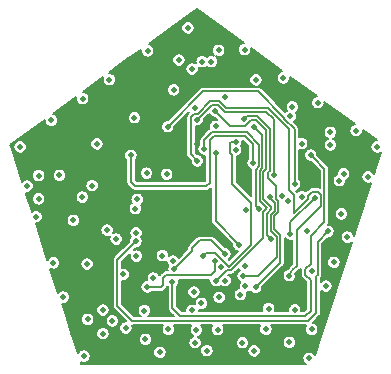
<source format=gbr>
%TF.GenerationSoftware,KiCad,Pcbnew,(5.1.9-0-10_14)*%
%TF.CreationDate,2021-12-14T09:11:42-05:00*%
%TF.ProjectId,dodecahedron_n4,646f6465-6361-4686-9564-726f6e5f6e34,rev?*%
%TF.SameCoordinates,Original*%
%TF.FileFunction,Copper,L2,Inr*%
%TF.FilePolarity,Positive*%
%FSLAX46Y46*%
G04 Gerber Fmt 4.6, Leading zero omitted, Abs format (unit mm)*
G04 Created by KiCad (PCBNEW (5.1.9-0-10_14)) date 2021-12-14 09:11:42*
%MOMM*%
%LPD*%
G01*
G04 APERTURE LIST*
%TA.AperFunction,ViaPad*%
%ADD10C,0.508000*%
%TD*%
%TA.AperFunction,Conductor*%
%ADD11C,0.152400*%
%TD*%
%TA.AperFunction,Conductor*%
%ADD12C,0.127000*%
%TD*%
%TA.AperFunction,Conductor*%
%ADD13C,0.100000*%
%TD*%
G04 APERTURE END LIST*
D10*
%TO.N,SW2*%
X87731600Y-56896000D03*
X85864710Y-56146700D03*
X89983780Y-50159866D03*
%TO.N,SW3*%
X79554411Y-48182624D03*
X81263865Y-48269265D03*
X85382100Y-55638700D03*
X79603600Y-57810400D03*
%TO.N,SW1*%
X76990378Y-53767219D03*
X78705810Y-55194200D03*
X83845400Y-43637200D03*
X90340600Y-48308121D03*
X86182200Y-55016400D03*
X81896947Y-56305890D03*
X80900787Y-55159624D03*
%TO.N,SW5*%
X84199242Y-59205878D03*
%TO.N,SW6*%
X83573622Y-58245071D03*
%TO.N,SW4*%
X83413600Y-39370000D03*
X86207600Y-41732200D03*
X85699600Y-58699400D03*
X91541600Y-50533300D03*
X92732216Y-50166737D03*
%TO.N,SW8*%
X83667600Y-62534800D03*
X87680800Y-62534800D03*
X91643200Y-62509400D03*
X79468687Y-62255370D03*
%TO.N,SW9*%
X93535500Y-61404500D03*
X89662000Y-61404500D03*
X81407000Y-61404500D03*
X85572600Y-61417200D03*
%TO.N,SW7*%
X83769200Y-61468000D03*
%TO.N,SW11*%
X70421500Y-48387000D03*
X70421500Y-50355500D03*
X82296000Y-38608000D03*
X84264500Y-38735000D03*
X92684600Y-45669200D03*
X96240600Y-48234588D03*
X75862588Y-61771089D03*
%TO.N,SW12*%
X76657200Y-60680600D03*
%TO.N,SW10*%
X85661500Y-37782500D03*
X83058000Y-35877500D03*
X74574432Y-60557921D03*
%TO.N,GND*%
X95885000Y-48818800D03*
X97307400Y-44577000D03*
X99085400Y-45948600D03*
X98323400Y-48488600D03*
X94056200Y-42214800D03*
X93319600Y-63855600D03*
X72517000Y-58674000D03*
X71678800Y-55778400D03*
X70205600Y-51866800D03*
X69443600Y-49276000D03*
X68859400Y-45948600D03*
X71501000Y-43713400D03*
X74142600Y-41859200D03*
X87858600Y-37719000D03*
X91135200Y-40106600D03*
X79654400Y-37820600D03*
X76403200Y-40259000D03*
X74244200Y-63677800D03*
X87102098Y-46177200D03*
X87508402Y-58470800D03*
X81807049Y-55627294D03*
X86207600Y-57277000D03*
X91008200Y-50139600D03*
X74117200Y-50215800D03*
X93577018Y-56451497D03*
X91706700Y-43370500D03*
X87871300Y-56032400D03*
X89888982Y-59649253D03*
%TO.N,VCC*%
X77386598Y-49784000D03*
X83845400Y-45720000D03*
X77698600Y-50266600D03*
X98577400Y-47371000D03*
X80848200Y-41173400D03*
X92306996Y-56741912D03*
X96773990Y-49303096D03*
X87731600Y-48653700D03*
X91541245Y-59403925D03*
X90538300Y-57238900D03*
X94542229Y-56476900D03*
%TO.N,/CS16*%
X83411821Y-59791590D03*
X87102122Y-45516789D03*
X84296316Y-55158260D03*
X92105187Y-59747602D03*
%TO.N,/CS15*%
X87934800Y-57708800D03*
X87366275Y-54219659D03*
X85411677Y-46433263D03*
X94747412Y-57746921D03*
%TO.N,/CS10*%
X88823800Y-40284400D03*
X88655674Y-44227784D03*
X85445600Y-57277000D03*
%TO.N,/CS9*%
X85039200Y-38735000D03*
X88798400Y-57835800D03*
X87790185Y-43632701D03*
%TO.N,/CS14*%
X84429600Y-46126400D03*
X96050090Y-51631697D03*
X89038725Y-51204546D03*
%TO.N,/CS4*%
X73355200Y-52171600D03*
X76225400Y-53009800D03*
X80688251Y-63351129D03*
X78769979Y-50404512D03*
%TO.N,/CS3*%
X74523600Y-55880000D03*
X84658200Y-63195200D03*
X78618528Y-51176009D03*
X77571610Y-56743600D03*
%TO.N,/CS2*%
X75869800Y-59766200D03*
X79378158Y-59809710D03*
X88671400Y-63220600D03*
X78666556Y-53238989D03*
%TO.N,/CS1*%
X77800200Y-61290200D03*
X80137010Y-57073800D03*
%TO.N,/CS8*%
X81858787Y-41122600D03*
X85344000Y-42900600D03*
X90093605Y-53769280D03*
%TO.N,/CS7*%
X78536800Y-43484800D03*
X81353359Y-44245626D03*
X92100400Y-49098200D03*
%TO.N,/CS13*%
X96565733Y-53595048D03*
X83851534Y-47130765D03*
X91655900Y-56857900D03*
%TO.N,/CS12*%
X95122076Y-45775837D03*
X95123000Y-44715423D03*
X78663800Y-53949600D03*
X93109221Y-53111421D03*
X94919800Y-53111421D03*
%TO.N,/CS11*%
X91897200Y-42570400D03*
X93460505Y-46659790D03*
X81746201Y-57351114D03*
%TO.N,/CS6*%
X75361800Y-45694600D03*
X78231991Y-46674167D03*
X88573436Y-47320190D03*
%TO.N,/CS5*%
X72186800Y-48361600D03*
X74955400Y-49225200D03*
X85420200Y-44221400D03*
X83642177Y-42671988D03*
%TO.N,SDA*%
X91719400Y-53327300D03*
X93814900Y-50241200D03*
%TO.N,ADDR1*%
X87950460Y-51288845D03*
X95410801Y-55726787D03*
%TD*%
D11*
%TO.N,SW2*%
X88976200Y-56896000D02*
X87731600Y-56896000D01*
X90576207Y-55295993D02*
X88976200Y-56896000D01*
X90576207Y-53554239D02*
X90576207Y-55295993D01*
X90055680Y-53033712D02*
X90576207Y-53554239D01*
X90055680Y-51715887D02*
X90055680Y-53033712D01*
X90411280Y-51360287D02*
X90055680Y-51715887D01*
X90411280Y-50687996D02*
X90411280Y-51360287D01*
X89983780Y-50260496D02*
X90411280Y-50687996D01*
X89983780Y-50159866D02*
X89983780Y-50260496D01*
%TO.N,SW3*%
X79603600Y-57810400D02*
X80797400Y-57810400D01*
X80797400Y-57810400D02*
X80962500Y-57645300D01*
X80962500Y-57645300D02*
X80962500Y-57035700D01*
X80962500Y-57035700D02*
X81203800Y-56794400D01*
X81203800Y-56794400D02*
X85051900Y-56794400D01*
X85051900Y-56794400D02*
X85382100Y-56464200D01*
X85382100Y-56464200D02*
X85382100Y-55638700D01*
%TO.N,SW1*%
X83845400Y-43637200D02*
X85064602Y-42417998D01*
X86159852Y-43002200D02*
X89712800Y-43002200D01*
X90340600Y-43630000D02*
X90340600Y-48308121D01*
X89712800Y-43002200D02*
X90340600Y-43630000D01*
X85575650Y-42417998D02*
X86159852Y-43002200D01*
X85064602Y-42417998D02*
X85575650Y-42417998D01*
X86182200Y-55016400D02*
X85039200Y-53873400D01*
X83413600Y-54789237D02*
X81896947Y-56305890D01*
X83413600Y-54508400D02*
X83413600Y-54789237D01*
X84048600Y-53873400D02*
X83413600Y-54508400D01*
X85039200Y-53873400D02*
X84048600Y-53873400D01*
%TO.N,VCC*%
X77386598Y-49954598D02*
X77698600Y-50266600D01*
X77386598Y-49784000D02*
X77386598Y-49954598D01*
%TO.N,/CS16*%
X85361911Y-54904261D02*
X84550315Y-54904261D01*
X86540839Y-56083189D02*
X85361911Y-54904261D01*
X88391989Y-51561566D02*
X88391989Y-54232039D01*
X86807393Y-49060794D02*
X88433061Y-50686462D01*
X88433061Y-51520494D02*
X88391989Y-51561566D01*
X86807393Y-46622145D02*
X86807393Y-49060794D01*
X88433061Y-50686462D02*
X88433061Y-51520494D01*
X86619497Y-46434249D02*
X86807393Y-46622145D01*
X84550315Y-54904261D02*
X84296316Y-55158260D01*
X86619497Y-45640204D02*
X86619497Y-46434249D01*
X88391989Y-54232039D02*
X86540839Y-56083189D01*
X87102122Y-45516789D02*
X86742912Y-45516789D01*
X86742912Y-45516789D02*
X86619497Y-45640204D01*
%TO.N,/CS15*%
X85411677Y-52265061D02*
X85411677Y-46433263D01*
X87366275Y-54219659D02*
X85411677Y-52265061D01*
%TO.N,/CS10*%
X89128612Y-47976956D02*
X89128612Y-50519879D01*
X89759082Y-51150352D02*
X89446058Y-51463375D01*
X89433358Y-53648430D02*
X86693788Y-56388000D01*
X89446058Y-51463375D02*
X89446058Y-51501475D01*
X86693788Y-56388000D02*
X86334600Y-56388000D01*
X89128612Y-50519879D02*
X89759082Y-51150352D01*
X88655674Y-44227784D02*
X89368801Y-44940911D01*
X89446058Y-51501475D02*
X89433358Y-51514175D01*
X89368801Y-47736767D02*
X89128612Y-47976956D01*
X86334600Y-56388000D02*
X85445600Y-57277000D01*
X89433358Y-51514175D02*
X89433358Y-53648430D01*
X89368801Y-44940911D02*
X89368801Y-47736767D01*
%TO.N,/CS9*%
X88920169Y-43378702D02*
X88044184Y-43378702D01*
X90360491Y-52869357D02*
X90360491Y-51842143D01*
X89977512Y-47964536D02*
X89978423Y-47963625D01*
X89850800Y-48116902D02*
X89977512Y-47990190D01*
X90716091Y-50561741D02*
X90525599Y-50371249D01*
X89978423Y-47963625D02*
X89978423Y-44436956D01*
X90716091Y-51486543D02*
X90716091Y-50561741D01*
X90881018Y-55753182D02*
X90881018Y-53389884D01*
X89977512Y-47990190D02*
X89977512Y-47964536D01*
X89978423Y-44436956D02*
X88920169Y-43378702D01*
X90881018Y-53389884D02*
X90360491Y-52869357D01*
X90360491Y-51842143D02*
X90716091Y-51486543D01*
X88798400Y-57835800D02*
X90881018Y-55753182D01*
X90525599Y-50371249D02*
X90525599Y-49249228D01*
X89850800Y-48574429D02*
X89850800Y-48116902D01*
X88044184Y-43378702D02*
X87790185Y-43632701D01*
X90525599Y-49249228D02*
X89850800Y-48574429D01*
%TO.N,/CS14*%
X84429600Y-46126400D02*
X84429600Y-45390533D01*
X89063990Y-47610511D02*
X88784726Y-47889775D01*
X88784726Y-50950547D02*
X89038725Y-51204546D01*
X84429600Y-45390533D02*
X85090757Y-44729376D01*
X89063990Y-45757723D02*
X89063990Y-47610511D01*
X85090757Y-44729376D02*
X88035643Y-44729376D01*
X88784726Y-47889775D02*
X88784726Y-50950547D01*
X88035643Y-44729376D02*
X89063990Y-45757723D01*
%TO.N,/CS8*%
X90106469Y-51066669D02*
X90106469Y-51234032D01*
X89738169Y-53413844D02*
X90093605Y-53769280D01*
X90106469Y-51234032D02*
X89738169Y-51602332D01*
X87934800Y-44170600D02*
X88392000Y-43713400D01*
X89738169Y-51602332D02*
X89738169Y-53413844D01*
X85344000Y-42900600D02*
X86614000Y-44170600D01*
X88823800Y-43713400D02*
X89673612Y-44563212D01*
X89673612Y-47863023D02*
X89433423Y-48103212D01*
X89433423Y-48103212D02*
X89433423Y-50393623D01*
X86614000Y-44170600D02*
X87934800Y-44170600D01*
X88392000Y-43713400D02*
X88823800Y-43713400D01*
X89433423Y-50393623D02*
X90106469Y-51066669D01*
X89673612Y-44563212D02*
X89673612Y-47863023D01*
%TO.N,/CS7*%
X92100400Y-44478450D02*
X91224099Y-43602149D01*
X84349385Y-41249600D02*
X81353359Y-44245626D01*
X89001600Y-41249600D02*
X84349385Y-41249600D01*
X91224099Y-43602149D02*
X91224099Y-43472099D01*
X92100400Y-49098200D02*
X92100400Y-44478450D01*
X91224099Y-43472099D02*
X89001600Y-41249600D01*
%TO.N,/CS13*%
X83317159Y-46596390D02*
X83851534Y-47130765D01*
X83317159Y-43451189D02*
X83317159Y-46596390D01*
X83613750Y-43154598D02*
X83317159Y-43451189D01*
X83896935Y-43154598D02*
X83613750Y-43154598D01*
X84963746Y-42087787D02*
X83896935Y-43154598D01*
X86318489Y-42697389D02*
X85708887Y-42087787D01*
X91592400Y-49568100D02*
X91592400Y-44450733D01*
X85708887Y-42087787D02*
X84963746Y-42087787D01*
X91592400Y-44450733D02*
X89839056Y-42697389D01*
X92024200Y-51578898D02*
X92024200Y-49999900D01*
X92024200Y-49999900D02*
X91592400Y-49568100D01*
X93214826Y-50104133D02*
X93214826Y-50388272D01*
X93570235Y-49748724D02*
X93214826Y-50104133D01*
X94033535Y-49748724D02*
X93570235Y-49748724D01*
X94305149Y-50020338D02*
X94033535Y-49748724D01*
X94305149Y-50988512D02*
X94305149Y-50020338D01*
X93214826Y-50388272D02*
X92024200Y-51578898D01*
X91655900Y-56857900D02*
X91904361Y-56417377D01*
X92280852Y-53012809D02*
X94305149Y-50988512D01*
X89839056Y-42697389D02*
X86318489Y-42697389D01*
X91904361Y-56417377D02*
X92280852Y-56040886D01*
X92280852Y-56040886D02*
X92280852Y-53012809D01*
%TO.N,/CS12*%
X93243400Y-60680600D02*
X93929200Y-59994800D01*
X94059628Y-56782629D02*
X94059628Y-53971593D01*
X78359000Y-60680600D02*
X93243400Y-60680600D01*
X94059628Y-53971593D02*
X94919800Y-53111421D01*
X78663800Y-53949600D02*
X77089000Y-55524400D01*
X77089000Y-55524400D02*
X77089000Y-59410600D01*
X93929200Y-59994800D02*
X93929200Y-56913057D01*
X77089000Y-59410600D02*
X78359000Y-60680600D01*
X93929200Y-56913057D02*
X94059628Y-56782629D01*
%TO.N,/CS11*%
X81746201Y-57351114D02*
X81746201Y-59622801D01*
X82397600Y-60274200D02*
X93014800Y-60274200D01*
X93014800Y-60274200D02*
X93460505Y-59828495D01*
X81746201Y-59622801D02*
X82397600Y-60274200D01*
X93002099Y-56321451D02*
X93460505Y-55863045D01*
X93460505Y-53455614D02*
X94609960Y-52306159D01*
X93460505Y-55863045D02*
X93460505Y-53455614D01*
X93714504Y-46913789D02*
X93460505Y-46659790D01*
X93460505Y-59828495D02*
X93460505Y-57243155D01*
X94609960Y-47809245D02*
X93714504Y-46913789D01*
X93002099Y-56784749D02*
X93002099Y-56321451D01*
X93460505Y-57243155D02*
X93002099Y-56784749D01*
X94609960Y-52306159D02*
X94609960Y-47809245D01*
%TO.N,/CS6*%
X78231991Y-46674167D02*
X78231991Y-48945791D01*
X78562200Y-49276000D02*
X84607400Y-49276000D01*
X84912200Y-48971200D02*
X84912200Y-45389800D01*
X84607400Y-49276000D02*
X84912200Y-48971200D01*
X87909387Y-45034187D02*
X88573436Y-45698236D01*
X88573436Y-45698236D02*
X88573436Y-47320190D01*
X84912200Y-45389800D02*
X85267813Y-45034187D01*
X78231991Y-48945791D02*
X78562200Y-49276000D01*
X85267813Y-45034187D02*
X87909387Y-45034187D01*
%TO.N,SDA*%
X91719400Y-52336700D02*
X93814900Y-50241200D01*
X91719400Y-53327300D02*
X91719400Y-52336700D01*
%TD*%
D12*
%TO.N,VCC*%
X87777583Y-37152419D02*
X87691900Y-37169463D01*
X87587893Y-37212543D01*
X87494290Y-37275087D01*
X87414687Y-37354690D01*
X87352143Y-37448293D01*
X87309063Y-37552300D01*
X87287100Y-37662712D01*
X87287100Y-37775288D01*
X87309063Y-37885700D01*
X87352143Y-37989707D01*
X87414687Y-38083310D01*
X87494290Y-38162913D01*
X87587893Y-38225457D01*
X87691900Y-38268537D01*
X87802312Y-38290500D01*
X87914888Y-38290500D01*
X88025300Y-38268537D01*
X88129307Y-38225457D01*
X88222910Y-38162913D01*
X88302513Y-38083310D01*
X88365057Y-37989707D01*
X88408137Y-37885700D01*
X88430100Y-37775288D01*
X88430100Y-37662712D01*
X88421680Y-37620383D01*
X91061758Y-39538512D01*
X90968500Y-39557063D01*
X90864493Y-39600143D01*
X90770890Y-39662687D01*
X90691287Y-39742290D01*
X90628743Y-39835893D01*
X90585663Y-39939900D01*
X90563700Y-40050312D01*
X90563700Y-40162888D01*
X90585663Y-40273300D01*
X90628743Y-40377307D01*
X90691287Y-40470910D01*
X90770890Y-40550513D01*
X90864493Y-40613057D01*
X90968500Y-40656137D01*
X91078912Y-40678100D01*
X91191488Y-40678100D01*
X91301900Y-40656137D01*
X91405907Y-40613057D01*
X91499510Y-40550513D01*
X91579113Y-40470910D01*
X91641657Y-40377307D01*
X91684737Y-40273300D01*
X91706700Y-40162888D01*
X91706700Y-40050312D01*
X91696650Y-39999788D01*
X93967597Y-41649728D01*
X93889500Y-41665263D01*
X93785493Y-41708343D01*
X93691890Y-41770887D01*
X93612287Y-41850490D01*
X93549743Y-41944093D01*
X93506663Y-42048100D01*
X93484700Y-42158512D01*
X93484700Y-42271088D01*
X93506663Y-42381500D01*
X93549743Y-42485507D01*
X93612287Y-42579110D01*
X93691890Y-42658713D01*
X93785493Y-42721257D01*
X93889500Y-42764337D01*
X93999912Y-42786300D01*
X94112488Y-42786300D01*
X94222900Y-42764337D01*
X94326907Y-42721257D01*
X94420510Y-42658713D01*
X94500113Y-42579110D01*
X94562657Y-42485507D01*
X94605737Y-42381500D01*
X94627700Y-42271088D01*
X94627700Y-42158512D01*
X94620912Y-42124389D01*
X97218867Y-44011914D01*
X97140700Y-44027463D01*
X97036693Y-44070543D01*
X96943090Y-44133087D01*
X96863487Y-44212690D01*
X96800943Y-44306293D01*
X96757863Y-44410300D01*
X96735900Y-44520712D01*
X96735900Y-44633288D01*
X96757863Y-44743700D01*
X96800943Y-44847707D01*
X96863487Y-44941310D01*
X96943090Y-45020913D01*
X97036693Y-45083457D01*
X97140700Y-45126537D01*
X97251112Y-45148500D01*
X97363688Y-45148500D01*
X97474100Y-45126537D01*
X97578107Y-45083457D01*
X97671710Y-45020913D01*
X97751313Y-44941310D01*
X97813857Y-44847707D01*
X97856937Y-44743700D01*
X97878900Y-44633288D01*
X97878900Y-44520712D01*
X97872097Y-44486514D01*
X99097884Y-45377100D01*
X99029112Y-45377100D01*
X98918700Y-45399063D01*
X98814693Y-45442143D01*
X98721090Y-45504687D01*
X98641487Y-45584290D01*
X98578943Y-45677893D01*
X98535863Y-45781900D01*
X98513900Y-45892312D01*
X98513900Y-46004888D01*
X98535863Y-46115300D01*
X98578943Y-46219307D01*
X98641487Y-46312910D01*
X98721090Y-46392513D01*
X98814693Y-46455057D01*
X98918700Y-46498137D01*
X99029112Y-46520100D01*
X99141688Y-46520100D01*
X99252100Y-46498137D01*
X99356107Y-46455057D01*
X99429164Y-46406241D01*
X98835834Y-48232324D01*
X98829857Y-48217893D01*
X98767313Y-48124290D01*
X98687710Y-48044687D01*
X98594107Y-47982143D01*
X98490100Y-47939063D01*
X98379688Y-47917100D01*
X98267112Y-47917100D01*
X98156700Y-47939063D01*
X98052693Y-47982143D01*
X97959090Y-48044687D01*
X97879487Y-48124290D01*
X97816943Y-48217893D01*
X97773863Y-48321900D01*
X97751900Y-48432312D01*
X97751900Y-48544888D01*
X97773863Y-48655300D01*
X97816943Y-48759307D01*
X97879487Y-48852910D01*
X97959090Y-48932513D01*
X98052693Y-48995057D01*
X98156700Y-49038137D01*
X98267112Y-49060100D01*
X98379688Y-49060100D01*
X98490100Y-49038137D01*
X98587059Y-48997976D01*
X97127525Y-53489958D01*
X97115270Y-53428348D01*
X97072190Y-53324341D01*
X97009646Y-53230738D01*
X96930043Y-53151135D01*
X96836440Y-53088591D01*
X96732433Y-53045511D01*
X96622021Y-53023548D01*
X96509445Y-53023548D01*
X96399033Y-53045511D01*
X96295026Y-53088591D01*
X96201423Y-53151135D01*
X96121820Y-53230738D01*
X96059276Y-53324341D01*
X96016196Y-53428348D01*
X95994233Y-53538760D01*
X95994233Y-53651336D01*
X96016196Y-53761748D01*
X96059276Y-53865755D01*
X96121820Y-53959358D01*
X96201423Y-54038961D01*
X96295026Y-54101505D01*
X96399033Y-54144585D01*
X96509445Y-54166548D01*
X96622021Y-54166548D01*
X96732433Y-54144585D01*
X96836440Y-54101505D01*
X96930043Y-54038961D01*
X96958337Y-54010667D01*
X93838064Y-63613881D01*
X93826057Y-63584893D01*
X93763513Y-63491290D01*
X93683910Y-63411687D01*
X93590307Y-63349143D01*
X93486300Y-63306063D01*
X93375888Y-63284100D01*
X93263312Y-63284100D01*
X93152900Y-63306063D01*
X93048893Y-63349143D01*
X92955290Y-63411687D01*
X92875687Y-63491290D01*
X92813143Y-63584893D01*
X92770063Y-63688900D01*
X92748100Y-63799312D01*
X92748100Y-63911888D01*
X92770063Y-64022300D01*
X92813143Y-64126307D01*
X92875687Y-64219910D01*
X92955290Y-64299513D01*
X93048345Y-64361691D01*
X74044913Y-64361689D01*
X73989403Y-64190847D01*
X74077500Y-64227337D01*
X74187912Y-64249300D01*
X74300488Y-64249300D01*
X74410900Y-64227337D01*
X74514907Y-64184257D01*
X74608510Y-64121713D01*
X74688113Y-64042110D01*
X74750657Y-63948507D01*
X74793737Y-63844500D01*
X74815700Y-63734088D01*
X74815700Y-63621512D01*
X74793737Y-63511100D01*
X74750657Y-63407093D01*
X74688113Y-63313490D01*
X74669464Y-63294841D01*
X80116751Y-63294841D01*
X80116751Y-63407417D01*
X80138714Y-63517829D01*
X80181794Y-63621836D01*
X80244338Y-63715439D01*
X80323941Y-63795042D01*
X80417544Y-63857586D01*
X80521551Y-63900666D01*
X80631963Y-63922629D01*
X80744539Y-63922629D01*
X80854951Y-63900666D01*
X80958958Y-63857586D01*
X81052561Y-63795042D01*
X81132164Y-63715439D01*
X81194708Y-63621836D01*
X81237788Y-63517829D01*
X81259751Y-63407417D01*
X81259751Y-63294841D01*
X81237788Y-63184429D01*
X81218935Y-63138912D01*
X84086700Y-63138912D01*
X84086700Y-63251488D01*
X84108663Y-63361900D01*
X84151743Y-63465907D01*
X84214287Y-63559510D01*
X84293890Y-63639113D01*
X84387493Y-63701657D01*
X84491500Y-63744737D01*
X84601912Y-63766700D01*
X84714488Y-63766700D01*
X84824900Y-63744737D01*
X84928907Y-63701657D01*
X85022510Y-63639113D01*
X85102113Y-63559510D01*
X85164657Y-63465907D01*
X85207737Y-63361900D01*
X85229700Y-63251488D01*
X85229700Y-63164312D01*
X88099900Y-63164312D01*
X88099900Y-63276888D01*
X88121863Y-63387300D01*
X88164943Y-63491307D01*
X88227487Y-63584910D01*
X88307090Y-63664513D01*
X88400693Y-63727057D01*
X88504700Y-63770137D01*
X88615112Y-63792100D01*
X88727688Y-63792100D01*
X88838100Y-63770137D01*
X88942107Y-63727057D01*
X89035710Y-63664513D01*
X89115313Y-63584910D01*
X89177857Y-63491307D01*
X89220937Y-63387300D01*
X89242900Y-63276888D01*
X89242900Y-63164312D01*
X89220937Y-63053900D01*
X89177857Y-62949893D01*
X89115313Y-62856290D01*
X89035710Y-62776687D01*
X88942107Y-62714143D01*
X88838100Y-62671063D01*
X88727688Y-62649100D01*
X88615112Y-62649100D01*
X88504700Y-62671063D01*
X88400693Y-62714143D01*
X88307090Y-62776687D01*
X88227487Y-62856290D01*
X88164943Y-62949893D01*
X88121863Y-63053900D01*
X88099900Y-63164312D01*
X85229700Y-63164312D01*
X85229700Y-63138912D01*
X85207737Y-63028500D01*
X85164657Y-62924493D01*
X85102113Y-62830890D01*
X85022510Y-62751287D01*
X84928907Y-62688743D01*
X84824900Y-62645663D01*
X84714488Y-62623700D01*
X84601912Y-62623700D01*
X84491500Y-62645663D01*
X84387493Y-62688743D01*
X84293890Y-62751287D01*
X84214287Y-62830890D01*
X84151743Y-62924493D01*
X84108663Y-63028500D01*
X84086700Y-63138912D01*
X81218935Y-63138912D01*
X81194708Y-63080422D01*
X81132164Y-62986819D01*
X81052561Y-62907216D01*
X80958958Y-62844672D01*
X80854951Y-62801592D01*
X80744539Y-62779629D01*
X80631963Y-62779629D01*
X80521551Y-62801592D01*
X80417544Y-62844672D01*
X80323941Y-62907216D01*
X80244338Y-62986819D01*
X80181794Y-63080422D01*
X80138714Y-63184429D01*
X80116751Y-63294841D01*
X74669464Y-63294841D01*
X74608510Y-63233887D01*
X74514907Y-63171343D01*
X74410900Y-63128263D01*
X74300488Y-63106300D01*
X74187912Y-63106300D01*
X74077500Y-63128263D01*
X73973493Y-63171343D01*
X73879890Y-63233887D01*
X73800287Y-63313490D01*
X73737743Y-63407093D01*
X73736063Y-63411148D01*
X73184888Y-61714801D01*
X75291088Y-61714801D01*
X75291088Y-61827377D01*
X75313051Y-61937789D01*
X75356131Y-62041796D01*
X75418675Y-62135399D01*
X75498278Y-62215002D01*
X75591881Y-62277546D01*
X75695888Y-62320626D01*
X75806300Y-62342589D01*
X75918876Y-62342589D01*
X76029288Y-62320626D01*
X76133295Y-62277546D01*
X76226898Y-62215002D01*
X76242818Y-62199082D01*
X78897187Y-62199082D01*
X78897187Y-62311658D01*
X78919150Y-62422070D01*
X78962230Y-62526077D01*
X79024774Y-62619680D01*
X79104377Y-62699283D01*
X79197980Y-62761827D01*
X79301987Y-62804907D01*
X79412399Y-62826870D01*
X79524975Y-62826870D01*
X79635387Y-62804907D01*
X79739394Y-62761827D01*
X79832997Y-62699283D01*
X79912600Y-62619680D01*
X79975144Y-62526077D01*
X80018224Y-62422070D01*
X80040187Y-62311658D01*
X80040187Y-62199082D01*
X80018224Y-62088670D01*
X79975144Y-61984663D01*
X79912600Y-61891060D01*
X79832997Y-61811457D01*
X79739394Y-61748913D01*
X79635387Y-61705833D01*
X79524975Y-61683870D01*
X79412399Y-61683870D01*
X79301987Y-61705833D01*
X79197980Y-61748913D01*
X79104377Y-61811457D01*
X79024774Y-61891060D01*
X78962230Y-61984663D01*
X78919150Y-62088670D01*
X78897187Y-62199082D01*
X76242818Y-62199082D01*
X76306501Y-62135399D01*
X76369045Y-62041796D01*
X76412125Y-61937789D01*
X76434088Y-61827377D01*
X76434088Y-61714801D01*
X76412125Y-61604389D01*
X76369045Y-61500382D01*
X76306501Y-61406779D01*
X76226898Y-61327176D01*
X76133295Y-61264632D01*
X76029288Y-61221552D01*
X75918876Y-61199589D01*
X75806300Y-61199589D01*
X75695888Y-61221552D01*
X75591881Y-61264632D01*
X75498278Y-61327176D01*
X75418675Y-61406779D01*
X75356131Y-61500382D01*
X75313051Y-61604389D01*
X75291088Y-61714801D01*
X73184888Y-61714801D01*
X72790706Y-60501633D01*
X74002932Y-60501633D01*
X74002932Y-60614209D01*
X74024895Y-60724621D01*
X74067975Y-60828628D01*
X74130519Y-60922231D01*
X74210122Y-61001834D01*
X74303725Y-61064378D01*
X74407732Y-61107458D01*
X74518144Y-61129421D01*
X74630720Y-61129421D01*
X74741132Y-61107458D01*
X74845139Y-61064378D01*
X74938742Y-61001834D01*
X75018345Y-60922231D01*
X75080889Y-60828628D01*
X75123969Y-60724621D01*
X75143922Y-60624312D01*
X76085700Y-60624312D01*
X76085700Y-60736888D01*
X76107663Y-60847300D01*
X76150743Y-60951307D01*
X76213287Y-61044910D01*
X76292890Y-61124513D01*
X76386493Y-61187057D01*
X76490500Y-61230137D01*
X76600912Y-61252100D01*
X76713488Y-61252100D01*
X76823900Y-61230137D01*
X76927907Y-61187057D01*
X77021510Y-61124513D01*
X77101113Y-61044910D01*
X77163657Y-60951307D01*
X77206737Y-60847300D01*
X77228700Y-60736888D01*
X77228700Y-60624312D01*
X77206737Y-60513900D01*
X77163657Y-60409893D01*
X77101113Y-60316290D01*
X77021510Y-60236687D01*
X76927907Y-60174143D01*
X76823900Y-60131063D01*
X76713488Y-60109100D01*
X76600912Y-60109100D01*
X76490500Y-60131063D01*
X76386493Y-60174143D01*
X76292890Y-60236687D01*
X76213287Y-60316290D01*
X76150743Y-60409893D01*
X76107663Y-60513900D01*
X76085700Y-60624312D01*
X75143922Y-60624312D01*
X75145932Y-60614209D01*
X75145932Y-60501633D01*
X75123969Y-60391221D01*
X75080889Y-60287214D01*
X75018345Y-60193611D01*
X74938742Y-60114008D01*
X74845139Y-60051464D01*
X74741132Y-60008384D01*
X74630720Y-59986421D01*
X74518144Y-59986421D01*
X74407732Y-60008384D01*
X74303725Y-60051464D01*
X74210122Y-60114008D01*
X74130519Y-60193611D01*
X74067975Y-60287214D01*
X74024895Y-60391221D01*
X74002932Y-60501633D01*
X72790706Y-60501633D01*
X72533460Y-59709912D01*
X75298300Y-59709912D01*
X75298300Y-59822488D01*
X75320263Y-59932900D01*
X75363343Y-60036907D01*
X75425887Y-60130510D01*
X75505490Y-60210113D01*
X75599093Y-60272657D01*
X75703100Y-60315737D01*
X75813512Y-60337700D01*
X75926088Y-60337700D01*
X76036500Y-60315737D01*
X76140507Y-60272657D01*
X76234110Y-60210113D01*
X76313713Y-60130510D01*
X76376257Y-60036907D01*
X76419337Y-59932900D01*
X76441300Y-59822488D01*
X76441300Y-59709912D01*
X76419337Y-59599500D01*
X76376257Y-59495493D01*
X76313713Y-59401890D01*
X76234110Y-59322287D01*
X76140507Y-59259743D01*
X76036500Y-59216663D01*
X75926088Y-59194700D01*
X75813512Y-59194700D01*
X75703100Y-59216663D01*
X75599093Y-59259743D01*
X75505490Y-59322287D01*
X75425887Y-59401890D01*
X75363343Y-59495493D01*
X75320263Y-59599500D01*
X75298300Y-59709912D01*
X72533460Y-59709912D01*
X72377163Y-59228880D01*
X72460712Y-59245500D01*
X72573288Y-59245500D01*
X72683700Y-59223537D01*
X72787707Y-59180457D01*
X72881310Y-59117913D01*
X72960913Y-59038310D01*
X73023457Y-58944707D01*
X73066537Y-58840700D01*
X73088500Y-58730288D01*
X73088500Y-58617712D01*
X73066537Y-58507300D01*
X73023457Y-58403293D01*
X72960913Y-58309690D01*
X72881310Y-58230087D01*
X72787707Y-58167543D01*
X72683700Y-58124463D01*
X72573288Y-58102500D01*
X72460712Y-58102500D01*
X72350300Y-58124463D01*
X72246293Y-58167543D01*
X72152690Y-58230087D01*
X72077172Y-58305605D01*
X71422535Y-56290839D01*
X71512100Y-56327937D01*
X71622512Y-56349900D01*
X71735088Y-56349900D01*
X71845500Y-56327937D01*
X71949507Y-56284857D01*
X72043110Y-56222313D01*
X72122713Y-56142710D01*
X72185257Y-56049107D01*
X72228337Y-55945100D01*
X72250300Y-55834688D01*
X72250300Y-55823712D01*
X73952100Y-55823712D01*
X73952100Y-55936288D01*
X73974063Y-56046700D01*
X74017143Y-56150707D01*
X74079687Y-56244310D01*
X74159290Y-56323913D01*
X74252893Y-56386457D01*
X74356900Y-56429537D01*
X74467312Y-56451500D01*
X74579888Y-56451500D01*
X74690300Y-56429537D01*
X74794307Y-56386457D01*
X74887910Y-56323913D01*
X74967513Y-56244310D01*
X75030057Y-56150707D01*
X75073137Y-56046700D01*
X75095100Y-55936288D01*
X75095100Y-55823712D01*
X75073137Y-55713300D01*
X75030057Y-55609293D01*
X74973333Y-55524400D01*
X76693397Y-55524400D01*
X76695300Y-55543723D01*
X76695301Y-59391268D01*
X76693397Y-59410600D01*
X76695301Y-59429933D01*
X76700998Y-59487779D01*
X76707827Y-59510291D01*
X76723510Y-59561990D01*
X76760067Y-59630385D01*
X76796942Y-59675317D01*
X76796946Y-59675321D01*
X76809267Y-59690334D01*
X76824280Y-59702655D01*
X77840324Y-60718700D01*
X77743912Y-60718700D01*
X77633500Y-60740663D01*
X77529493Y-60783743D01*
X77435890Y-60846287D01*
X77356287Y-60925890D01*
X77293743Y-61019493D01*
X77250663Y-61123500D01*
X77228700Y-61233912D01*
X77228700Y-61346488D01*
X77250663Y-61456900D01*
X77293743Y-61560907D01*
X77356287Y-61654510D01*
X77435890Y-61734113D01*
X77529493Y-61796657D01*
X77633500Y-61839737D01*
X77743912Y-61861700D01*
X77856488Y-61861700D01*
X77966900Y-61839737D01*
X78070907Y-61796657D01*
X78164510Y-61734113D01*
X78244113Y-61654510D01*
X78306657Y-61560907D01*
X78349737Y-61456900D01*
X78371700Y-61346488D01*
X78371700Y-61233912D01*
X78349737Y-61123500D01*
X78328920Y-61073242D01*
X78339667Y-61074300D01*
X78339677Y-61074300D01*
X78358999Y-61076203D01*
X78378322Y-61074300D01*
X80940295Y-61074300D01*
X80900543Y-61133793D01*
X80857463Y-61237800D01*
X80835500Y-61348212D01*
X80835500Y-61460788D01*
X80857463Y-61571200D01*
X80900543Y-61675207D01*
X80963087Y-61768810D01*
X81042690Y-61848413D01*
X81136293Y-61910957D01*
X81240300Y-61954037D01*
X81350712Y-61976000D01*
X81463288Y-61976000D01*
X81573700Y-61954037D01*
X81677707Y-61910957D01*
X81771310Y-61848413D01*
X81850913Y-61768810D01*
X81913457Y-61675207D01*
X81956537Y-61571200D01*
X81978500Y-61460788D01*
X81978500Y-61348212D01*
X81956537Y-61237800D01*
X81913457Y-61133793D01*
X81873705Y-61074300D01*
X83354677Y-61074300D01*
X83325287Y-61103690D01*
X83262743Y-61197293D01*
X83219663Y-61301300D01*
X83197700Y-61411712D01*
X83197700Y-61524288D01*
X83219663Y-61634700D01*
X83262743Y-61738707D01*
X83325287Y-61832310D01*
X83404890Y-61911913D01*
X83498493Y-61974457D01*
X83516898Y-61982081D01*
X83500900Y-61985263D01*
X83396893Y-62028343D01*
X83303290Y-62090887D01*
X83223687Y-62170490D01*
X83161143Y-62264093D01*
X83118063Y-62368100D01*
X83096100Y-62478512D01*
X83096100Y-62591088D01*
X83118063Y-62701500D01*
X83161143Y-62805507D01*
X83223687Y-62899110D01*
X83303290Y-62978713D01*
X83396893Y-63041257D01*
X83500900Y-63084337D01*
X83611312Y-63106300D01*
X83723888Y-63106300D01*
X83834300Y-63084337D01*
X83938307Y-63041257D01*
X84031910Y-62978713D01*
X84111513Y-62899110D01*
X84174057Y-62805507D01*
X84217137Y-62701500D01*
X84239100Y-62591088D01*
X84239100Y-62478512D01*
X87109300Y-62478512D01*
X87109300Y-62591088D01*
X87131263Y-62701500D01*
X87174343Y-62805507D01*
X87236887Y-62899110D01*
X87316490Y-62978713D01*
X87410093Y-63041257D01*
X87514100Y-63084337D01*
X87624512Y-63106300D01*
X87737088Y-63106300D01*
X87847500Y-63084337D01*
X87951507Y-63041257D01*
X88045110Y-62978713D01*
X88124713Y-62899110D01*
X88187257Y-62805507D01*
X88230337Y-62701500D01*
X88252300Y-62591088D01*
X88252300Y-62478512D01*
X88247248Y-62453112D01*
X91071700Y-62453112D01*
X91071700Y-62565688D01*
X91093663Y-62676100D01*
X91136743Y-62780107D01*
X91199287Y-62873710D01*
X91278890Y-62953313D01*
X91372493Y-63015857D01*
X91476500Y-63058937D01*
X91586912Y-63080900D01*
X91699488Y-63080900D01*
X91809900Y-63058937D01*
X91913907Y-63015857D01*
X92007510Y-62953313D01*
X92087113Y-62873710D01*
X92149657Y-62780107D01*
X92192737Y-62676100D01*
X92214700Y-62565688D01*
X92214700Y-62453112D01*
X92192737Y-62342700D01*
X92149657Y-62238693D01*
X92087113Y-62145090D01*
X92007510Y-62065487D01*
X91913907Y-62002943D01*
X91809900Y-61959863D01*
X91699488Y-61937900D01*
X91586912Y-61937900D01*
X91476500Y-61959863D01*
X91372493Y-62002943D01*
X91278890Y-62065487D01*
X91199287Y-62145090D01*
X91136743Y-62238693D01*
X91093663Y-62342700D01*
X91071700Y-62453112D01*
X88247248Y-62453112D01*
X88230337Y-62368100D01*
X88187257Y-62264093D01*
X88124713Y-62170490D01*
X88045110Y-62090887D01*
X87951507Y-62028343D01*
X87847500Y-61985263D01*
X87737088Y-61963300D01*
X87624512Y-61963300D01*
X87514100Y-61985263D01*
X87410093Y-62028343D01*
X87316490Y-62090887D01*
X87236887Y-62170490D01*
X87174343Y-62264093D01*
X87131263Y-62368100D01*
X87109300Y-62478512D01*
X84239100Y-62478512D01*
X84217137Y-62368100D01*
X84174057Y-62264093D01*
X84111513Y-62170490D01*
X84031910Y-62090887D01*
X83938307Y-62028343D01*
X83919902Y-62020719D01*
X83935900Y-62017537D01*
X84039907Y-61974457D01*
X84133510Y-61911913D01*
X84213113Y-61832310D01*
X84275657Y-61738707D01*
X84318737Y-61634700D01*
X84340700Y-61524288D01*
X84340700Y-61411712D01*
X84318737Y-61301300D01*
X84275657Y-61197293D01*
X84213113Y-61103690D01*
X84183723Y-61074300D01*
X85114381Y-61074300D01*
X85066143Y-61146493D01*
X85023063Y-61250500D01*
X85001100Y-61360912D01*
X85001100Y-61473488D01*
X85023063Y-61583900D01*
X85066143Y-61687907D01*
X85128687Y-61781510D01*
X85208290Y-61861113D01*
X85301893Y-61923657D01*
X85405900Y-61966737D01*
X85516312Y-61988700D01*
X85628888Y-61988700D01*
X85739300Y-61966737D01*
X85843307Y-61923657D01*
X85936910Y-61861113D01*
X86016513Y-61781510D01*
X86079057Y-61687907D01*
X86122137Y-61583900D01*
X86144100Y-61473488D01*
X86144100Y-61360912D01*
X86122137Y-61250500D01*
X86079057Y-61146493D01*
X86030819Y-61074300D01*
X89195295Y-61074300D01*
X89155543Y-61133793D01*
X89112463Y-61237800D01*
X89090500Y-61348212D01*
X89090500Y-61460788D01*
X89112463Y-61571200D01*
X89155543Y-61675207D01*
X89218087Y-61768810D01*
X89297690Y-61848413D01*
X89391293Y-61910957D01*
X89495300Y-61954037D01*
X89605712Y-61976000D01*
X89718288Y-61976000D01*
X89828700Y-61954037D01*
X89932707Y-61910957D01*
X90026310Y-61848413D01*
X90105913Y-61768810D01*
X90168457Y-61675207D01*
X90211537Y-61571200D01*
X90233500Y-61460788D01*
X90233500Y-61348212D01*
X90211537Y-61237800D01*
X90168457Y-61133793D01*
X90128705Y-61074300D01*
X93068795Y-61074300D01*
X93029043Y-61133793D01*
X92985963Y-61237800D01*
X92964000Y-61348212D01*
X92964000Y-61460788D01*
X92985963Y-61571200D01*
X93029043Y-61675207D01*
X93091587Y-61768810D01*
X93171190Y-61848413D01*
X93264793Y-61910957D01*
X93368800Y-61954037D01*
X93479212Y-61976000D01*
X93591788Y-61976000D01*
X93702200Y-61954037D01*
X93806207Y-61910957D01*
X93899810Y-61848413D01*
X93979413Y-61768810D01*
X94041957Y-61675207D01*
X94085037Y-61571200D01*
X94107000Y-61460788D01*
X94107000Y-61348212D01*
X94085037Y-61237800D01*
X94041957Y-61133793D01*
X93979413Y-61040190D01*
X93899810Y-60960587D01*
X93806207Y-60898043D01*
X93702200Y-60854963D01*
X93638486Y-60842289D01*
X94193921Y-60286855D01*
X94208934Y-60274534D01*
X94258133Y-60214586D01*
X94294690Y-60146191D01*
X94317203Y-60071979D01*
X94322900Y-60014133D01*
X94322900Y-60014125D01*
X94324803Y-59994800D01*
X94322900Y-59975475D01*
X94322900Y-58130632D01*
X94383102Y-58190834D01*
X94476705Y-58253378D01*
X94580712Y-58296458D01*
X94691124Y-58318421D01*
X94803700Y-58318421D01*
X94914112Y-58296458D01*
X95018119Y-58253378D01*
X95111722Y-58190834D01*
X95191325Y-58111231D01*
X95253869Y-58017628D01*
X95296949Y-57913621D01*
X95318912Y-57803209D01*
X95318912Y-57690633D01*
X95296949Y-57580221D01*
X95253869Y-57476214D01*
X95191325Y-57382611D01*
X95111722Y-57303008D01*
X95018119Y-57240464D01*
X94914112Y-57197384D01*
X94803700Y-57175421D01*
X94691124Y-57175421D01*
X94580712Y-57197384D01*
X94476705Y-57240464D01*
X94383102Y-57303008D01*
X94322900Y-57363210D01*
X94322900Y-57076132D01*
X94324344Y-57074688D01*
X94339362Y-57062363D01*
X94388561Y-57002415D01*
X94425118Y-56934020D01*
X94447631Y-56859808D01*
X94453328Y-56801962D01*
X94453328Y-56801952D01*
X94455231Y-56782630D01*
X94453328Y-56763307D01*
X94453328Y-55670499D01*
X94839301Y-55670499D01*
X94839301Y-55783075D01*
X94861264Y-55893487D01*
X94904344Y-55997494D01*
X94966888Y-56091097D01*
X95046491Y-56170700D01*
X95140094Y-56233244D01*
X95244101Y-56276324D01*
X95354513Y-56298287D01*
X95467089Y-56298287D01*
X95577501Y-56276324D01*
X95681508Y-56233244D01*
X95775111Y-56170700D01*
X95854714Y-56091097D01*
X95917258Y-55997494D01*
X95960338Y-55893487D01*
X95982301Y-55783075D01*
X95982301Y-55670499D01*
X95960338Y-55560087D01*
X95917258Y-55456080D01*
X95854714Y-55362477D01*
X95775111Y-55282874D01*
X95681508Y-55220330D01*
X95577501Y-55177250D01*
X95467089Y-55155287D01*
X95354513Y-55155287D01*
X95244101Y-55177250D01*
X95140094Y-55220330D01*
X95046491Y-55282874D01*
X94966888Y-55362477D01*
X94904344Y-55456080D01*
X94861264Y-55560087D01*
X94839301Y-55670499D01*
X94453328Y-55670499D01*
X94453328Y-54134668D01*
X94905076Y-53682921D01*
X94976088Y-53682921D01*
X95086500Y-53660958D01*
X95190507Y-53617878D01*
X95284110Y-53555334D01*
X95363713Y-53475731D01*
X95426257Y-53382128D01*
X95469337Y-53278121D01*
X95491300Y-53167709D01*
X95491300Y-53055133D01*
X95469337Y-52944721D01*
X95426257Y-52840714D01*
X95363713Y-52747111D01*
X95284110Y-52667508D01*
X95190507Y-52604964D01*
X95086500Y-52561884D01*
X94976088Y-52539921D01*
X94927423Y-52539921D01*
X94938893Y-52525945D01*
X94975450Y-52457550D01*
X94997963Y-52383338D01*
X95003660Y-52325492D01*
X95003660Y-52325484D01*
X95005563Y-52306159D01*
X95003660Y-52286834D01*
X95003660Y-51575409D01*
X95478590Y-51575409D01*
X95478590Y-51687985D01*
X95500553Y-51798397D01*
X95543633Y-51902404D01*
X95606177Y-51996007D01*
X95685780Y-52075610D01*
X95779383Y-52138154D01*
X95883390Y-52181234D01*
X95993802Y-52203197D01*
X96106378Y-52203197D01*
X96216790Y-52181234D01*
X96320797Y-52138154D01*
X96414400Y-52075610D01*
X96494003Y-51996007D01*
X96556547Y-51902404D01*
X96599627Y-51798397D01*
X96621590Y-51687985D01*
X96621590Y-51575409D01*
X96599627Y-51464997D01*
X96556547Y-51360990D01*
X96494003Y-51267387D01*
X96414400Y-51187784D01*
X96320797Y-51125240D01*
X96216790Y-51082160D01*
X96106378Y-51060197D01*
X95993802Y-51060197D01*
X95883390Y-51082160D01*
X95779383Y-51125240D01*
X95685780Y-51187784D01*
X95606177Y-51267387D01*
X95543633Y-51360990D01*
X95500553Y-51464997D01*
X95478590Y-51575409D01*
X95003660Y-51575409D01*
X95003660Y-48762512D01*
X95313500Y-48762512D01*
X95313500Y-48875088D01*
X95335463Y-48985500D01*
X95378543Y-49089507D01*
X95441087Y-49183110D01*
X95520690Y-49262713D01*
X95614293Y-49325257D01*
X95718300Y-49368337D01*
X95828712Y-49390300D01*
X95941288Y-49390300D01*
X96051700Y-49368337D01*
X96155707Y-49325257D01*
X96249310Y-49262713D01*
X96328913Y-49183110D01*
X96391457Y-49089507D01*
X96434537Y-48985500D01*
X96456500Y-48875088D01*
X96456500Y-48763746D01*
X96511307Y-48741045D01*
X96604910Y-48678501D01*
X96684513Y-48598898D01*
X96747057Y-48505295D01*
X96790137Y-48401288D01*
X96812100Y-48290876D01*
X96812100Y-48178300D01*
X96790137Y-48067888D01*
X96747057Y-47963881D01*
X96684513Y-47870278D01*
X96604910Y-47790675D01*
X96511307Y-47728131D01*
X96407300Y-47685051D01*
X96296888Y-47663088D01*
X96184312Y-47663088D01*
X96073900Y-47685051D01*
X95969893Y-47728131D01*
X95876290Y-47790675D01*
X95796687Y-47870278D01*
X95734143Y-47963881D01*
X95691063Y-48067888D01*
X95669100Y-48178300D01*
X95669100Y-48289642D01*
X95614293Y-48312343D01*
X95520690Y-48374887D01*
X95441087Y-48454490D01*
X95378543Y-48548093D01*
X95335463Y-48652100D01*
X95313500Y-48762512D01*
X95003660Y-48762512D01*
X95003660Y-47828567D01*
X95005563Y-47809244D01*
X95003660Y-47789922D01*
X95003660Y-47789912D01*
X94997963Y-47732066D01*
X94975450Y-47657854D01*
X94938893Y-47589459D01*
X94889694Y-47529511D01*
X94874680Y-47517189D01*
X94032005Y-46674515D01*
X94032005Y-46603502D01*
X94010042Y-46493090D01*
X93966962Y-46389083D01*
X93904418Y-46295480D01*
X93824815Y-46215877D01*
X93731212Y-46153333D01*
X93627205Y-46110253D01*
X93516793Y-46088290D01*
X93404217Y-46088290D01*
X93293805Y-46110253D01*
X93189798Y-46153333D01*
X93096195Y-46215877D01*
X93016592Y-46295480D01*
X92954048Y-46389083D01*
X92910968Y-46493090D01*
X92889005Y-46603502D01*
X92889005Y-46716078D01*
X92910968Y-46826490D01*
X92954048Y-46930497D01*
X93016592Y-47024100D01*
X93096195Y-47103703D01*
X93189798Y-47166247D01*
X93293805Y-47209327D01*
X93404217Y-47231290D01*
X93475230Y-47231290D01*
X94216261Y-47972322D01*
X94216261Y-49399982D01*
X94184926Y-49383234D01*
X94110714Y-49360721D01*
X94052868Y-49355024D01*
X94052857Y-49355024D01*
X94033535Y-49353121D01*
X94014213Y-49355024D01*
X93589557Y-49355024D01*
X93570234Y-49353121D01*
X93550912Y-49355024D01*
X93550902Y-49355024D01*
X93493056Y-49360721D01*
X93418844Y-49383234D01*
X93402631Y-49391900D01*
X93350449Y-49419791D01*
X93305517Y-49456666D01*
X93305514Y-49456669D01*
X93290501Y-49468990D01*
X93278179Y-49484004D01*
X93062257Y-49699926D01*
X93002923Y-49660280D01*
X92898916Y-49617200D01*
X92788504Y-49595237D01*
X92675928Y-49595237D01*
X92565516Y-49617200D01*
X92461509Y-49660280D01*
X92367906Y-49722824D01*
X92333968Y-49756762D01*
X92316258Y-49735182D01*
X92316255Y-49735179D01*
X92303934Y-49720166D01*
X92288920Y-49707844D01*
X92235165Y-49654089D01*
X92267100Y-49647737D01*
X92371107Y-49604657D01*
X92464710Y-49542113D01*
X92544313Y-49462510D01*
X92606857Y-49368907D01*
X92649937Y-49264900D01*
X92671900Y-49154488D01*
X92671900Y-49041912D01*
X92649937Y-48931500D01*
X92606857Y-48827493D01*
X92544313Y-48733890D01*
X92494100Y-48683677D01*
X92494100Y-46208879D01*
X92517900Y-46218737D01*
X92628312Y-46240700D01*
X92740888Y-46240700D01*
X92851300Y-46218737D01*
X92955307Y-46175657D01*
X93048910Y-46113113D01*
X93128513Y-46033510D01*
X93191057Y-45939907D01*
X93234137Y-45835900D01*
X93256100Y-45725488D01*
X93256100Y-45719549D01*
X94550576Y-45719549D01*
X94550576Y-45832125D01*
X94572539Y-45942537D01*
X94615619Y-46046544D01*
X94678163Y-46140147D01*
X94757766Y-46219750D01*
X94851369Y-46282294D01*
X94955376Y-46325374D01*
X95065788Y-46347337D01*
X95178364Y-46347337D01*
X95288776Y-46325374D01*
X95392783Y-46282294D01*
X95486386Y-46219750D01*
X95565989Y-46140147D01*
X95628533Y-46046544D01*
X95671613Y-45942537D01*
X95693576Y-45832125D01*
X95693576Y-45719549D01*
X95671613Y-45609137D01*
X95628533Y-45505130D01*
X95565989Y-45411527D01*
X95486386Y-45331924D01*
X95392783Y-45269380D01*
X95335906Y-45245821D01*
X95393707Y-45221880D01*
X95487310Y-45159336D01*
X95566913Y-45079733D01*
X95629457Y-44986130D01*
X95672537Y-44882123D01*
X95694500Y-44771711D01*
X95694500Y-44659135D01*
X95672537Y-44548723D01*
X95629457Y-44444716D01*
X95566913Y-44351113D01*
X95487310Y-44271510D01*
X95393707Y-44208966D01*
X95289700Y-44165886D01*
X95179288Y-44143923D01*
X95066712Y-44143923D01*
X94956300Y-44165886D01*
X94852293Y-44208966D01*
X94758690Y-44271510D01*
X94679087Y-44351113D01*
X94616543Y-44444716D01*
X94573463Y-44548723D01*
X94551500Y-44659135D01*
X94551500Y-44771711D01*
X94573463Y-44882123D01*
X94616543Y-44986130D01*
X94679087Y-45079733D01*
X94758690Y-45159336D01*
X94852293Y-45221880D01*
X94909170Y-45245439D01*
X94851369Y-45269380D01*
X94757766Y-45331924D01*
X94678163Y-45411527D01*
X94615619Y-45505130D01*
X94572539Y-45609137D01*
X94550576Y-45719549D01*
X93256100Y-45719549D01*
X93256100Y-45612912D01*
X93234137Y-45502500D01*
X93191057Y-45398493D01*
X93128513Y-45304890D01*
X93048910Y-45225287D01*
X92955307Y-45162743D01*
X92851300Y-45119663D01*
X92740888Y-45097700D01*
X92628312Y-45097700D01*
X92517900Y-45119663D01*
X92494100Y-45129521D01*
X92494100Y-44497775D01*
X92496003Y-44478450D01*
X92494100Y-44459125D01*
X92494100Y-44459117D01*
X92488403Y-44401271D01*
X92465890Y-44327059D01*
X92429333Y-44258664D01*
X92418633Y-44245626D01*
X92392458Y-44213732D01*
X92392455Y-44213729D01*
X92380134Y-44198716D01*
X92365120Y-44186394D01*
X92024330Y-43845604D01*
X92071010Y-43814413D01*
X92150613Y-43734810D01*
X92213157Y-43641207D01*
X92256237Y-43537200D01*
X92278200Y-43426788D01*
X92278200Y-43314212D01*
X92256237Y-43203800D01*
X92213157Y-43099793D01*
X92188595Y-43063034D01*
X92261510Y-43014313D01*
X92341113Y-42934710D01*
X92403657Y-42841107D01*
X92446737Y-42737100D01*
X92468700Y-42626688D01*
X92468700Y-42514112D01*
X92446737Y-42403700D01*
X92403657Y-42299693D01*
X92341113Y-42206090D01*
X92261510Y-42126487D01*
X92167907Y-42063943D01*
X92063900Y-42020863D01*
X91953488Y-41998900D01*
X91840912Y-41998900D01*
X91730500Y-42020863D01*
X91626493Y-42063943D01*
X91532890Y-42126487D01*
X91453287Y-42206090D01*
X91390743Y-42299693D01*
X91347663Y-42403700D01*
X91325700Y-42514112D01*
X91325700Y-42626688D01*
X91347663Y-42737100D01*
X91390743Y-42841107D01*
X91415305Y-42877866D01*
X91342390Y-42926587D01*
X91288876Y-42980101D01*
X89293660Y-40984885D01*
X89281334Y-40969866D01*
X89221386Y-40920667D01*
X89152991Y-40884110D01*
X89078779Y-40861597D01*
X89020933Y-40855900D01*
X89020922Y-40855900D01*
X89001600Y-40853997D01*
X88982278Y-40855900D01*
X88880088Y-40855900D01*
X88990500Y-40833937D01*
X89094507Y-40790857D01*
X89188110Y-40728313D01*
X89267713Y-40648710D01*
X89330257Y-40555107D01*
X89373337Y-40451100D01*
X89395300Y-40340688D01*
X89395300Y-40228112D01*
X89373337Y-40117700D01*
X89330257Y-40013693D01*
X89267713Y-39920090D01*
X89188110Y-39840487D01*
X89094507Y-39777943D01*
X88990500Y-39734863D01*
X88880088Y-39712900D01*
X88767512Y-39712900D01*
X88657100Y-39734863D01*
X88553093Y-39777943D01*
X88459490Y-39840487D01*
X88379887Y-39920090D01*
X88317343Y-40013693D01*
X88274263Y-40117700D01*
X88252300Y-40228112D01*
X88252300Y-40340688D01*
X88274263Y-40451100D01*
X88317343Y-40555107D01*
X88379887Y-40648710D01*
X88459490Y-40728313D01*
X88553093Y-40790857D01*
X88657100Y-40833937D01*
X88767512Y-40855900D01*
X84368710Y-40855900D01*
X84349385Y-40853997D01*
X84330060Y-40855900D01*
X84330052Y-40855900D01*
X84272206Y-40861597D01*
X84197994Y-40884110D01*
X84129599Y-40920667D01*
X84084667Y-40957542D01*
X84084664Y-40957545D01*
X84069651Y-40969866D01*
X84057329Y-40984880D01*
X81368084Y-43674126D01*
X81297071Y-43674126D01*
X81186659Y-43696089D01*
X81082652Y-43739169D01*
X80989049Y-43801713D01*
X80909446Y-43881316D01*
X80846902Y-43974919D01*
X80803822Y-44078926D01*
X80781859Y-44189338D01*
X80781859Y-44301914D01*
X80803822Y-44412326D01*
X80846902Y-44516333D01*
X80909446Y-44609936D01*
X80989049Y-44689539D01*
X81082652Y-44752083D01*
X81186659Y-44795163D01*
X81297071Y-44817126D01*
X81409647Y-44817126D01*
X81520059Y-44795163D01*
X81624066Y-44752083D01*
X81717669Y-44689539D01*
X81797272Y-44609936D01*
X81859816Y-44516333D01*
X81902896Y-44412326D01*
X81924859Y-44301914D01*
X81924859Y-44230901D01*
X83166700Y-42989060D01*
X83189056Y-43022517D01*
X83052444Y-43159129D01*
X83037425Y-43171455D01*
X82988226Y-43231404D01*
X82951669Y-43299799D01*
X82929156Y-43374011D01*
X82923459Y-43431857D01*
X82923459Y-43431867D01*
X82921556Y-43451189D01*
X82923459Y-43470512D01*
X82923460Y-46577058D01*
X82921556Y-46596390D01*
X82923460Y-46615723D01*
X82929157Y-46673569D01*
X82932217Y-46683657D01*
X82951669Y-46747780D01*
X82988226Y-46816175D01*
X83025101Y-46861107D01*
X83025105Y-46861111D01*
X83037426Y-46876124D01*
X83052439Y-46888445D01*
X83280034Y-47116040D01*
X83280034Y-47187053D01*
X83301997Y-47297465D01*
X83345077Y-47401472D01*
X83407621Y-47495075D01*
X83487224Y-47574678D01*
X83580827Y-47637222D01*
X83684834Y-47680302D01*
X83795246Y-47702265D01*
X83907822Y-47702265D01*
X84018234Y-47680302D01*
X84122241Y-47637222D01*
X84215844Y-47574678D01*
X84295447Y-47495075D01*
X84357991Y-47401472D01*
X84401071Y-47297465D01*
X84423034Y-47187053D01*
X84423034Y-47074477D01*
X84401071Y-46964065D01*
X84357991Y-46860058D01*
X84295447Y-46766455D01*
X84215844Y-46686852D01*
X84122241Y-46624308D01*
X84018234Y-46581228D01*
X83907822Y-46559265D01*
X83836809Y-46559265D01*
X83710859Y-46433315D01*
X83710859Y-44193134D01*
X83789112Y-44208700D01*
X83901688Y-44208700D01*
X84012100Y-44186737D01*
X84116107Y-44143657D01*
X84209710Y-44081113D01*
X84289313Y-44001510D01*
X84351857Y-43907907D01*
X84394937Y-43803900D01*
X84416900Y-43693488D01*
X84416900Y-43622475D01*
X84849770Y-43189606D01*
X84900087Y-43264910D01*
X84979690Y-43344513D01*
X85073293Y-43407057D01*
X85177300Y-43450137D01*
X85287712Y-43472100D01*
X85358725Y-43472100D01*
X85551432Y-43664808D01*
X85476488Y-43649900D01*
X85363912Y-43649900D01*
X85253500Y-43671863D01*
X85149493Y-43714943D01*
X85055890Y-43777487D01*
X84976287Y-43857090D01*
X84913743Y-43950693D01*
X84870663Y-44054700D01*
X84848700Y-44165112D01*
X84848700Y-44277688D01*
X84870663Y-44388100D01*
X84874905Y-44398341D01*
X84870971Y-44400443D01*
X84826039Y-44437318D01*
X84826036Y-44437321D01*
X84811023Y-44449642D01*
X84798701Y-44464656D01*
X84164880Y-45098478D01*
X84149867Y-45110799D01*
X84137546Y-45125812D01*
X84137542Y-45125816D01*
X84100667Y-45170748D01*
X84064110Y-45239143D01*
X84053320Y-45274714D01*
X84041821Y-45312621D01*
X84041598Y-45313355D01*
X84033997Y-45390533D01*
X84035901Y-45409865D01*
X84035901Y-45711876D01*
X83985687Y-45762090D01*
X83923143Y-45855693D01*
X83880063Y-45959700D01*
X83858100Y-46070112D01*
X83858100Y-46182688D01*
X83880063Y-46293100D01*
X83923143Y-46397107D01*
X83985687Y-46490710D01*
X84065290Y-46570313D01*
X84158893Y-46632857D01*
X84262900Y-46675937D01*
X84373312Y-46697900D01*
X84485888Y-46697900D01*
X84518501Y-46691413D01*
X84518500Y-48808124D01*
X84444325Y-48882300D01*
X78725276Y-48882300D01*
X78625691Y-48782716D01*
X78625691Y-48126336D01*
X78982911Y-48126336D01*
X78982911Y-48238912D01*
X79004874Y-48349324D01*
X79047954Y-48453331D01*
X79110498Y-48546934D01*
X79190101Y-48626537D01*
X79283704Y-48689081D01*
X79387711Y-48732161D01*
X79498123Y-48754124D01*
X79610699Y-48754124D01*
X79721111Y-48732161D01*
X79825118Y-48689081D01*
X79918721Y-48626537D01*
X79998324Y-48546934D01*
X80060868Y-48453331D01*
X80103948Y-48349324D01*
X80125911Y-48238912D01*
X80125911Y-48212977D01*
X80692365Y-48212977D01*
X80692365Y-48325553D01*
X80714328Y-48435965D01*
X80757408Y-48539972D01*
X80819952Y-48633575D01*
X80899555Y-48713178D01*
X80993158Y-48775722D01*
X81097165Y-48818802D01*
X81207577Y-48840765D01*
X81320153Y-48840765D01*
X81430565Y-48818802D01*
X81534572Y-48775722D01*
X81628175Y-48713178D01*
X81707778Y-48633575D01*
X81770322Y-48539972D01*
X81813402Y-48435965D01*
X81835365Y-48325553D01*
X81835365Y-48212977D01*
X81813402Y-48102565D01*
X81770322Y-47998558D01*
X81707778Y-47904955D01*
X81628175Y-47825352D01*
X81534572Y-47762808D01*
X81430565Y-47719728D01*
X81320153Y-47697765D01*
X81207577Y-47697765D01*
X81097165Y-47719728D01*
X80993158Y-47762808D01*
X80899555Y-47825352D01*
X80819952Y-47904955D01*
X80757408Y-47998558D01*
X80714328Y-48102565D01*
X80692365Y-48212977D01*
X80125911Y-48212977D01*
X80125911Y-48126336D01*
X80103948Y-48015924D01*
X80060868Y-47911917D01*
X79998324Y-47818314D01*
X79918721Y-47738711D01*
X79825118Y-47676167D01*
X79721111Y-47633087D01*
X79610699Y-47611124D01*
X79498123Y-47611124D01*
X79387711Y-47633087D01*
X79283704Y-47676167D01*
X79190101Y-47738711D01*
X79110498Y-47818314D01*
X79047954Y-47911917D01*
X79004874Y-48015924D01*
X78982911Y-48126336D01*
X78625691Y-48126336D01*
X78625691Y-47088690D01*
X78675904Y-47038477D01*
X78738448Y-46944874D01*
X78781528Y-46840867D01*
X78803491Y-46730455D01*
X78803491Y-46617879D01*
X78781528Y-46507467D01*
X78738448Y-46403460D01*
X78675904Y-46309857D01*
X78596301Y-46230254D01*
X78502698Y-46167710D01*
X78398691Y-46124630D01*
X78288279Y-46102667D01*
X78175703Y-46102667D01*
X78065291Y-46124630D01*
X77961284Y-46167710D01*
X77867681Y-46230254D01*
X77788078Y-46309857D01*
X77725534Y-46403460D01*
X77682454Y-46507467D01*
X77660491Y-46617879D01*
X77660491Y-46730455D01*
X77682454Y-46840867D01*
X77725534Y-46944874D01*
X77788078Y-47038477D01*
X77838291Y-47088690D01*
X77838292Y-48926459D01*
X77836388Y-48945791D01*
X77838292Y-48965124D01*
X77843989Y-49022970D01*
X77848590Y-49038137D01*
X77866501Y-49097181D01*
X77903058Y-49165576D01*
X77939933Y-49210508D01*
X77939937Y-49210512D01*
X77952258Y-49225525D01*
X77967271Y-49237846D01*
X78270144Y-49540720D01*
X78282466Y-49555734D01*
X78297479Y-49568055D01*
X78297482Y-49568058D01*
X78333155Y-49597334D01*
X78342414Y-49604933D01*
X78410809Y-49641490D01*
X78485021Y-49664003D01*
X78542867Y-49669700D01*
X78542877Y-49669700D01*
X78562199Y-49671603D01*
X78581522Y-49669700D01*
X84588078Y-49669700D01*
X84607400Y-49671603D01*
X84626722Y-49669700D01*
X84626733Y-49669700D01*
X84684579Y-49664003D01*
X84758791Y-49641490D01*
X84827186Y-49604933D01*
X84887134Y-49555734D01*
X84899460Y-49540715D01*
X85017977Y-49422198D01*
X85017977Y-52245739D01*
X85016074Y-52265061D01*
X85017977Y-52284383D01*
X85017977Y-52284393D01*
X85023674Y-52342239D01*
X85046187Y-52416451D01*
X85082744Y-52484846D01*
X85131943Y-52544795D01*
X85146962Y-52557121D01*
X86794775Y-54204935D01*
X86794775Y-54275947D01*
X86816738Y-54386359D01*
X86859818Y-54490366D01*
X86922362Y-54583969D01*
X87001965Y-54663572D01*
X87095568Y-54726116D01*
X87199575Y-54769196D01*
X87281717Y-54785536D01*
X86540839Y-55526414D01*
X86503486Y-55489061D01*
X86546510Y-55460313D01*
X86626113Y-55380710D01*
X86688657Y-55287107D01*
X86731737Y-55183100D01*
X86753700Y-55072688D01*
X86753700Y-54960112D01*
X86731737Y-54849700D01*
X86688657Y-54745693D01*
X86626113Y-54652090D01*
X86546510Y-54572487D01*
X86452907Y-54509943D01*
X86348900Y-54466863D01*
X86238488Y-54444900D01*
X86167476Y-54444900D01*
X85331260Y-53608685D01*
X85318934Y-53593666D01*
X85258986Y-53544467D01*
X85190591Y-53507910D01*
X85116379Y-53485397D01*
X85058533Y-53479700D01*
X85058522Y-53479700D01*
X85039200Y-53477797D01*
X85019878Y-53479700D01*
X84067925Y-53479700D01*
X84048600Y-53477797D01*
X84029275Y-53479700D01*
X84029267Y-53479700D01*
X83971421Y-53485397D01*
X83897209Y-53507910D01*
X83828814Y-53544467D01*
X83783882Y-53581342D01*
X83783879Y-53581345D01*
X83768866Y-53593666D01*
X83756544Y-53608680D01*
X83148885Y-54216340D01*
X83133866Y-54228666D01*
X83084667Y-54288615D01*
X83048110Y-54357010D01*
X83025597Y-54431222D01*
X83019900Y-54489068D01*
X83019900Y-54489078D01*
X83017997Y-54508400D01*
X83019900Y-54527722D01*
X83019900Y-54626161D01*
X82303880Y-55342181D01*
X82250962Y-55262984D01*
X82171359Y-55183381D01*
X82077756Y-55120837D01*
X81973749Y-55077757D01*
X81863337Y-55055794D01*
X81750761Y-55055794D01*
X81640349Y-55077757D01*
X81536342Y-55120837D01*
X81472287Y-55163638D01*
X81472287Y-55103336D01*
X81450324Y-54992924D01*
X81407244Y-54888917D01*
X81344700Y-54795314D01*
X81265097Y-54715711D01*
X81171494Y-54653167D01*
X81067487Y-54610087D01*
X80957075Y-54588124D01*
X80844499Y-54588124D01*
X80734087Y-54610087D01*
X80630080Y-54653167D01*
X80536477Y-54715711D01*
X80456874Y-54795314D01*
X80394330Y-54888917D01*
X80351250Y-54992924D01*
X80329287Y-55103336D01*
X80329287Y-55215912D01*
X80351250Y-55326324D01*
X80394330Y-55430331D01*
X80456874Y-55523934D01*
X80536477Y-55603537D01*
X80630080Y-55666081D01*
X80734087Y-55709161D01*
X80844499Y-55731124D01*
X80957075Y-55731124D01*
X81067487Y-55709161D01*
X81171494Y-55666081D01*
X81235549Y-55623280D01*
X81235549Y-55683582D01*
X81257512Y-55793994D01*
X81300592Y-55898001D01*
X81363136Y-55991604D01*
X81396989Y-56025457D01*
X81390490Y-56035183D01*
X81347410Y-56139190D01*
X81325447Y-56249602D01*
X81325447Y-56362178D01*
X81333110Y-56400700D01*
X81223125Y-56400700D01*
X81203800Y-56398797D01*
X81184475Y-56400700D01*
X81184467Y-56400700D01*
X81126621Y-56406397D01*
X81052409Y-56428910D01*
X80984014Y-56465467D01*
X80924066Y-56514666D01*
X80911742Y-56529683D01*
X80697780Y-56743645D01*
X80682767Y-56755966D01*
X80670446Y-56770979D01*
X80670442Y-56770983D01*
X80643676Y-56803597D01*
X80643467Y-56803093D01*
X80580923Y-56709490D01*
X80501320Y-56629887D01*
X80407717Y-56567343D01*
X80303710Y-56524263D01*
X80193298Y-56502300D01*
X80080722Y-56502300D01*
X79970310Y-56524263D01*
X79866303Y-56567343D01*
X79772700Y-56629887D01*
X79693097Y-56709490D01*
X79630553Y-56803093D01*
X79587473Y-56907100D01*
X79565510Y-57017512D01*
X79565510Y-57130088D01*
X79587155Y-57238900D01*
X79547312Y-57238900D01*
X79436900Y-57260863D01*
X79332893Y-57303943D01*
X79239290Y-57366487D01*
X79159687Y-57446090D01*
X79097143Y-57539693D01*
X79054063Y-57643700D01*
X79032100Y-57754112D01*
X79032100Y-57866688D01*
X79054063Y-57977100D01*
X79097143Y-58081107D01*
X79159687Y-58174710D01*
X79239290Y-58254313D01*
X79332893Y-58316857D01*
X79436900Y-58359937D01*
X79547312Y-58381900D01*
X79659888Y-58381900D01*
X79770300Y-58359937D01*
X79874307Y-58316857D01*
X79967910Y-58254313D01*
X80018123Y-58204100D01*
X80778078Y-58204100D01*
X80797400Y-58206003D01*
X80816722Y-58204100D01*
X80816733Y-58204100D01*
X80874579Y-58198403D01*
X80948791Y-58175890D01*
X81017186Y-58139333D01*
X81077134Y-58090134D01*
X81089460Y-58075115D01*
X81227216Y-57937359D01*
X81242234Y-57925034D01*
X81291433Y-57865086D01*
X81327990Y-57796691D01*
X81340923Y-57754059D01*
X81352501Y-57765637D01*
X81352502Y-59603469D01*
X81350598Y-59622801D01*
X81352502Y-59642134D01*
X81358199Y-59699980D01*
X81365028Y-59722492D01*
X81380711Y-59774191D01*
X81417268Y-59842586D01*
X81454143Y-59887518D01*
X81454147Y-59887522D01*
X81466468Y-59902535D01*
X81481481Y-59914856D01*
X81853524Y-60286900D01*
X79692666Y-60286900D01*
X79742468Y-60253623D01*
X79822071Y-60174020D01*
X79884615Y-60080417D01*
X79927695Y-59976410D01*
X79949658Y-59865998D01*
X79949658Y-59753422D01*
X79927695Y-59643010D01*
X79884615Y-59539003D01*
X79822071Y-59445400D01*
X79742468Y-59365797D01*
X79648865Y-59303253D01*
X79544858Y-59260173D01*
X79434446Y-59238210D01*
X79321870Y-59238210D01*
X79211458Y-59260173D01*
X79107451Y-59303253D01*
X79013848Y-59365797D01*
X78934245Y-59445400D01*
X78871701Y-59539003D01*
X78828621Y-59643010D01*
X78806658Y-59753422D01*
X78806658Y-59865998D01*
X78828621Y-59976410D01*
X78871701Y-60080417D01*
X78934245Y-60174020D01*
X79013848Y-60253623D01*
X79063650Y-60286900D01*
X78522076Y-60286900D01*
X77482700Y-59247525D01*
X77482700Y-57308611D01*
X77515322Y-57315100D01*
X77627898Y-57315100D01*
X77738310Y-57293137D01*
X77842317Y-57250057D01*
X77935920Y-57187513D01*
X78015523Y-57107910D01*
X78078067Y-57014307D01*
X78121147Y-56910300D01*
X78143110Y-56799888D01*
X78143110Y-56687312D01*
X78121147Y-56576900D01*
X78078067Y-56472893D01*
X78015523Y-56379290D01*
X77935920Y-56299687D01*
X77842317Y-56237143D01*
X77738310Y-56194063D01*
X77627898Y-56172100D01*
X77515322Y-56172100D01*
X77482700Y-56178589D01*
X77482700Y-55687475D01*
X78165887Y-55004288D01*
X78156273Y-55027500D01*
X78134310Y-55137912D01*
X78134310Y-55250488D01*
X78156273Y-55360900D01*
X78199353Y-55464907D01*
X78261897Y-55558510D01*
X78341500Y-55638113D01*
X78435103Y-55700657D01*
X78539110Y-55743737D01*
X78649522Y-55765700D01*
X78762098Y-55765700D01*
X78872510Y-55743737D01*
X78976517Y-55700657D01*
X79070120Y-55638113D01*
X79149723Y-55558510D01*
X79212267Y-55464907D01*
X79255347Y-55360900D01*
X79277310Y-55250488D01*
X79277310Y-55137912D01*
X79255347Y-55027500D01*
X79212267Y-54923493D01*
X79149723Y-54829890D01*
X79070120Y-54750287D01*
X78976517Y-54687743D01*
X78872510Y-54644663D01*
X78762098Y-54622700D01*
X78649522Y-54622700D01*
X78539110Y-54644663D01*
X78515898Y-54654277D01*
X78649076Y-54521100D01*
X78720088Y-54521100D01*
X78830500Y-54499137D01*
X78934507Y-54456057D01*
X79028110Y-54393513D01*
X79107713Y-54313910D01*
X79170257Y-54220307D01*
X79213337Y-54116300D01*
X79235300Y-54005888D01*
X79235300Y-53893312D01*
X79213337Y-53782900D01*
X79170257Y-53678893D01*
X79115108Y-53596357D01*
X79173013Y-53509696D01*
X79216093Y-53405689D01*
X79238056Y-53295277D01*
X79238056Y-53182701D01*
X79216093Y-53072289D01*
X79173013Y-52968282D01*
X79110469Y-52874679D01*
X79030866Y-52795076D01*
X78937263Y-52732532D01*
X78833256Y-52689452D01*
X78722844Y-52667489D01*
X78610268Y-52667489D01*
X78499856Y-52689452D01*
X78395849Y-52732532D01*
X78302246Y-52795076D01*
X78222643Y-52874679D01*
X78160099Y-52968282D01*
X78117019Y-53072289D01*
X78095056Y-53182701D01*
X78095056Y-53295277D01*
X78117019Y-53405689D01*
X78160099Y-53509696D01*
X78215248Y-53592232D01*
X78157343Y-53678893D01*
X78114263Y-53782900D01*
X78092300Y-53893312D01*
X78092300Y-53964324D01*
X76824285Y-55232340D01*
X76809266Y-55244666D01*
X76760067Y-55304615D01*
X76723510Y-55373010D01*
X76700997Y-55447222D01*
X76695300Y-55505068D01*
X76695300Y-55505078D01*
X76693397Y-55524400D01*
X74973333Y-55524400D01*
X74967513Y-55515690D01*
X74887910Y-55436087D01*
X74794307Y-55373543D01*
X74690300Y-55330463D01*
X74579888Y-55308500D01*
X74467312Y-55308500D01*
X74356900Y-55330463D01*
X74252893Y-55373543D01*
X74159290Y-55436087D01*
X74079687Y-55515690D01*
X74017143Y-55609293D01*
X73974063Y-55713300D01*
X73952100Y-55823712D01*
X72250300Y-55823712D01*
X72250300Y-55722112D01*
X72228337Y-55611700D01*
X72185257Y-55507693D01*
X72122713Y-55414090D01*
X72043110Y-55334487D01*
X71949507Y-55271943D01*
X71845500Y-55228863D01*
X71735088Y-55206900D01*
X71622512Y-55206900D01*
X71512100Y-55228863D01*
X71408093Y-55271943D01*
X71314490Y-55334487D01*
X71234887Y-55414090D01*
X71172343Y-55507693D01*
X71169952Y-55513467D01*
X70338172Y-52953512D01*
X75653900Y-52953512D01*
X75653900Y-53066088D01*
X75675863Y-53176500D01*
X75718943Y-53280507D01*
X75781487Y-53374110D01*
X75861090Y-53453713D01*
X75954693Y-53516257D01*
X76058700Y-53559337D01*
X76169112Y-53581300D01*
X76281688Y-53581300D01*
X76392100Y-53559337D01*
X76471525Y-53526439D01*
X76440841Y-53600519D01*
X76418878Y-53710931D01*
X76418878Y-53823507D01*
X76440841Y-53933919D01*
X76483921Y-54037926D01*
X76546465Y-54131529D01*
X76626068Y-54211132D01*
X76719671Y-54273676D01*
X76823678Y-54316756D01*
X76934090Y-54338719D01*
X77046666Y-54338719D01*
X77157078Y-54316756D01*
X77261085Y-54273676D01*
X77354688Y-54211132D01*
X77434291Y-54131529D01*
X77496835Y-54037926D01*
X77539915Y-53933919D01*
X77561878Y-53823507D01*
X77561878Y-53710931D01*
X77539915Y-53600519D01*
X77496835Y-53496512D01*
X77434291Y-53402909D01*
X77354688Y-53323306D01*
X77261085Y-53260762D01*
X77157078Y-53217682D01*
X77046666Y-53195719D01*
X76934090Y-53195719D01*
X76823678Y-53217682D01*
X76744253Y-53250580D01*
X76774937Y-53176500D01*
X76796900Y-53066088D01*
X76796900Y-52953512D01*
X76774937Y-52843100D01*
X76731857Y-52739093D01*
X76669313Y-52645490D01*
X76589710Y-52565887D01*
X76496107Y-52503343D01*
X76392100Y-52460263D01*
X76281688Y-52438300D01*
X76169112Y-52438300D01*
X76058700Y-52460263D01*
X75954693Y-52503343D01*
X75861090Y-52565887D01*
X75781487Y-52645490D01*
X75718943Y-52739093D01*
X75675863Y-52843100D01*
X75653900Y-52953512D01*
X70338172Y-52953512D01*
X70170769Y-52438300D01*
X70261888Y-52438300D01*
X70372300Y-52416337D01*
X70476307Y-52373257D01*
X70569910Y-52310713D01*
X70649513Y-52231110D01*
X70712057Y-52137507D01*
X70721250Y-52115312D01*
X72783700Y-52115312D01*
X72783700Y-52227888D01*
X72805663Y-52338300D01*
X72848743Y-52442307D01*
X72911287Y-52535910D01*
X72990890Y-52615513D01*
X73084493Y-52678057D01*
X73188500Y-52721137D01*
X73298912Y-52743100D01*
X73411488Y-52743100D01*
X73521900Y-52721137D01*
X73625907Y-52678057D01*
X73719510Y-52615513D01*
X73799113Y-52535910D01*
X73861657Y-52442307D01*
X73904737Y-52338300D01*
X73926700Y-52227888D01*
X73926700Y-52115312D01*
X73904737Y-52004900D01*
X73861657Y-51900893D01*
X73799113Y-51807290D01*
X73719510Y-51727687D01*
X73625907Y-51665143D01*
X73521900Y-51622063D01*
X73411488Y-51600100D01*
X73298912Y-51600100D01*
X73188500Y-51622063D01*
X73084493Y-51665143D01*
X72990890Y-51727687D01*
X72911287Y-51807290D01*
X72848743Y-51900893D01*
X72805663Y-52004900D01*
X72783700Y-52115312D01*
X70721250Y-52115312D01*
X70755137Y-52033500D01*
X70777100Y-51923088D01*
X70777100Y-51810512D01*
X70755137Y-51700100D01*
X70712057Y-51596093D01*
X70649513Y-51502490D01*
X70569910Y-51422887D01*
X70476307Y-51360343D01*
X70372300Y-51317263D01*
X70261888Y-51295300D01*
X70149312Y-51295300D01*
X70038900Y-51317263D01*
X69934893Y-51360343D01*
X69841290Y-51422887D01*
X69840952Y-51423225D01*
X69742338Y-51119721D01*
X78047028Y-51119721D01*
X78047028Y-51232297D01*
X78068991Y-51342709D01*
X78112071Y-51446716D01*
X78174615Y-51540319D01*
X78254218Y-51619922D01*
X78347821Y-51682466D01*
X78451828Y-51725546D01*
X78562240Y-51747509D01*
X78674816Y-51747509D01*
X78785228Y-51725546D01*
X78889235Y-51682466D01*
X78982838Y-51619922D01*
X79062441Y-51540319D01*
X79124985Y-51446716D01*
X79168065Y-51342709D01*
X79190028Y-51232297D01*
X79190028Y-51119721D01*
X79168065Y-51009309D01*
X79124985Y-50905302D01*
X79101583Y-50870279D01*
X79134289Y-50848425D01*
X79213892Y-50768822D01*
X79276436Y-50675219D01*
X79319516Y-50571212D01*
X79341479Y-50460800D01*
X79341479Y-50348224D01*
X79319516Y-50237812D01*
X79276436Y-50133805D01*
X79213892Y-50040202D01*
X79134289Y-49960599D01*
X79040686Y-49898055D01*
X78936679Y-49854975D01*
X78826267Y-49833012D01*
X78713691Y-49833012D01*
X78603279Y-49854975D01*
X78499272Y-49898055D01*
X78405669Y-49960599D01*
X78326066Y-50040202D01*
X78263522Y-50133805D01*
X78220442Y-50237812D01*
X78198479Y-50348224D01*
X78198479Y-50460800D01*
X78220442Y-50571212D01*
X78263522Y-50675219D01*
X78286924Y-50710242D01*
X78254218Y-50732096D01*
X78174615Y-50811699D01*
X78112071Y-50905302D01*
X78068991Y-51009309D01*
X78047028Y-51119721D01*
X69742338Y-51119721D01*
X69475738Y-50299212D01*
X69850000Y-50299212D01*
X69850000Y-50411788D01*
X69871963Y-50522200D01*
X69915043Y-50626207D01*
X69977587Y-50719810D01*
X70057190Y-50799413D01*
X70150793Y-50861957D01*
X70254800Y-50905037D01*
X70365212Y-50927000D01*
X70477788Y-50927000D01*
X70588200Y-50905037D01*
X70692207Y-50861957D01*
X70785810Y-50799413D01*
X70865413Y-50719810D01*
X70927957Y-50626207D01*
X70971037Y-50522200D01*
X70993000Y-50411788D01*
X70993000Y-50299212D01*
X70971037Y-50188800D01*
X70958906Y-50159512D01*
X73545700Y-50159512D01*
X73545700Y-50272088D01*
X73567663Y-50382500D01*
X73610743Y-50486507D01*
X73673287Y-50580110D01*
X73752890Y-50659713D01*
X73846493Y-50722257D01*
X73950500Y-50765337D01*
X74060912Y-50787300D01*
X74173488Y-50787300D01*
X74283900Y-50765337D01*
X74387907Y-50722257D01*
X74481510Y-50659713D01*
X74561113Y-50580110D01*
X74623657Y-50486507D01*
X74666737Y-50382500D01*
X74688700Y-50272088D01*
X74688700Y-50159512D01*
X74666737Y-50049100D01*
X74623657Y-49945093D01*
X74561113Y-49851490D01*
X74481510Y-49771887D01*
X74387907Y-49709343D01*
X74283900Y-49666263D01*
X74173488Y-49644300D01*
X74060912Y-49644300D01*
X73950500Y-49666263D01*
X73846493Y-49709343D01*
X73752890Y-49771887D01*
X73673287Y-49851490D01*
X73610743Y-49945093D01*
X73567663Y-50049100D01*
X73545700Y-50159512D01*
X70958906Y-50159512D01*
X70927957Y-50084793D01*
X70865413Y-49991190D01*
X70785810Y-49911587D01*
X70692207Y-49849043D01*
X70588200Y-49805963D01*
X70477788Y-49784000D01*
X70365212Y-49784000D01*
X70254800Y-49805963D01*
X70150793Y-49849043D01*
X70057190Y-49911587D01*
X69977587Y-49991190D01*
X69915043Y-50084793D01*
X69871963Y-50188800D01*
X69850000Y-50299212D01*
X69475738Y-50299212D01*
X69324936Y-49835092D01*
X69387312Y-49847500D01*
X69499888Y-49847500D01*
X69610300Y-49825537D01*
X69714307Y-49782457D01*
X69807910Y-49719913D01*
X69887513Y-49640310D01*
X69950057Y-49546707D01*
X69993137Y-49442700D01*
X70015100Y-49332288D01*
X70015100Y-49219712D01*
X70004995Y-49168912D01*
X74383900Y-49168912D01*
X74383900Y-49281488D01*
X74405863Y-49391900D01*
X74448943Y-49495907D01*
X74511487Y-49589510D01*
X74591090Y-49669113D01*
X74684693Y-49731657D01*
X74788700Y-49774737D01*
X74899112Y-49796700D01*
X75011688Y-49796700D01*
X75122100Y-49774737D01*
X75226107Y-49731657D01*
X75319710Y-49669113D01*
X75399313Y-49589510D01*
X75461857Y-49495907D01*
X75504937Y-49391900D01*
X75526900Y-49281488D01*
X75526900Y-49168912D01*
X75504937Y-49058500D01*
X75461857Y-48954493D01*
X75399313Y-48860890D01*
X75319710Y-48781287D01*
X75226107Y-48718743D01*
X75122100Y-48675663D01*
X75011688Y-48653700D01*
X74899112Y-48653700D01*
X74788700Y-48675663D01*
X74684693Y-48718743D01*
X74591090Y-48781287D01*
X74511487Y-48860890D01*
X74448943Y-48954493D01*
X74405863Y-49058500D01*
X74383900Y-49168912D01*
X70004995Y-49168912D01*
X69993137Y-49109300D01*
X69950057Y-49005293D01*
X69887513Y-48911690D01*
X69807910Y-48832087D01*
X69714307Y-48769543D01*
X69610300Y-48726463D01*
X69499888Y-48704500D01*
X69387312Y-48704500D01*
X69276900Y-48726463D01*
X69172893Y-48769543D01*
X69079290Y-48832087D01*
X69018720Y-48892657D01*
X68836134Y-48330712D01*
X69850000Y-48330712D01*
X69850000Y-48443288D01*
X69871963Y-48553700D01*
X69915043Y-48657707D01*
X69977587Y-48751310D01*
X70057190Y-48830913D01*
X70150793Y-48893457D01*
X70254800Y-48936537D01*
X70365212Y-48958500D01*
X70477788Y-48958500D01*
X70588200Y-48936537D01*
X70692207Y-48893457D01*
X70785810Y-48830913D01*
X70865413Y-48751310D01*
X70927957Y-48657707D01*
X70971037Y-48553700D01*
X70993000Y-48443288D01*
X70993000Y-48330712D01*
X70987948Y-48305312D01*
X71615300Y-48305312D01*
X71615300Y-48417888D01*
X71637263Y-48528300D01*
X71680343Y-48632307D01*
X71742887Y-48725910D01*
X71822490Y-48805513D01*
X71916093Y-48868057D01*
X72020100Y-48911137D01*
X72130512Y-48933100D01*
X72243088Y-48933100D01*
X72353500Y-48911137D01*
X72457507Y-48868057D01*
X72551110Y-48805513D01*
X72630713Y-48725910D01*
X72693257Y-48632307D01*
X72736337Y-48528300D01*
X72758300Y-48417888D01*
X72758300Y-48305312D01*
X72736337Y-48194900D01*
X72693257Y-48090893D01*
X72630713Y-47997290D01*
X72551110Y-47917687D01*
X72457507Y-47855143D01*
X72353500Y-47812063D01*
X72243088Y-47790100D01*
X72130512Y-47790100D01*
X72020100Y-47812063D01*
X71916093Y-47855143D01*
X71822490Y-47917687D01*
X71742887Y-47997290D01*
X71680343Y-48090893D01*
X71637263Y-48194900D01*
X71615300Y-48305312D01*
X70987948Y-48305312D01*
X70971037Y-48220300D01*
X70927957Y-48116293D01*
X70865413Y-48022690D01*
X70785810Y-47943087D01*
X70692207Y-47880543D01*
X70588200Y-47837463D01*
X70477788Y-47815500D01*
X70365212Y-47815500D01*
X70254800Y-47837463D01*
X70150793Y-47880543D01*
X70057190Y-47943087D01*
X69977587Y-48022690D01*
X69915043Y-48116293D01*
X69871963Y-48220300D01*
X69850000Y-48330712D01*
X68836134Y-48330712D01*
X68043850Y-45892312D01*
X68287900Y-45892312D01*
X68287900Y-46004888D01*
X68309863Y-46115300D01*
X68352943Y-46219307D01*
X68415487Y-46312910D01*
X68495090Y-46392513D01*
X68588693Y-46455057D01*
X68692700Y-46498137D01*
X68803112Y-46520100D01*
X68915688Y-46520100D01*
X69026100Y-46498137D01*
X69130107Y-46455057D01*
X69223710Y-46392513D01*
X69303313Y-46312910D01*
X69365857Y-46219307D01*
X69408937Y-46115300D01*
X69430900Y-46004888D01*
X69430900Y-45892312D01*
X69408937Y-45781900D01*
X69365857Y-45677893D01*
X69339410Y-45638312D01*
X74790300Y-45638312D01*
X74790300Y-45750888D01*
X74812263Y-45861300D01*
X74855343Y-45965307D01*
X74917887Y-46058910D01*
X74997490Y-46138513D01*
X75091093Y-46201057D01*
X75195100Y-46244137D01*
X75305512Y-46266100D01*
X75418088Y-46266100D01*
X75528500Y-46244137D01*
X75632507Y-46201057D01*
X75726110Y-46138513D01*
X75805713Y-46058910D01*
X75868257Y-45965307D01*
X75911337Y-45861300D01*
X75933300Y-45750888D01*
X75933300Y-45638312D01*
X75911337Y-45527900D01*
X75868257Y-45423893D01*
X75805713Y-45330290D01*
X75726110Y-45250687D01*
X75632507Y-45188143D01*
X75528500Y-45145063D01*
X75418088Y-45123100D01*
X75305512Y-45123100D01*
X75195100Y-45145063D01*
X75091093Y-45188143D01*
X74997490Y-45250687D01*
X74917887Y-45330290D01*
X74855343Y-45423893D01*
X74812263Y-45527900D01*
X74790300Y-45638312D01*
X69339410Y-45638312D01*
X69303313Y-45584290D01*
X69223710Y-45504687D01*
X69130107Y-45442143D01*
X69026100Y-45399063D01*
X68915688Y-45377100D01*
X68803112Y-45377100D01*
X68692700Y-45399063D01*
X68588693Y-45442143D01*
X68495090Y-45504687D01*
X68415487Y-45584290D01*
X68352943Y-45677893D01*
X68309863Y-45781900D01*
X68287900Y-45892312D01*
X68043850Y-45892312D01*
X68003578Y-45768369D01*
X70932883Y-43640104D01*
X70929500Y-43657112D01*
X70929500Y-43769688D01*
X70951463Y-43880100D01*
X70994543Y-43984107D01*
X71057087Y-44077710D01*
X71136690Y-44157313D01*
X71230293Y-44219857D01*
X71334300Y-44262937D01*
X71444712Y-44284900D01*
X71557288Y-44284900D01*
X71667700Y-44262937D01*
X71771707Y-44219857D01*
X71865310Y-44157313D01*
X71944913Y-44077710D01*
X72007457Y-43984107D01*
X72050537Y-43880100D01*
X72072500Y-43769688D01*
X72072500Y-43657112D01*
X72050537Y-43546700D01*
X72007457Y-43442693D01*
X71997982Y-43428512D01*
X77965300Y-43428512D01*
X77965300Y-43541088D01*
X77987263Y-43651500D01*
X78030343Y-43755507D01*
X78092887Y-43849110D01*
X78172490Y-43928713D01*
X78266093Y-43991257D01*
X78370100Y-44034337D01*
X78480512Y-44056300D01*
X78593088Y-44056300D01*
X78703500Y-44034337D01*
X78807507Y-43991257D01*
X78901110Y-43928713D01*
X78980713Y-43849110D01*
X79043257Y-43755507D01*
X79086337Y-43651500D01*
X79108300Y-43541088D01*
X79108300Y-43428512D01*
X79086337Y-43318100D01*
X79043257Y-43214093D01*
X78980713Y-43120490D01*
X78901110Y-43040887D01*
X78807507Y-42978343D01*
X78703500Y-42935263D01*
X78593088Y-42913300D01*
X78480512Y-42913300D01*
X78370100Y-42935263D01*
X78266093Y-42978343D01*
X78172490Y-43040887D01*
X78092887Y-43120490D01*
X78030343Y-43214093D01*
X77987263Y-43318100D01*
X77965300Y-43428512D01*
X71997982Y-43428512D01*
X71944913Y-43349090D01*
X71865310Y-43269487D01*
X71771707Y-43206943D01*
X71667700Y-43163863D01*
X71605423Y-43151475D01*
X73589605Y-41709883D01*
X73571100Y-41802912D01*
X73571100Y-41915488D01*
X73593063Y-42025900D01*
X73636143Y-42129907D01*
X73698687Y-42223510D01*
X73778290Y-42303113D01*
X73871893Y-42365657D01*
X73975900Y-42408737D01*
X74086312Y-42430700D01*
X74198888Y-42430700D01*
X74309300Y-42408737D01*
X74413307Y-42365657D01*
X74506910Y-42303113D01*
X74586513Y-42223510D01*
X74649057Y-42129907D01*
X74692137Y-42025900D01*
X74714100Y-41915488D01*
X74714100Y-41802912D01*
X74692137Y-41692500D01*
X74649057Y-41588493D01*
X74586513Y-41494890D01*
X74506910Y-41415287D01*
X74413307Y-41352743D01*
X74309300Y-41309663D01*
X74198888Y-41287700D01*
X74170690Y-41287700D01*
X74475404Y-41066312D01*
X81287287Y-41066312D01*
X81287287Y-41178888D01*
X81309250Y-41289300D01*
X81352330Y-41393307D01*
X81414874Y-41486910D01*
X81494477Y-41566513D01*
X81588080Y-41629057D01*
X81692087Y-41672137D01*
X81802499Y-41694100D01*
X81915075Y-41694100D01*
X82025487Y-41672137D01*
X82129494Y-41629057D01*
X82223097Y-41566513D01*
X82302700Y-41486910D01*
X82365244Y-41393307D01*
X82408324Y-41289300D01*
X82430287Y-41178888D01*
X82430287Y-41066312D01*
X82408324Y-40955900D01*
X82365244Y-40851893D01*
X82302700Y-40758290D01*
X82223097Y-40678687D01*
X82129494Y-40616143D01*
X82025487Y-40573063D01*
X81915075Y-40551100D01*
X81802499Y-40551100D01*
X81692087Y-40573063D01*
X81588080Y-40616143D01*
X81494477Y-40678687D01*
X81414874Y-40758290D01*
X81352330Y-40851893D01*
X81309250Y-40955900D01*
X81287287Y-41066312D01*
X74475404Y-41066312D01*
X75869869Y-40053174D01*
X75853663Y-40092300D01*
X75831700Y-40202712D01*
X75831700Y-40315288D01*
X75853663Y-40425700D01*
X75896743Y-40529707D01*
X75959287Y-40623310D01*
X76038890Y-40702913D01*
X76132493Y-40765457D01*
X76236500Y-40808537D01*
X76346912Y-40830500D01*
X76459488Y-40830500D01*
X76569900Y-40808537D01*
X76673907Y-40765457D01*
X76767510Y-40702913D01*
X76847113Y-40623310D01*
X76909657Y-40529707D01*
X76952737Y-40425700D01*
X76974700Y-40315288D01*
X76974700Y-40202712D01*
X76952737Y-40092300D01*
X76909657Y-39988293D01*
X76847113Y-39894690D01*
X76767510Y-39815087D01*
X76673907Y-39752543D01*
X76569900Y-39709463D01*
X76459488Y-39687500D01*
X76373177Y-39687500D01*
X76887651Y-39313712D01*
X82842100Y-39313712D01*
X82842100Y-39426288D01*
X82864063Y-39536700D01*
X82907143Y-39640707D01*
X82969687Y-39734310D01*
X83049290Y-39813913D01*
X83142893Y-39876457D01*
X83246900Y-39919537D01*
X83357312Y-39941500D01*
X83469888Y-39941500D01*
X83580300Y-39919537D01*
X83684307Y-39876457D01*
X83777910Y-39813913D01*
X83857513Y-39734310D01*
X83920057Y-39640707D01*
X83963137Y-39536700D01*
X83985100Y-39426288D01*
X83985100Y-39313712D01*
X83967191Y-39223682D01*
X83993793Y-39241457D01*
X84097800Y-39284537D01*
X84208212Y-39306500D01*
X84320788Y-39306500D01*
X84431200Y-39284537D01*
X84535207Y-39241457D01*
X84628810Y-39178913D01*
X84651850Y-39155873D01*
X84674890Y-39178913D01*
X84768493Y-39241457D01*
X84872500Y-39284537D01*
X84982912Y-39306500D01*
X85095488Y-39306500D01*
X85205900Y-39284537D01*
X85309907Y-39241457D01*
X85403510Y-39178913D01*
X85483113Y-39099310D01*
X85545657Y-39005707D01*
X85588737Y-38901700D01*
X85610700Y-38791288D01*
X85610700Y-38678712D01*
X85588737Y-38568300D01*
X85545657Y-38464293D01*
X85483113Y-38370690D01*
X85408866Y-38296443D01*
X85494800Y-38332037D01*
X85605212Y-38354000D01*
X85717788Y-38354000D01*
X85828200Y-38332037D01*
X85932207Y-38288957D01*
X86025810Y-38226413D01*
X86105413Y-38146810D01*
X86167957Y-38053207D01*
X86211037Y-37949200D01*
X86233000Y-37838788D01*
X86233000Y-37726212D01*
X86211037Y-37615800D01*
X86167957Y-37511793D01*
X86105413Y-37418190D01*
X86025810Y-37338587D01*
X85932207Y-37276043D01*
X85828200Y-37232963D01*
X85717788Y-37211000D01*
X85605212Y-37211000D01*
X85494800Y-37232963D01*
X85390793Y-37276043D01*
X85297190Y-37338587D01*
X85217587Y-37418190D01*
X85155043Y-37511793D01*
X85111963Y-37615800D01*
X85090000Y-37726212D01*
X85090000Y-37838788D01*
X85111963Y-37949200D01*
X85155043Y-38053207D01*
X85217587Y-38146810D01*
X85291834Y-38221057D01*
X85205900Y-38185463D01*
X85095488Y-38163500D01*
X84982912Y-38163500D01*
X84872500Y-38185463D01*
X84768493Y-38228543D01*
X84674890Y-38291087D01*
X84651850Y-38314127D01*
X84628810Y-38291087D01*
X84535207Y-38228543D01*
X84431200Y-38185463D01*
X84320788Y-38163500D01*
X84208212Y-38163500D01*
X84097800Y-38185463D01*
X83993793Y-38228543D01*
X83900190Y-38291087D01*
X83820587Y-38370690D01*
X83758043Y-38464293D01*
X83714963Y-38568300D01*
X83693000Y-38678712D01*
X83693000Y-38791288D01*
X83710909Y-38881318D01*
X83684307Y-38863543D01*
X83580300Y-38820463D01*
X83469888Y-38798500D01*
X83357312Y-38798500D01*
X83246900Y-38820463D01*
X83142893Y-38863543D01*
X83049290Y-38926087D01*
X82969687Y-39005690D01*
X82907143Y-39099293D01*
X82864063Y-39203300D01*
X82842100Y-39313712D01*
X76887651Y-39313712D01*
X77936454Y-38551712D01*
X81724500Y-38551712D01*
X81724500Y-38664288D01*
X81746463Y-38774700D01*
X81789543Y-38878707D01*
X81852087Y-38972310D01*
X81931690Y-39051913D01*
X82025293Y-39114457D01*
X82129300Y-39157537D01*
X82239712Y-39179500D01*
X82352288Y-39179500D01*
X82462700Y-39157537D01*
X82566707Y-39114457D01*
X82660310Y-39051913D01*
X82739913Y-38972310D01*
X82802457Y-38878707D01*
X82845537Y-38774700D01*
X82867500Y-38664288D01*
X82867500Y-38551712D01*
X82845537Y-38441300D01*
X82802457Y-38337293D01*
X82739913Y-38243690D01*
X82660310Y-38164087D01*
X82566707Y-38101543D01*
X82462700Y-38058463D01*
X82352288Y-38036500D01*
X82239712Y-38036500D01*
X82129300Y-38058463D01*
X82025293Y-38101543D01*
X81931690Y-38164087D01*
X81852087Y-38243690D01*
X81789543Y-38337293D01*
X81746463Y-38441300D01*
X81724500Y-38551712D01*
X77936454Y-38551712D01*
X79093489Y-37711077D01*
X79082900Y-37764312D01*
X79082900Y-37876888D01*
X79104863Y-37987300D01*
X79147943Y-38091307D01*
X79210487Y-38184910D01*
X79290090Y-38264513D01*
X79383693Y-38327057D01*
X79487700Y-38370137D01*
X79598112Y-38392100D01*
X79710688Y-38392100D01*
X79821100Y-38370137D01*
X79925107Y-38327057D01*
X80018710Y-38264513D01*
X80098313Y-38184910D01*
X80160857Y-38091307D01*
X80203937Y-37987300D01*
X80225900Y-37876888D01*
X80225900Y-37764312D01*
X80203937Y-37653900D01*
X80160857Y-37549893D01*
X80098313Y-37456290D01*
X80018710Y-37376687D01*
X79925107Y-37314143D01*
X79821100Y-37271063D01*
X79725336Y-37252014D01*
X81694666Y-35821212D01*
X82486500Y-35821212D01*
X82486500Y-35933788D01*
X82508463Y-36044200D01*
X82551543Y-36148207D01*
X82614087Y-36241810D01*
X82693690Y-36321413D01*
X82787293Y-36383957D01*
X82891300Y-36427037D01*
X83001712Y-36449000D01*
X83114288Y-36449000D01*
X83224700Y-36427037D01*
X83328707Y-36383957D01*
X83422310Y-36321413D01*
X83501913Y-36241810D01*
X83564457Y-36148207D01*
X83607537Y-36044200D01*
X83629500Y-35933788D01*
X83629500Y-35821212D01*
X83607537Y-35710800D01*
X83564457Y-35606793D01*
X83501913Y-35513190D01*
X83422310Y-35433587D01*
X83328707Y-35371043D01*
X83224700Y-35327963D01*
X83114288Y-35306000D01*
X83001712Y-35306000D01*
X82891300Y-35327963D01*
X82787293Y-35371043D01*
X82693690Y-35433587D01*
X82614087Y-35513190D01*
X82551543Y-35606793D01*
X82508463Y-35710800D01*
X82486500Y-35821212D01*
X81694666Y-35821212D01*
X83820001Y-34277066D01*
X87777583Y-37152419D01*
%TA.AperFunction,Conductor*%
D13*
G36*
X87777583Y-37152419D02*
G01*
X87691900Y-37169463D01*
X87587893Y-37212543D01*
X87494290Y-37275087D01*
X87414687Y-37354690D01*
X87352143Y-37448293D01*
X87309063Y-37552300D01*
X87287100Y-37662712D01*
X87287100Y-37775288D01*
X87309063Y-37885700D01*
X87352143Y-37989707D01*
X87414687Y-38083310D01*
X87494290Y-38162913D01*
X87587893Y-38225457D01*
X87691900Y-38268537D01*
X87802312Y-38290500D01*
X87914888Y-38290500D01*
X88025300Y-38268537D01*
X88129307Y-38225457D01*
X88222910Y-38162913D01*
X88302513Y-38083310D01*
X88365057Y-37989707D01*
X88408137Y-37885700D01*
X88430100Y-37775288D01*
X88430100Y-37662712D01*
X88421680Y-37620383D01*
X91061758Y-39538512D01*
X90968500Y-39557063D01*
X90864493Y-39600143D01*
X90770890Y-39662687D01*
X90691287Y-39742290D01*
X90628743Y-39835893D01*
X90585663Y-39939900D01*
X90563700Y-40050312D01*
X90563700Y-40162888D01*
X90585663Y-40273300D01*
X90628743Y-40377307D01*
X90691287Y-40470910D01*
X90770890Y-40550513D01*
X90864493Y-40613057D01*
X90968500Y-40656137D01*
X91078912Y-40678100D01*
X91191488Y-40678100D01*
X91301900Y-40656137D01*
X91405907Y-40613057D01*
X91499510Y-40550513D01*
X91579113Y-40470910D01*
X91641657Y-40377307D01*
X91684737Y-40273300D01*
X91706700Y-40162888D01*
X91706700Y-40050312D01*
X91696650Y-39999788D01*
X93967597Y-41649728D01*
X93889500Y-41665263D01*
X93785493Y-41708343D01*
X93691890Y-41770887D01*
X93612287Y-41850490D01*
X93549743Y-41944093D01*
X93506663Y-42048100D01*
X93484700Y-42158512D01*
X93484700Y-42271088D01*
X93506663Y-42381500D01*
X93549743Y-42485507D01*
X93612287Y-42579110D01*
X93691890Y-42658713D01*
X93785493Y-42721257D01*
X93889500Y-42764337D01*
X93999912Y-42786300D01*
X94112488Y-42786300D01*
X94222900Y-42764337D01*
X94326907Y-42721257D01*
X94420510Y-42658713D01*
X94500113Y-42579110D01*
X94562657Y-42485507D01*
X94605737Y-42381500D01*
X94627700Y-42271088D01*
X94627700Y-42158512D01*
X94620912Y-42124389D01*
X97218867Y-44011914D01*
X97140700Y-44027463D01*
X97036693Y-44070543D01*
X96943090Y-44133087D01*
X96863487Y-44212690D01*
X96800943Y-44306293D01*
X96757863Y-44410300D01*
X96735900Y-44520712D01*
X96735900Y-44633288D01*
X96757863Y-44743700D01*
X96800943Y-44847707D01*
X96863487Y-44941310D01*
X96943090Y-45020913D01*
X97036693Y-45083457D01*
X97140700Y-45126537D01*
X97251112Y-45148500D01*
X97363688Y-45148500D01*
X97474100Y-45126537D01*
X97578107Y-45083457D01*
X97671710Y-45020913D01*
X97751313Y-44941310D01*
X97813857Y-44847707D01*
X97856937Y-44743700D01*
X97878900Y-44633288D01*
X97878900Y-44520712D01*
X97872097Y-44486514D01*
X99097884Y-45377100D01*
X99029112Y-45377100D01*
X98918700Y-45399063D01*
X98814693Y-45442143D01*
X98721090Y-45504687D01*
X98641487Y-45584290D01*
X98578943Y-45677893D01*
X98535863Y-45781900D01*
X98513900Y-45892312D01*
X98513900Y-46004888D01*
X98535863Y-46115300D01*
X98578943Y-46219307D01*
X98641487Y-46312910D01*
X98721090Y-46392513D01*
X98814693Y-46455057D01*
X98918700Y-46498137D01*
X99029112Y-46520100D01*
X99141688Y-46520100D01*
X99252100Y-46498137D01*
X99356107Y-46455057D01*
X99429164Y-46406241D01*
X98835834Y-48232324D01*
X98829857Y-48217893D01*
X98767313Y-48124290D01*
X98687710Y-48044687D01*
X98594107Y-47982143D01*
X98490100Y-47939063D01*
X98379688Y-47917100D01*
X98267112Y-47917100D01*
X98156700Y-47939063D01*
X98052693Y-47982143D01*
X97959090Y-48044687D01*
X97879487Y-48124290D01*
X97816943Y-48217893D01*
X97773863Y-48321900D01*
X97751900Y-48432312D01*
X97751900Y-48544888D01*
X97773863Y-48655300D01*
X97816943Y-48759307D01*
X97879487Y-48852910D01*
X97959090Y-48932513D01*
X98052693Y-48995057D01*
X98156700Y-49038137D01*
X98267112Y-49060100D01*
X98379688Y-49060100D01*
X98490100Y-49038137D01*
X98587059Y-48997976D01*
X97127525Y-53489958D01*
X97115270Y-53428348D01*
X97072190Y-53324341D01*
X97009646Y-53230738D01*
X96930043Y-53151135D01*
X96836440Y-53088591D01*
X96732433Y-53045511D01*
X96622021Y-53023548D01*
X96509445Y-53023548D01*
X96399033Y-53045511D01*
X96295026Y-53088591D01*
X96201423Y-53151135D01*
X96121820Y-53230738D01*
X96059276Y-53324341D01*
X96016196Y-53428348D01*
X95994233Y-53538760D01*
X95994233Y-53651336D01*
X96016196Y-53761748D01*
X96059276Y-53865755D01*
X96121820Y-53959358D01*
X96201423Y-54038961D01*
X96295026Y-54101505D01*
X96399033Y-54144585D01*
X96509445Y-54166548D01*
X96622021Y-54166548D01*
X96732433Y-54144585D01*
X96836440Y-54101505D01*
X96930043Y-54038961D01*
X96958337Y-54010667D01*
X93838064Y-63613881D01*
X93826057Y-63584893D01*
X93763513Y-63491290D01*
X93683910Y-63411687D01*
X93590307Y-63349143D01*
X93486300Y-63306063D01*
X93375888Y-63284100D01*
X93263312Y-63284100D01*
X93152900Y-63306063D01*
X93048893Y-63349143D01*
X92955290Y-63411687D01*
X92875687Y-63491290D01*
X92813143Y-63584893D01*
X92770063Y-63688900D01*
X92748100Y-63799312D01*
X92748100Y-63911888D01*
X92770063Y-64022300D01*
X92813143Y-64126307D01*
X92875687Y-64219910D01*
X92955290Y-64299513D01*
X93048345Y-64361691D01*
X74044913Y-64361689D01*
X73989403Y-64190847D01*
X74077500Y-64227337D01*
X74187912Y-64249300D01*
X74300488Y-64249300D01*
X74410900Y-64227337D01*
X74514907Y-64184257D01*
X74608510Y-64121713D01*
X74688113Y-64042110D01*
X74750657Y-63948507D01*
X74793737Y-63844500D01*
X74815700Y-63734088D01*
X74815700Y-63621512D01*
X74793737Y-63511100D01*
X74750657Y-63407093D01*
X74688113Y-63313490D01*
X74669464Y-63294841D01*
X80116751Y-63294841D01*
X80116751Y-63407417D01*
X80138714Y-63517829D01*
X80181794Y-63621836D01*
X80244338Y-63715439D01*
X80323941Y-63795042D01*
X80417544Y-63857586D01*
X80521551Y-63900666D01*
X80631963Y-63922629D01*
X80744539Y-63922629D01*
X80854951Y-63900666D01*
X80958958Y-63857586D01*
X81052561Y-63795042D01*
X81132164Y-63715439D01*
X81194708Y-63621836D01*
X81237788Y-63517829D01*
X81259751Y-63407417D01*
X81259751Y-63294841D01*
X81237788Y-63184429D01*
X81218935Y-63138912D01*
X84086700Y-63138912D01*
X84086700Y-63251488D01*
X84108663Y-63361900D01*
X84151743Y-63465907D01*
X84214287Y-63559510D01*
X84293890Y-63639113D01*
X84387493Y-63701657D01*
X84491500Y-63744737D01*
X84601912Y-63766700D01*
X84714488Y-63766700D01*
X84824900Y-63744737D01*
X84928907Y-63701657D01*
X85022510Y-63639113D01*
X85102113Y-63559510D01*
X85164657Y-63465907D01*
X85207737Y-63361900D01*
X85229700Y-63251488D01*
X85229700Y-63164312D01*
X88099900Y-63164312D01*
X88099900Y-63276888D01*
X88121863Y-63387300D01*
X88164943Y-63491307D01*
X88227487Y-63584910D01*
X88307090Y-63664513D01*
X88400693Y-63727057D01*
X88504700Y-63770137D01*
X88615112Y-63792100D01*
X88727688Y-63792100D01*
X88838100Y-63770137D01*
X88942107Y-63727057D01*
X89035710Y-63664513D01*
X89115313Y-63584910D01*
X89177857Y-63491307D01*
X89220937Y-63387300D01*
X89242900Y-63276888D01*
X89242900Y-63164312D01*
X89220937Y-63053900D01*
X89177857Y-62949893D01*
X89115313Y-62856290D01*
X89035710Y-62776687D01*
X88942107Y-62714143D01*
X88838100Y-62671063D01*
X88727688Y-62649100D01*
X88615112Y-62649100D01*
X88504700Y-62671063D01*
X88400693Y-62714143D01*
X88307090Y-62776687D01*
X88227487Y-62856290D01*
X88164943Y-62949893D01*
X88121863Y-63053900D01*
X88099900Y-63164312D01*
X85229700Y-63164312D01*
X85229700Y-63138912D01*
X85207737Y-63028500D01*
X85164657Y-62924493D01*
X85102113Y-62830890D01*
X85022510Y-62751287D01*
X84928907Y-62688743D01*
X84824900Y-62645663D01*
X84714488Y-62623700D01*
X84601912Y-62623700D01*
X84491500Y-62645663D01*
X84387493Y-62688743D01*
X84293890Y-62751287D01*
X84214287Y-62830890D01*
X84151743Y-62924493D01*
X84108663Y-63028500D01*
X84086700Y-63138912D01*
X81218935Y-63138912D01*
X81194708Y-63080422D01*
X81132164Y-62986819D01*
X81052561Y-62907216D01*
X80958958Y-62844672D01*
X80854951Y-62801592D01*
X80744539Y-62779629D01*
X80631963Y-62779629D01*
X80521551Y-62801592D01*
X80417544Y-62844672D01*
X80323941Y-62907216D01*
X80244338Y-62986819D01*
X80181794Y-63080422D01*
X80138714Y-63184429D01*
X80116751Y-63294841D01*
X74669464Y-63294841D01*
X74608510Y-63233887D01*
X74514907Y-63171343D01*
X74410900Y-63128263D01*
X74300488Y-63106300D01*
X74187912Y-63106300D01*
X74077500Y-63128263D01*
X73973493Y-63171343D01*
X73879890Y-63233887D01*
X73800287Y-63313490D01*
X73737743Y-63407093D01*
X73736063Y-63411148D01*
X73184888Y-61714801D01*
X75291088Y-61714801D01*
X75291088Y-61827377D01*
X75313051Y-61937789D01*
X75356131Y-62041796D01*
X75418675Y-62135399D01*
X75498278Y-62215002D01*
X75591881Y-62277546D01*
X75695888Y-62320626D01*
X75806300Y-62342589D01*
X75918876Y-62342589D01*
X76029288Y-62320626D01*
X76133295Y-62277546D01*
X76226898Y-62215002D01*
X76242818Y-62199082D01*
X78897187Y-62199082D01*
X78897187Y-62311658D01*
X78919150Y-62422070D01*
X78962230Y-62526077D01*
X79024774Y-62619680D01*
X79104377Y-62699283D01*
X79197980Y-62761827D01*
X79301987Y-62804907D01*
X79412399Y-62826870D01*
X79524975Y-62826870D01*
X79635387Y-62804907D01*
X79739394Y-62761827D01*
X79832997Y-62699283D01*
X79912600Y-62619680D01*
X79975144Y-62526077D01*
X80018224Y-62422070D01*
X80040187Y-62311658D01*
X80040187Y-62199082D01*
X80018224Y-62088670D01*
X79975144Y-61984663D01*
X79912600Y-61891060D01*
X79832997Y-61811457D01*
X79739394Y-61748913D01*
X79635387Y-61705833D01*
X79524975Y-61683870D01*
X79412399Y-61683870D01*
X79301987Y-61705833D01*
X79197980Y-61748913D01*
X79104377Y-61811457D01*
X79024774Y-61891060D01*
X78962230Y-61984663D01*
X78919150Y-62088670D01*
X78897187Y-62199082D01*
X76242818Y-62199082D01*
X76306501Y-62135399D01*
X76369045Y-62041796D01*
X76412125Y-61937789D01*
X76434088Y-61827377D01*
X76434088Y-61714801D01*
X76412125Y-61604389D01*
X76369045Y-61500382D01*
X76306501Y-61406779D01*
X76226898Y-61327176D01*
X76133295Y-61264632D01*
X76029288Y-61221552D01*
X75918876Y-61199589D01*
X75806300Y-61199589D01*
X75695888Y-61221552D01*
X75591881Y-61264632D01*
X75498278Y-61327176D01*
X75418675Y-61406779D01*
X75356131Y-61500382D01*
X75313051Y-61604389D01*
X75291088Y-61714801D01*
X73184888Y-61714801D01*
X72790706Y-60501633D01*
X74002932Y-60501633D01*
X74002932Y-60614209D01*
X74024895Y-60724621D01*
X74067975Y-60828628D01*
X74130519Y-60922231D01*
X74210122Y-61001834D01*
X74303725Y-61064378D01*
X74407732Y-61107458D01*
X74518144Y-61129421D01*
X74630720Y-61129421D01*
X74741132Y-61107458D01*
X74845139Y-61064378D01*
X74938742Y-61001834D01*
X75018345Y-60922231D01*
X75080889Y-60828628D01*
X75123969Y-60724621D01*
X75143922Y-60624312D01*
X76085700Y-60624312D01*
X76085700Y-60736888D01*
X76107663Y-60847300D01*
X76150743Y-60951307D01*
X76213287Y-61044910D01*
X76292890Y-61124513D01*
X76386493Y-61187057D01*
X76490500Y-61230137D01*
X76600912Y-61252100D01*
X76713488Y-61252100D01*
X76823900Y-61230137D01*
X76927907Y-61187057D01*
X77021510Y-61124513D01*
X77101113Y-61044910D01*
X77163657Y-60951307D01*
X77206737Y-60847300D01*
X77228700Y-60736888D01*
X77228700Y-60624312D01*
X77206737Y-60513900D01*
X77163657Y-60409893D01*
X77101113Y-60316290D01*
X77021510Y-60236687D01*
X76927907Y-60174143D01*
X76823900Y-60131063D01*
X76713488Y-60109100D01*
X76600912Y-60109100D01*
X76490500Y-60131063D01*
X76386493Y-60174143D01*
X76292890Y-60236687D01*
X76213287Y-60316290D01*
X76150743Y-60409893D01*
X76107663Y-60513900D01*
X76085700Y-60624312D01*
X75143922Y-60624312D01*
X75145932Y-60614209D01*
X75145932Y-60501633D01*
X75123969Y-60391221D01*
X75080889Y-60287214D01*
X75018345Y-60193611D01*
X74938742Y-60114008D01*
X74845139Y-60051464D01*
X74741132Y-60008384D01*
X74630720Y-59986421D01*
X74518144Y-59986421D01*
X74407732Y-60008384D01*
X74303725Y-60051464D01*
X74210122Y-60114008D01*
X74130519Y-60193611D01*
X74067975Y-60287214D01*
X74024895Y-60391221D01*
X74002932Y-60501633D01*
X72790706Y-60501633D01*
X72533460Y-59709912D01*
X75298300Y-59709912D01*
X75298300Y-59822488D01*
X75320263Y-59932900D01*
X75363343Y-60036907D01*
X75425887Y-60130510D01*
X75505490Y-60210113D01*
X75599093Y-60272657D01*
X75703100Y-60315737D01*
X75813512Y-60337700D01*
X75926088Y-60337700D01*
X76036500Y-60315737D01*
X76140507Y-60272657D01*
X76234110Y-60210113D01*
X76313713Y-60130510D01*
X76376257Y-60036907D01*
X76419337Y-59932900D01*
X76441300Y-59822488D01*
X76441300Y-59709912D01*
X76419337Y-59599500D01*
X76376257Y-59495493D01*
X76313713Y-59401890D01*
X76234110Y-59322287D01*
X76140507Y-59259743D01*
X76036500Y-59216663D01*
X75926088Y-59194700D01*
X75813512Y-59194700D01*
X75703100Y-59216663D01*
X75599093Y-59259743D01*
X75505490Y-59322287D01*
X75425887Y-59401890D01*
X75363343Y-59495493D01*
X75320263Y-59599500D01*
X75298300Y-59709912D01*
X72533460Y-59709912D01*
X72377163Y-59228880D01*
X72460712Y-59245500D01*
X72573288Y-59245500D01*
X72683700Y-59223537D01*
X72787707Y-59180457D01*
X72881310Y-59117913D01*
X72960913Y-59038310D01*
X73023457Y-58944707D01*
X73066537Y-58840700D01*
X73088500Y-58730288D01*
X73088500Y-58617712D01*
X73066537Y-58507300D01*
X73023457Y-58403293D01*
X72960913Y-58309690D01*
X72881310Y-58230087D01*
X72787707Y-58167543D01*
X72683700Y-58124463D01*
X72573288Y-58102500D01*
X72460712Y-58102500D01*
X72350300Y-58124463D01*
X72246293Y-58167543D01*
X72152690Y-58230087D01*
X72077172Y-58305605D01*
X71422535Y-56290839D01*
X71512100Y-56327937D01*
X71622512Y-56349900D01*
X71735088Y-56349900D01*
X71845500Y-56327937D01*
X71949507Y-56284857D01*
X72043110Y-56222313D01*
X72122713Y-56142710D01*
X72185257Y-56049107D01*
X72228337Y-55945100D01*
X72250300Y-55834688D01*
X72250300Y-55823712D01*
X73952100Y-55823712D01*
X73952100Y-55936288D01*
X73974063Y-56046700D01*
X74017143Y-56150707D01*
X74079687Y-56244310D01*
X74159290Y-56323913D01*
X74252893Y-56386457D01*
X74356900Y-56429537D01*
X74467312Y-56451500D01*
X74579888Y-56451500D01*
X74690300Y-56429537D01*
X74794307Y-56386457D01*
X74887910Y-56323913D01*
X74967513Y-56244310D01*
X75030057Y-56150707D01*
X75073137Y-56046700D01*
X75095100Y-55936288D01*
X75095100Y-55823712D01*
X75073137Y-55713300D01*
X75030057Y-55609293D01*
X74973333Y-55524400D01*
X76693397Y-55524400D01*
X76695300Y-55543723D01*
X76695301Y-59391268D01*
X76693397Y-59410600D01*
X76695301Y-59429933D01*
X76700998Y-59487779D01*
X76707827Y-59510291D01*
X76723510Y-59561990D01*
X76760067Y-59630385D01*
X76796942Y-59675317D01*
X76796946Y-59675321D01*
X76809267Y-59690334D01*
X76824280Y-59702655D01*
X77840324Y-60718700D01*
X77743912Y-60718700D01*
X77633500Y-60740663D01*
X77529493Y-60783743D01*
X77435890Y-60846287D01*
X77356287Y-60925890D01*
X77293743Y-61019493D01*
X77250663Y-61123500D01*
X77228700Y-61233912D01*
X77228700Y-61346488D01*
X77250663Y-61456900D01*
X77293743Y-61560907D01*
X77356287Y-61654510D01*
X77435890Y-61734113D01*
X77529493Y-61796657D01*
X77633500Y-61839737D01*
X77743912Y-61861700D01*
X77856488Y-61861700D01*
X77966900Y-61839737D01*
X78070907Y-61796657D01*
X78164510Y-61734113D01*
X78244113Y-61654510D01*
X78306657Y-61560907D01*
X78349737Y-61456900D01*
X78371700Y-61346488D01*
X78371700Y-61233912D01*
X78349737Y-61123500D01*
X78328920Y-61073242D01*
X78339667Y-61074300D01*
X78339677Y-61074300D01*
X78358999Y-61076203D01*
X78378322Y-61074300D01*
X80940295Y-61074300D01*
X80900543Y-61133793D01*
X80857463Y-61237800D01*
X80835500Y-61348212D01*
X80835500Y-61460788D01*
X80857463Y-61571200D01*
X80900543Y-61675207D01*
X80963087Y-61768810D01*
X81042690Y-61848413D01*
X81136293Y-61910957D01*
X81240300Y-61954037D01*
X81350712Y-61976000D01*
X81463288Y-61976000D01*
X81573700Y-61954037D01*
X81677707Y-61910957D01*
X81771310Y-61848413D01*
X81850913Y-61768810D01*
X81913457Y-61675207D01*
X81956537Y-61571200D01*
X81978500Y-61460788D01*
X81978500Y-61348212D01*
X81956537Y-61237800D01*
X81913457Y-61133793D01*
X81873705Y-61074300D01*
X83354677Y-61074300D01*
X83325287Y-61103690D01*
X83262743Y-61197293D01*
X83219663Y-61301300D01*
X83197700Y-61411712D01*
X83197700Y-61524288D01*
X83219663Y-61634700D01*
X83262743Y-61738707D01*
X83325287Y-61832310D01*
X83404890Y-61911913D01*
X83498493Y-61974457D01*
X83516898Y-61982081D01*
X83500900Y-61985263D01*
X83396893Y-62028343D01*
X83303290Y-62090887D01*
X83223687Y-62170490D01*
X83161143Y-62264093D01*
X83118063Y-62368100D01*
X83096100Y-62478512D01*
X83096100Y-62591088D01*
X83118063Y-62701500D01*
X83161143Y-62805507D01*
X83223687Y-62899110D01*
X83303290Y-62978713D01*
X83396893Y-63041257D01*
X83500900Y-63084337D01*
X83611312Y-63106300D01*
X83723888Y-63106300D01*
X83834300Y-63084337D01*
X83938307Y-63041257D01*
X84031910Y-62978713D01*
X84111513Y-62899110D01*
X84174057Y-62805507D01*
X84217137Y-62701500D01*
X84239100Y-62591088D01*
X84239100Y-62478512D01*
X87109300Y-62478512D01*
X87109300Y-62591088D01*
X87131263Y-62701500D01*
X87174343Y-62805507D01*
X87236887Y-62899110D01*
X87316490Y-62978713D01*
X87410093Y-63041257D01*
X87514100Y-63084337D01*
X87624512Y-63106300D01*
X87737088Y-63106300D01*
X87847500Y-63084337D01*
X87951507Y-63041257D01*
X88045110Y-62978713D01*
X88124713Y-62899110D01*
X88187257Y-62805507D01*
X88230337Y-62701500D01*
X88252300Y-62591088D01*
X88252300Y-62478512D01*
X88247248Y-62453112D01*
X91071700Y-62453112D01*
X91071700Y-62565688D01*
X91093663Y-62676100D01*
X91136743Y-62780107D01*
X91199287Y-62873710D01*
X91278890Y-62953313D01*
X91372493Y-63015857D01*
X91476500Y-63058937D01*
X91586912Y-63080900D01*
X91699488Y-63080900D01*
X91809900Y-63058937D01*
X91913907Y-63015857D01*
X92007510Y-62953313D01*
X92087113Y-62873710D01*
X92149657Y-62780107D01*
X92192737Y-62676100D01*
X92214700Y-62565688D01*
X92214700Y-62453112D01*
X92192737Y-62342700D01*
X92149657Y-62238693D01*
X92087113Y-62145090D01*
X92007510Y-62065487D01*
X91913907Y-62002943D01*
X91809900Y-61959863D01*
X91699488Y-61937900D01*
X91586912Y-61937900D01*
X91476500Y-61959863D01*
X91372493Y-62002943D01*
X91278890Y-62065487D01*
X91199287Y-62145090D01*
X91136743Y-62238693D01*
X91093663Y-62342700D01*
X91071700Y-62453112D01*
X88247248Y-62453112D01*
X88230337Y-62368100D01*
X88187257Y-62264093D01*
X88124713Y-62170490D01*
X88045110Y-62090887D01*
X87951507Y-62028343D01*
X87847500Y-61985263D01*
X87737088Y-61963300D01*
X87624512Y-61963300D01*
X87514100Y-61985263D01*
X87410093Y-62028343D01*
X87316490Y-62090887D01*
X87236887Y-62170490D01*
X87174343Y-62264093D01*
X87131263Y-62368100D01*
X87109300Y-62478512D01*
X84239100Y-62478512D01*
X84217137Y-62368100D01*
X84174057Y-62264093D01*
X84111513Y-62170490D01*
X84031910Y-62090887D01*
X83938307Y-62028343D01*
X83919902Y-62020719D01*
X83935900Y-62017537D01*
X84039907Y-61974457D01*
X84133510Y-61911913D01*
X84213113Y-61832310D01*
X84275657Y-61738707D01*
X84318737Y-61634700D01*
X84340700Y-61524288D01*
X84340700Y-61411712D01*
X84318737Y-61301300D01*
X84275657Y-61197293D01*
X84213113Y-61103690D01*
X84183723Y-61074300D01*
X85114381Y-61074300D01*
X85066143Y-61146493D01*
X85023063Y-61250500D01*
X85001100Y-61360912D01*
X85001100Y-61473488D01*
X85023063Y-61583900D01*
X85066143Y-61687907D01*
X85128687Y-61781510D01*
X85208290Y-61861113D01*
X85301893Y-61923657D01*
X85405900Y-61966737D01*
X85516312Y-61988700D01*
X85628888Y-61988700D01*
X85739300Y-61966737D01*
X85843307Y-61923657D01*
X85936910Y-61861113D01*
X86016513Y-61781510D01*
X86079057Y-61687907D01*
X86122137Y-61583900D01*
X86144100Y-61473488D01*
X86144100Y-61360912D01*
X86122137Y-61250500D01*
X86079057Y-61146493D01*
X86030819Y-61074300D01*
X89195295Y-61074300D01*
X89155543Y-61133793D01*
X89112463Y-61237800D01*
X89090500Y-61348212D01*
X89090500Y-61460788D01*
X89112463Y-61571200D01*
X89155543Y-61675207D01*
X89218087Y-61768810D01*
X89297690Y-61848413D01*
X89391293Y-61910957D01*
X89495300Y-61954037D01*
X89605712Y-61976000D01*
X89718288Y-61976000D01*
X89828700Y-61954037D01*
X89932707Y-61910957D01*
X90026310Y-61848413D01*
X90105913Y-61768810D01*
X90168457Y-61675207D01*
X90211537Y-61571200D01*
X90233500Y-61460788D01*
X90233500Y-61348212D01*
X90211537Y-61237800D01*
X90168457Y-61133793D01*
X90128705Y-61074300D01*
X93068795Y-61074300D01*
X93029043Y-61133793D01*
X92985963Y-61237800D01*
X92964000Y-61348212D01*
X92964000Y-61460788D01*
X92985963Y-61571200D01*
X93029043Y-61675207D01*
X93091587Y-61768810D01*
X93171190Y-61848413D01*
X93264793Y-61910957D01*
X93368800Y-61954037D01*
X93479212Y-61976000D01*
X93591788Y-61976000D01*
X93702200Y-61954037D01*
X93806207Y-61910957D01*
X93899810Y-61848413D01*
X93979413Y-61768810D01*
X94041957Y-61675207D01*
X94085037Y-61571200D01*
X94107000Y-61460788D01*
X94107000Y-61348212D01*
X94085037Y-61237800D01*
X94041957Y-61133793D01*
X93979413Y-61040190D01*
X93899810Y-60960587D01*
X93806207Y-60898043D01*
X93702200Y-60854963D01*
X93638486Y-60842289D01*
X94193921Y-60286855D01*
X94208934Y-60274534D01*
X94258133Y-60214586D01*
X94294690Y-60146191D01*
X94317203Y-60071979D01*
X94322900Y-60014133D01*
X94322900Y-60014125D01*
X94324803Y-59994800D01*
X94322900Y-59975475D01*
X94322900Y-58130632D01*
X94383102Y-58190834D01*
X94476705Y-58253378D01*
X94580712Y-58296458D01*
X94691124Y-58318421D01*
X94803700Y-58318421D01*
X94914112Y-58296458D01*
X95018119Y-58253378D01*
X95111722Y-58190834D01*
X95191325Y-58111231D01*
X95253869Y-58017628D01*
X95296949Y-57913621D01*
X95318912Y-57803209D01*
X95318912Y-57690633D01*
X95296949Y-57580221D01*
X95253869Y-57476214D01*
X95191325Y-57382611D01*
X95111722Y-57303008D01*
X95018119Y-57240464D01*
X94914112Y-57197384D01*
X94803700Y-57175421D01*
X94691124Y-57175421D01*
X94580712Y-57197384D01*
X94476705Y-57240464D01*
X94383102Y-57303008D01*
X94322900Y-57363210D01*
X94322900Y-57076132D01*
X94324344Y-57074688D01*
X94339362Y-57062363D01*
X94388561Y-57002415D01*
X94425118Y-56934020D01*
X94447631Y-56859808D01*
X94453328Y-56801962D01*
X94453328Y-56801952D01*
X94455231Y-56782630D01*
X94453328Y-56763307D01*
X94453328Y-55670499D01*
X94839301Y-55670499D01*
X94839301Y-55783075D01*
X94861264Y-55893487D01*
X94904344Y-55997494D01*
X94966888Y-56091097D01*
X95046491Y-56170700D01*
X95140094Y-56233244D01*
X95244101Y-56276324D01*
X95354513Y-56298287D01*
X95467089Y-56298287D01*
X95577501Y-56276324D01*
X95681508Y-56233244D01*
X95775111Y-56170700D01*
X95854714Y-56091097D01*
X95917258Y-55997494D01*
X95960338Y-55893487D01*
X95982301Y-55783075D01*
X95982301Y-55670499D01*
X95960338Y-55560087D01*
X95917258Y-55456080D01*
X95854714Y-55362477D01*
X95775111Y-55282874D01*
X95681508Y-55220330D01*
X95577501Y-55177250D01*
X95467089Y-55155287D01*
X95354513Y-55155287D01*
X95244101Y-55177250D01*
X95140094Y-55220330D01*
X95046491Y-55282874D01*
X94966888Y-55362477D01*
X94904344Y-55456080D01*
X94861264Y-55560087D01*
X94839301Y-55670499D01*
X94453328Y-55670499D01*
X94453328Y-54134668D01*
X94905076Y-53682921D01*
X94976088Y-53682921D01*
X95086500Y-53660958D01*
X95190507Y-53617878D01*
X95284110Y-53555334D01*
X95363713Y-53475731D01*
X95426257Y-53382128D01*
X95469337Y-53278121D01*
X95491300Y-53167709D01*
X95491300Y-53055133D01*
X95469337Y-52944721D01*
X95426257Y-52840714D01*
X95363713Y-52747111D01*
X95284110Y-52667508D01*
X95190507Y-52604964D01*
X95086500Y-52561884D01*
X94976088Y-52539921D01*
X94927423Y-52539921D01*
X94938893Y-52525945D01*
X94975450Y-52457550D01*
X94997963Y-52383338D01*
X95003660Y-52325492D01*
X95003660Y-52325484D01*
X95005563Y-52306159D01*
X95003660Y-52286834D01*
X95003660Y-51575409D01*
X95478590Y-51575409D01*
X95478590Y-51687985D01*
X95500553Y-51798397D01*
X95543633Y-51902404D01*
X95606177Y-51996007D01*
X95685780Y-52075610D01*
X95779383Y-52138154D01*
X95883390Y-52181234D01*
X95993802Y-52203197D01*
X96106378Y-52203197D01*
X96216790Y-52181234D01*
X96320797Y-52138154D01*
X96414400Y-52075610D01*
X96494003Y-51996007D01*
X96556547Y-51902404D01*
X96599627Y-51798397D01*
X96621590Y-51687985D01*
X96621590Y-51575409D01*
X96599627Y-51464997D01*
X96556547Y-51360990D01*
X96494003Y-51267387D01*
X96414400Y-51187784D01*
X96320797Y-51125240D01*
X96216790Y-51082160D01*
X96106378Y-51060197D01*
X95993802Y-51060197D01*
X95883390Y-51082160D01*
X95779383Y-51125240D01*
X95685780Y-51187784D01*
X95606177Y-51267387D01*
X95543633Y-51360990D01*
X95500553Y-51464997D01*
X95478590Y-51575409D01*
X95003660Y-51575409D01*
X95003660Y-48762512D01*
X95313500Y-48762512D01*
X95313500Y-48875088D01*
X95335463Y-48985500D01*
X95378543Y-49089507D01*
X95441087Y-49183110D01*
X95520690Y-49262713D01*
X95614293Y-49325257D01*
X95718300Y-49368337D01*
X95828712Y-49390300D01*
X95941288Y-49390300D01*
X96051700Y-49368337D01*
X96155707Y-49325257D01*
X96249310Y-49262713D01*
X96328913Y-49183110D01*
X96391457Y-49089507D01*
X96434537Y-48985500D01*
X96456500Y-48875088D01*
X96456500Y-48763746D01*
X96511307Y-48741045D01*
X96604910Y-48678501D01*
X96684513Y-48598898D01*
X96747057Y-48505295D01*
X96790137Y-48401288D01*
X96812100Y-48290876D01*
X96812100Y-48178300D01*
X96790137Y-48067888D01*
X96747057Y-47963881D01*
X96684513Y-47870278D01*
X96604910Y-47790675D01*
X96511307Y-47728131D01*
X96407300Y-47685051D01*
X96296888Y-47663088D01*
X96184312Y-47663088D01*
X96073900Y-47685051D01*
X95969893Y-47728131D01*
X95876290Y-47790675D01*
X95796687Y-47870278D01*
X95734143Y-47963881D01*
X95691063Y-48067888D01*
X95669100Y-48178300D01*
X95669100Y-48289642D01*
X95614293Y-48312343D01*
X95520690Y-48374887D01*
X95441087Y-48454490D01*
X95378543Y-48548093D01*
X95335463Y-48652100D01*
X95313500Y-48762512D01*
X95003660Y-48762512D01*
X95003660Y-47828567D01*
X95005563Y-47809244D01*
X95003660Y-47789922D01*
X95003660Y-47789912D01*
X94997963Y-47732066D01*
X94975450Y-47657854D01*
X94938893Y-47589459D01*
X94889694Y-47529511D01*
X94874680Y-47517189D01*
X94032005Y-46674515D01*
X94032005Y-46603502D01*
X94010042Y-46493090D01*
X93966962Y-46389083D01*
X93904418Y-46295480D01*
X93824815Y-46215877D01*
X93731212Y-46153333D01*
X93627205Y-46110253D01*
X93516793Y-46088290D01*
X93404217Y-46088290D01*
X93293805Y-46110253D01*
X93189798Y-46153333D01*
X93096195Y-46215877D01*
X93016592Y-46295480D01*
X92954048Y-46389083D01*
X92910968Y-46493090D01*
X92889005Y-46603502D01*
X92889005Y-46716078D01*
X92910968Y-46826490D01*
X92954048Y-46930497D01*
X93016592Y-47024100D01*
X93096195Y-47103703D01*
X93189798Y-47166247D01*
X93293805Y-47209327D01*
X93404217Y-47231290D01*
X93475230Y-47231290D01*
X94216261Y-47972322D01*
X94216261Y-49399982D01*
X94184926Y-49383234D01*
X94110714Y-49360721D01*
X94052868Y-49355024D01*
X94052857Y-49355024D01*
X94033535Y-49353121D01*
X94014213Y-49355024D01*
X93589557Y-49355024D01*
X93570234Y-49353121D01*
X93550912Y-49355024D01*
X93550902Y-49355024D01*
X93493056Y-49360721D01*
X93418844Y-49383234D01*
X93402631Y-49391900D01*
X93350449Y-49419791D01*
X93305517Y-49456666D01*
X93305514Y-49456669D01*
X93290501Y-49468990D01*
X93278179Y-49484004D01*
X93062257Y-49699926D01*
X93002923Y-49660280D01*
X92898916Y-49617200D01*
X92788504Y-49595237D01*
X92675928Y-49595237D01*
X92565516Y-49617200D01*
X92461509Y-49660280D01*
X92367906Y-49722824D01*
X92333968Y-49756762D01*
X92316258Y-49735182D01*
X92316255Y-49735179D01*
X92303934Y-49720166D01*
X92288920Y-49707844D01*
X92235165Y-49654089D01*
X92267100Y-49647737D01*
X92371107Y-49604657D01*
X92464710Y-49542113D01*
X92544313Y-49462510D01*
X92606857Y-49368907D01*
X92649937Y-49264900D01*
X92671900Y-49154488D01*
X92671900Y-49041912D01*
X92649937Y-48931500D01*
X92606857Y-48827493D01*
X92544313Y-48733890D01*
X92494100Y-48683677D01*
X92494100Y-46208879D01*
X92517900Y-46218737D01*
X92628312Y-46240700D01*
X92740888Y-46240700D01*
X92851300Y-46218737D01*
X92955307Y-46175657D01*
X93048910Y-46113113D01*
X93128513Y-46033510D01*
X93191057Y-45939907D01*
X93234137Y-45835900D01*
X93256100Y-45725488D01*
X93256100Y-45719549D01*
X94550576Y-45719549D01*
X94550576Y-45832125D01*
X94572539Y-45942537D01*
X94615619Y-46046544D01*
X94678163Y-46140147D01*
X94757766Y-46219750D01*
X94851369Y-46282294D01*
X94955376Y-46325374D01*
X95065788Y-46347337D01*
X95178364Y-46347337D01*
X95288776Y-46325374D01*
X95392783Y-46282294D01*
X95486386Y-46219750D01*
X95565989Y-46140147D01*
X95628533Y-46046544D01*
X95671613Y-45942537D01*
X95693576Y-45832125D01*
X95693576Y-45719549D01*
X95671613Y-45609137D01*
X95628533Y-45505130D01*
X95565989Y-45411527D01*
X95486386Y-45331924D01*
X95392783Y-45269380D01*
X95335906Y-45245821D01*
X95393707Y-45221880D01*
X95487310Y-45159336D01*
X95566913Y-45079733D01*
X95629457Y-44986130D01*
X95672537Y-44882123D01*
X95694500Y-44771711D01*
X95694500Y-44659135D01*
X95672537Y-44548723D01*
X95629457Y-44444716D01*
X95566913Y-44351113D01*
X95487310Y-44271510D01*
X95393707Y-44208966D01*
X95289700Y-44165886D01*
X95179288Y-44143923D01*
X95066712Y-44143923D01*
X94956300Y-44165886D01*
X94852293Y-44208966D01*
X94758690Y-44271510D01*
X94679087Y-44351113D01*
X94616543Y-44444716D01*
X94573463Y-44548723D01*
X94551500Y-44659135D01*
X94551500Y-44771711D01*
X94573463Y-44882123D01*
X94616543Y-44986130D01*
X94679087Y-45079733D01*
X94758690Y-45159336D01*
X94852293Y-45221880D01*
X94909170Y-45245439D01*
X94851369Y-45269380D01*
X94757766Y-45331924D01*
X94678163Y-45411527D01*
X94615619Y-45505130D01*
X94572539Y-45609137D01*
X94550576Y-45719549D01*
X93256100Y-45719549D01*
X93256100Y-45612912D01*
X93234137Y-45502500D01*
X93191057Y-45398493D01*
X93128513Y-45304890D01*
X93048910Y-45225287D01*
X92955307Y-45162743D01*
X92851300Y-45119663D01*
X92740888Y-45097700D01*
X92628312Y-45097700D01*
X92517900Y-45119663D01*
X92494100Y-45129521D01*
X92494100Y-44497775D01*
X92496003Y-44478450D01*
X92494100Y-44459125D01*
X92494100Y-44459117D01*
X92488403Y-44401271D01*
X92465890Y-44327059D01*
X92429333Y-44258664D01*
X92418633Y-44245626D01*
X92392458Y-44213732D01*
X92392455Y-44213729D01*
X92380134Y-44198716D01*
X92365120Y-44186394D01*
X92024330Y-43845604D01*
X92071010Y-43814413D01*
X92150613Y-43734810D01*
X92213157Y-43641207D01*
X92256237Y-43537200D01*
X92278200Y-43426788D01*
X92278200Y-43314212D01*
X92256237Y-43203800D01*
X92213157Y-43099793D01*
X92188595Y-43063034D01*
X92261510Y-43014313D01*
X92341113Y-42934710D01*
X92403657Y-42841107D01*
X92446737Y-42737100D01*
X92468700Y-42626688D01*
X92468700Y-42514112D01*
X92446737Y-42403700D01*
X92403657Y-42299693D01*
X92341113Y-42206090D01*
X92261510Y-42126487D01*
X92167907Y-42063943D01*
X92063900Y-42020863D01*
X91953488Y-41998900D01*
X91840912Y-41998900D01*
X91730500Y-42020863D01*
X91626493Y-42063943D01*
X91532890Y-42126487D01*
X91453287Y-42206090D01*
X91390743Y-42299693D01*
X91347663Y-42403700D01*
X91325700Y-42514112D01*
X91325700Y-42626688D01*
X91347663Y-42737100D01*
X91390743Y-42841107D01*
X91415305Y-42877866D01*
X91342390Y-42926587D01*
X91288876Y-42980101D01*
X89293660Y-40984885D01*
X89281334Y-40969866D01*
X89221386Y-40920667D01*
X89152991Y-40884110D01*
X89078779Y-40861597D01*
X89020933Y-40855900D01*
X89020922Y-40855900D01*
X89001600Y-40853997D01*
X88982278Y-40855900D01*
X88880088Y-40855900D01*
X88990500Y-40833937D01*
X89094507Y-40790857D01*
X89188110Y-40728313D01*
X89267713Y-40648710D01*
X89330257Y-40555107D01*
X89373337Y-40451100D01*
X89395300Y-40340688D01*
X89395300Y-40228112D01*
X89373337Y-40117700D01*
X89330257Y-40013693D01*
X89267713Y-39920090D01*
X89188110Y-39840487D01*
X89094507Y-39777943D01*
X88990500Y-39734863D01*
X88880088Y-39712900D01*
X88767512Y-39712900D01*
X88657100Y-39734863D01*
X88553093Y-39777943D01*
X88459490Y-39840487D01*
X88379887Y-39920090D01*
X88317343Y-40013693D01*
X88274263Y-40117700D01*
X88252300Y-40228112D01*
X88252300Y-40340688D01*
X88274263Y-40451100D01*
X88317343Y-40555107D01*
X88379887Y-40648710D01*
X88459490Y-40728313D01*
X88553093Y-40790857D01*
X88657100Y-40833937D01*
X88767512Y-40855900D01*
X84368710Y-40855900D01*
X84349385Y-40853997D01*
X84330060Y-40855900D01*
X84330052Y-40855900D01*
X84272206Y-40861597D01*
X84197994Y-40884110D01*
X84129599Y-40920667D01*
X84084667Y-40957542D01*
X84084664Y-40957545D01*
X84069651Y-40969866D01*
X84057329Y-40984880D01*
X81368084Y-43674126D01*
X81297071Y-43674126D01*
X81186659Y-43696089D01*
X81082652Y-43739169D01*
X80989049Y-43801713D01*
X80909446Y-43881316D01*
X80846902Y-43974919D01*
X80803822Y-44078926D01*
X80781859Y-44189338D01*
X80781859Y-44301914D01*
X80803822Y-44412326D01*
X80846902Y-44516333D01*
X80909446Y-44609936D01*
X80989049Y-44689539D01*
X81082652Y-44752083D01*
X81186659Y-44795163D01*
X81297071Y-44817126D01*
X81409647Y-44817126D01*
X81520059Y-44795163D01*
X81624066Y-44752083D01*
X81717669Y-44689539D01*
X81797272Y-44609936D01*
X81859816Y-44516333D01*
X81902896Y-44412326D01*
X81924859Y-44301914D01*
X81924859Y-44230901D01*
X83166700Y-42989060D01*
X83189056Y-43022517D01*
X83052444Y-43159129D01*
X83037425Y-43171455D01*
X82988226Y-43231404D01*
X82951669Y-43299799D01*
X82929156Y-43374011D01*
X82923459Y-43431857D01*
X82923459Y-43431867D01*
X82921556Y-43451189D01*
X82923459Y-43470512D01*
X82923460Y-46577058D01*
X82921556Y-46596390D01*
X82923460Y-46615723D01*
X82929157Y-46673569D01*
X82932217Y-46683657D01*
X82951669Y-46747780D01*
X82988226Y-46816175D01*
X83025101Y-46861107D01*
X83025105Y-46861111D01*
X83037426Y-46876124D01*
X83052439Y-46888445D01*
X83280034Y-47116040D01*
X83280034Y-47187053D01*
X83301997Y-47297465D01*
X83345077Y-47401472D01*
X83407621Y-47495075D01*
X83487224Y-47574678D01*
X83580827Y-47637222D01*
X83684834Y-47680302D01*
X83795246Y-47702265D01*
X83907822Y-47702265D01*
X84018234Y-47680302D01*
X84122241Y-47637222D01*
X84215844Y-47574678D01*
X84295447Y-47495075D01*
X84357991Y-47401472D01*
X84401071Y-47297465D01*
X84423034Y-47187053D01*
X84423034Y-47074477D01*
X84401071Y-46964065D01*
X84357991Y-46860058D01*
X84295447Y-46766455D01*
X84215844Y-46686852D01*
X84122241Y-46624308D01*
X84018234Y-46581228D01*
X83907822Y-46559265D01*
X83836809Y-46559265D01*
X83710859Y-46433315D01*
X83710859Y-44193134D01*
X83789112Y-44208700D01*
X83901688Y-44208700D01*
X84012100Y-44186737D01*
X84116107Y-44143657D01*
X84209710Y-44081113D01*
X84289313Y-44001510D01*
X84351857Y-43907907D01*
X84394937Y-43803900D01*
X84416900Y-43693488D01*
X84416900Y-43622475D01*
X84849770Y-43189606D01*
X84900087Y-43264910D01*
X84979690Y-43344513D01*
X85073293Y-43407057D01*
X85177300Y-43450137D01*
X85287712Y-43472100D01*
X85358725Y-43472100D01*
X85551432Y-43664808D01*
X85476488Y-43649900D01*
X85363912Y-43649900D01*
X85253500Y-43671863D01*
X85149493Y-43714943D01*
X85055890Y-43777487D01*
X84976287Y-43857090D01*
X84913743Y-43950693D01*
X84870663Y-44054700D01*
X84848700Y-44165112D01*
X84848700Y-44277688D01*
X84870663Y-44388100D01*
X84874905Y-44398341D01*
X84870971Y-44400443D01*
X84826039Y-44437318D01*
X84826036Y-44437321D01*
X84811023Y-44449642D01*
X84798701Y-44464656D01*
X84164880Y-45098478D01*
X84149867Y-45110799D01*
X84137546Y-45125812D01*
X84137542Y-45125816D01*
X84100667Y-45170748D01*
X84064110Y-45239143D01*
X84053320Y-45274714D01*
X84041821Y-45312621D01*
X84041598Y-45313355D01*
X84033997Y-45390533D01*
X84035901Y-45409865D01*
X84035901Y-45711876D01*
X83985687Y-45762090D01*
X83923143Y-45855693D01*
X83880063Y-45959700D01*
X83858100Y-46070112D01*
X83858100Y-46182688D01*
X83880063Y-46293100D01*
X83923143Y-46397107D01*
X83985687Y-46490710D01*
X84065290Y-46570313D01*
X84158893Y-46632857D01*
X84262900Y-46675937D01*
X84373312Y-46697900D01*
X84485888Y-46697900D01*
X84518501Y-46691413D01*
X84518500Y-48808124D01*
X84444325Y-48882300D01*
X78725276Y-48882300D01*
X78625691Y-48782716D01*
X78625691Y-48126336D01*
X78982911Y-48126336D01*
X78982911Y-48238912D01*
X79004874Y-48349324D01*
X79047954Y-48453331D01*
X79110498Y-48546934D01*
X79190101Y-48626537D01*
X79283704Y-48689081D01*
X79387711Y-48732161D01*
X79498123Y-48754124D01*
X79610699Y-48754124D01*
X79721111Y-48732161D01*
X79825118Y-48689081D01*
X79918721Y-48626537D01*
X79998324Y-48546934D01*
X80060868Y-48453331D01*
X80103948Y-48349324D01*
X80125911Y-48238912D01*
X80125911Y-48212977D01*
X80692365Y-48212977D01*
X80692365Y-48325553D01*
X80714328Y-48435965D01*
X80757408Y-48539972D01*
X80819952Y-48633575D01*
X80899555Y-48713178D01*
X80993158Y-48775722D01*
X81097165Y-48818802D01*
X81207577Y-48840765D01*
X81320153Y-48840765D01*
X81430565Y-48818802D01*
X81534572Y-48775722D01*
X81628175Y-48713178D01*
X81707778Y-48633575D01*
X81770322Y-48539972D01*
X81813402Y-48435965D01*
X81835365Y-48325553D01*
X81835365Y-48212977D01*
X81813402Y-48102565D01*
X81770322Y-47998558D01*
X81707778Y-47904955D01*
X81628175Y-47825352D01*
X81534572Y-47762808D01*
X81430565Y-47719728D01*
X81320153Y-47697765D01*
X81207577Y-47697765D01*
X81097165Y-47719728D01*
X80993158Y-47762808D01*
X80899555Y-47825352D01*
X80819952Y-47904955D01*
X80757408Y-47998558D01*
X80714328Y-48102565D01*
X80692365Y-48212977D01*
X80125911Y-48212977D01*
X80125911Y-48126336D01*
X80103948Y-48015924D01*
X80060868Y-47911917D01*
X79998324Y-47818314D01*
X79918721Y-47738711D01*
X79825118Y-47676167D01*
X79721111Y-47633087D01*
X79610699Y-47611124D01*
X79498123Y-47611124D01*
X79387711Y-47633087D01*
X79283704Y-47676167D01*
X79190101Y-47738711D01*
X79110498Y-47818314D01*
X79047954Y-47911917D01*
X79004874Y-48015924D01*
X78982911Y-48126336D01*
X78625691Y-48126336D01*
X78625691Y-47088690D01*
X78675904Y-47038477D01*
X78738448Y-46944874D01*
X78781528Y-46840867D01*
X78803491Y-46730455D01*
X78803491Y-46617879D01*
X78781528Y-46507467D01*
X78738448Y-46403460D01*
X78675904Y-46309857D01*
X78596301Y-46230254D01*
X78502698Y-46167710D01*
X78398691Y-46124630D01*
X78288279Y-46102667D01*
X78175703Y-46102667D01*
X78065291Y-46124630D01*
X77961284Y-46167710D01*
X77867681Y-46230254D01*
X77788078Y-46309857D01*
X77725534Y-46403460D01*
X77682454Y-46507467D01*
X77660491Y-46617879D01*
X77660491Y-46730455D01*
X77682454Y-46840867D01*
X77725534Y-46944874D01*
X77788078Y-47038477D01*
X77838291Y-47088690D01*
X77838292Y-48926459D01*
X77836388Y-48945791D01*
X77838292Y-48965124D01*
X77843989Y-49022970D01*
X77848590Y-49038137D01*
X77866501Y-49097181D01*
X77903058Y-49165576D01*
X77939933Y-49210508D01*
X77939937Y-49210512D01*
X77952258Y-49225525D01*
X77967271Y-49237846D01*
X78270144Y-49540720D01*
X78282466Y-49555734D01*
X78297479Y-49568055D01*
X78297482Y-49568058D01*
X78333155Y-49597334D01*
X78342414Y-49604933D01*
X78410809Y-49641490D01*
X78485021Y-49664003D01*
X78542867Y-49669700D01*
X78542877Y-49669700D01*
X78562199Y-49671603D01*
X78581522Y-49669700D01*
X84588078Y-49669700D01*
X84607400Y-49671603D01*
X84626722Y-49669700D01*
X84626733Y-49669700D01*
X84684579Y-49664003D01*
X84758791Y-49641490D01*
X84827186Y-49604933D01*
X84887134Y-49555734D01*
X84899460Y-49540715D01*
X85017977Y-49422198D01*
X85017977Y-52245739D01*
X85016074Y-52265061D01*
X85017977Y-52284383D01*
X85017977Y-52284393D01*
X85023674Y-52342239D01*
X85046187Y-52416451D01*
X85082744Y-52484846D01*
X85131943Y-52544795D01*
X85146962Y-52557121D01*
X86794775Y-54204935D01*
X86794775Y-54275947D01*
X86816738Y-54386359D01*
X86859818Y-54490366D01*
X86922362Y-54583969D01*
X87001965Y-54663572D01*
X87095568Y-54726116D01*
X87199575Y-54769196D01*
X87281717Y-54785536D01*
X86540839Y-55526414D01*
X86503486Y-55489061D01*
X86546510Y-55460313D01*
X86626113Y-55380710D01*
X86688657Y-55287107D01*
X86731737Y-55183100D01*
X86753700Y-55072688D01*
X86753700Y-54960112D01*
X86731737Y-54849700D01*
X86688657Y-54745693D01*
X86626113Y-54652090D01*
X86546510Y-54572487D01*
X86452907Y-54509943D01*
X86348900Y-54466863D01*
X86238488Y-54444900D01*
X86167476Y-54444900D01*
X85331260Y-53608685D01*
X85318934Y-53593666D01*
X85258986Y-53544467D01*
X85190591Y-53507910D01*
X85116379Y-53485397D01*
X85058533Y-53479700D01*
X85058522Y-53479700D01*
X85039200Y-53477797D01*
X85019878Y-53479700D01*
X84067925Y-53479700D01*
X84048600Y-53477797D01*
X84029275Y-53479700D01*
X84029267Y-53479700D01*
X83971421Y-53485397D01*
X83897209Y-53507910D01*
X83828814Y-53544467D01*
X83783882Y-53581342D01*
X83783879Y-53581345D01*
X83768866Y-53593666D01*
X83756544Y-53608680D01*
X83148885Y-54216340D01*
X83133866Y-54228666D01*
X83084667Y-54288615D01*
X83048110Y-54357010D01*
X83025597Y-54431222D01*
X83019900Y-54489068D01*
X83019900Y-54489078D01*
X83017997Y-54508400D01*
X83019900Y-54527722D01*
X83019900Y-54626161D01*
X82303880Y-55342181D01*
X82250962Y-55262984D01*
X82171359Y-55183381D01*
X82077756Y-55120837D01*
X81973749Y-55077757D01*
X81863337Y-55055794D01*
X81750761Y-55055794D01*
X81640349Y-55077757D01*
X81536342Y-55120837D01*
X81472287Y-55163638D01*
X81472287Y-55103336D01*
X81450324Y-54992924D01*
X81407244Y-54888917D01*
X81344700Y-54795314D01*
X81265097Y-54715711D01*
X81171494Y-54653167D01*
X81067487Y-54610087D01*
X80957075Y-54588124D01*
X80844499Y-54588124D01*
X80734087Y-54610087D01*
X80630080Y-54653167D01*
X80536477Y-54715711D01*
X80456874Y-54795314D01*
X80394330Y-54888917D01*
X80351250Y-54992924D01*
X80329287Y-55103336D01*
X80329287Y-55215912D01*
X80351250Y-55326324D01*
X80394330Y-55430331D01*
X80456874Y-55523934D01*
X80536477Y-55603537D01*
X80630080Y-55666081D01*
X80734087Y-55709161D01*
X80844499Y-55731124D01*
X80957075Y-55731124D01*
X81067487Y-55709161D01*
X81171494Y-55666081D01*
X81235549Y-55623280D01*
X81235549Y-55683582D01*
X81257512Y-55793994D01*
X81300592Y-55898001D01*
X81363136Y-55991604D01*
X81396989Y-56025457D01*
X81390490Y-56035183D01*
X81347410Y-56139190D01*
X81325447Y-56249602D01*
X81325447Y-56362178D01*
X81333110Y-56400700D01*
X81223125Y-56400700D01*
X81203800Y-56398797D01*
X81184475Y-56400700D01*
X81184467Y-56400700D01*
X81126621Y-56406397D01*
X81052409Y-56428910D01*
X80984014Y-56465467D01*
X80924066Y-56514666D01*
X80911742Y-56529683D01*
X80697780Y-56743645D01*
X80682767Y-56755966D01*
X80670446Y-56770979D01*
X80670442Y-56770983D01*
X80643676Y-56803597D01*
X80643467Y-56803093D01*
X80580923Y-56709490D01*
X80501320Y-56629887D01*
X80407717Y-56567343D01*
X80303710Y-56524263D01*
X80193298Y-56502300D01*
X80080722Y-56502300D01*
X79970310Y-56524263D01*
X79866303Y-56567343D01*
X79772700Y-56629887D01*
X79693097Y-56709490D01*
X79630553Y-56803093D01*
X79587473Y-56907100D01*
X79565510Y-57017512D01*
X79565510Y-57130088D01*
X79587155Y-57238900D01*
X79547312Y-57238900D01*
X79436900Y-57260863D01*
X79332893Y-57303943D01*
X79239290Y-57366487D01*
X79159687Y-57446090D01*
X79097143Y-57539693D01*
X79054063Y-57643700D01*
X79032100Y-57754112D01*
X79032100Y-57866688D01*
X79054063Y-57977100D01*
X79097143Y-58081107D01*
X79159687Y-58174710D01*
X79239290Y-58254313D01*
X79332893Y-58316857D01*
X79436900Y-58359937D01*
X79547312Y-58381900D01*
X79659888Y-58381900D01*
X79770300Y-58359937D01*
X79874307Y-58316857D01*
X79967910Y-58254313D01*
X80018123Y-58204100D01*
X80778078Y-58204100D01*
X80797400Y-58206003D01*
X80816722Y-58204100D01*
X80816733Y-58204100D01*
X80874579Y-58198403D01*
X80948791Y-58175890D01*
X81017186Y-58139333D01*
X81077134Y-58090134D01*
X81089460Y-58075115D01*
X81227216Y-57937359D01*
X81242234Y-57925034D01*
X81291433Y-57865086D01*
X81327990Y-57796691D01*
X81340923Y-57754059D01*
X81352501Y-57765637D01*
X81352502Y-59603469D01*
X81350598Y-59622801D01*
X81352502Y-59642134D01*
X81358199Y-59699980D01*
X81365028Y-59722492D01*
X81380711Y-59774191D01*
X81417268Y-59842586D01*
X81454143Y-59887518D01*
X81454147Y-59887522D01*
X81466468Y-59902535D01*
X81481481Y-59914856D01*
X81853524Y-60286900D01*
X79692666Y-60286900D01*
X79742468Y-60253623D01*
X79822071Y-60174020D01*
X79884615Y-60080417D01*
X79927695Y-59976410D01*
X79949658Y-59865998D01*
X79949658Y-59753422D01*
X79927695Y-59643010D01*
X79884615Y-59539003D01*
X79822071Y-59445400D01*
X79742468Y-59365797D01*
X79648865Y-59303253D01*
X79544858Y-59260173D01*
X79434446Y-59238210D01*
X79321870Y-59238210D01*
X79211458Y-59260173D01*
X79107451Y-59303253D01*
X79013848Y-59365797D01*
X78934245Y-59445400D01*
X78871701Y-59539003D01*
X78828621Y-59643010D01*
X78806658Y-59753422D01*
X78806658Y-59865998D01*
X78828621Y-59976410D01*
X78871701Y-60080417D01*
X78934245Y-60174020D01*
X79013848Y-60253623D01*
X79063650Y-60286900D01*
X78522076Y-60286900D01*
X77482700Y-59247525D01*
X77482700Y-57308611D01*
X77515322Y-57315100D01*
X77627898Y-57315100D01*
X77738310Y-57293137D01*
X77842317Y-57250057D01*
X77935920Y-57187513D01*
X78015523Y-57107910D01*
X78078067Y-57014307D01*
X78121147Y-56910300D01*
X78143110Y-56799888D01*
X78143110Y-56687312D01*
X78121147Y-56576900D01*
X78078067Y-56472893D01*
X78015523Y-56379290D01*
X77935920Y-56299687D01*
X77842317Y-56237143D01*
X77738310Y-56194063D01*
X77627898Y-56172100D01*
X77515322Y-56172100D01*
X77482700Y-56178589D01*
X77482700Y-55687475D01*
X78165887Y-55004288D01*
X78156273Y-55027500D01*
X78134310Y-55137912D01*
X78134310Y-55250488D01*
X78156273Y-55360900D01*
X78199353Y-55464907D01*
X78261897Y-55558510D01*
X78341500Y-55638113D01*
X78435103Y-55700657D01*
X78539110Y-55743737D01*
X78649522Y-55765700D01*
X78762098Y-55765700D01*
X78872510Y-55743737D01*
X78976517Y-55700657D01*
X79070120Y-55638113D01*
X79149723Y-55558510D01*
X79212267Y-55464907D01*
X79255347Y-55360900D01*
X79277310Y-55250488D01*
X79277310Y-55137912D01*
X79255347Y-55027500D01*
X79212267Y-54923493D01*
X79149723Y-54829890D01*
X79070120Y-54750287D01*
X78976517Y-54687743D01*
X78872510Y-54644663D01*
X78762098Y-54622700D01*
X78649522Y-54622700D01*
X78539110Y-54644663D01*
X78515898Y-54654277D01*
X78649076Y-54521100D01*
X78720088Y-54521100D01*
X78830500Y-54499137D01*
X78934507Y-54456057D01*
X79028110Y-54393513D01*
X79107713Y-54313910D01*
X79170257Y-54220307D01*
X79213337Y-54116300D01*
X79235300Y-54005888D01*
X79235300Y-53893312D01*
X79213337Y-53782900D01*
X79170257Y-53678893D01*
X79115108Y-53596357D01*
X79173013Y-53509696D01*
X79216093Y-53405689D01*
X79238056Y-53295277D01*
X79238056Y-53182701D01*
X79216093Y-53072289D01*
X79173013Y-52968282D01*
X79110469Y-52874679D01*
X79030866Y-52795076D01*
X78937263Y-52732532D01*
X78833256Y-52689452D01*
X78722844Y-52667489D01*
X78610268Y-52667489D01*
X78499856Y-52689452D01*
X78395849Y-52732532D01*
X78302246Y-52795076D01*
X78222643Y-52874679D01*
X78160099Y-52968282D01*
X78117019Y-53072289D01*
X78095056Y-53182701D01*
X78095056Y-53295277D01*
X78117019Y-53405689D01*
X78160099Y-53509696D01*
X78215248Y-53592232D01*
X78157343Y-53678893D01*
X78114263Y-53782900D01*
X78092300Y-53893312D01*
X78092300Y-53964324D01*
X76824285Y-55232340D01*
X76809266Y-55244666D01*
X76760067Y-55304615D01*
X76723510Y-55373010D01*
X76700997Y-55447222D01*
X76695300Y-55505068D01*
X76695300Y-55505078D01*
X76693397Y-55524400D01*
X74973333Y-55524400D01*
X74967513Y-55515690D01*
X74887910Y-55436087D01*
X74794307Y-55373543D01*
X74690300Y-55330463D01*
X74579888Y-55308500D01*
X74467312Y-55308500D01*
X74356900Y-55330463D01*
X74252893Y-55373543D01*
X74159290Y-55436087D01*
X74079687Y-55515690D01*
X74017143Y-55609293D01*
X73974063Y-55713300D01*
X73952100Y-55823712D01*
X72250300Y-55823712D01*
X72250300Y-55722112D01*
X72228337Y-55611700D01*
X72185257Y-55507693D01*
X72122713Y-55414090D01*
X72043110Y-55334487D01*
X71949507Y-55271943D01*
X71845500Y-55228863D01*
X71735088Y-55206900D01*
X71622512Y-55206900D01*
X71512100Y-55228863D01*
X71408093Y-55271943D01*
X71314490Y-55334487D01*
X71234887Y-55414090D01*
X71172343Y-55507693D01*
X71169952Y-55513467D01*
X70338172Y-52953512D01*
X75653900Y-52953512D01*
X75653900Y-53066088D01*
X75675863Y-53176500D01*
X75718943Y-53280507D01*
X75781487Y-53374110D01*
X75861090Y-53453713D01*
X75954693Y-53516257D01*
X76058700Y-53559337D01*
X76169112Y-53581300D01*
X76281688Y-53581300D01*
X76392100Y-53559337D01*
X76471525Y-53526439D01*
X76440841Y-53600519D01*
X76418878Y-53710931D01*
X76418878Y-53823507D01*
X76440841Y-53933919D01*
X76483921Y-54037926D01*
X76546465Y-54131529D01*
X76626068Y-54211132D01*
X76719671Y-54273676D01*
X76823678Y-54316756D01*
X76934090Y-54338719D01*
X77046666Y-54338719D01*
X77157078Y-54316756D01*
X77261085Y-54273676D01*
X77354688Y-54211132D01*
X77434291Y-54131529D01*
X77496835Y-54037926D01*
X77539915Y-53933919D01*
X77561878Y-53823507D01*
X77561878Y-53710931D01*
X77539915Y-53600519D01*
X77496835Y-53496512D01*
X77434291Y-53402909D01*
X77354688Y-53323306D01*
X77261085Y-53260762D01*
X77157078Y-53217682D01*
X77046666Y-53195719D01*
X76934090Y-53195719D01*
X76823678Y-53217682D01*
X76744253Y-53250580D01*
X76774937Y-53176500D01*
X76796900Y-53066088D01*
X76796900Y-52953512D01*
X76774937Y-52843100D01*
X76731857Y-52739093D01*
X76669313Y-52645490D01*
X76589710Y-52565887D01*
X76496107Y-52503343D01*
X76392100Y-52460263D01*
X76281688Y-52438300D01*
X76169112Y-52438300D01*
X76058700Y-52460263D01*
X75954693Y-52503343D01*
X75861090Y-52565887D01*
X75781487Y-52645490D01*
X75718943Y-52739093D01*
X75675863Y-52843100D01*
X75653900Y-52953512D01*
X70338172Y-52953512D01*
X70170769Y-52438300D01*
X70261888Y-52438300D01*
X70372300Y-52416337D01*
X70476307Y-52373257D01*
X70569910Y-52310713D01*
X70649513Y-52231110D01*
X70712057Y-52137507D01*
X70721250Y-52115312D01*
X72783700Y-52115312D01*
X72783700Y-52227888D01*
X72805663Y-52338300D01*
X72848743Y-52442307D01*
X72911287Y-52535910D01*
X72990890Y-52615513D01*
X73084493Y-52678057D01*
X73188500Y-52721137D01*
X73298912Y-52743100D01*
X73411488Y-52743100D01*
X73521900Y-52721137D01*
X73625907Y-52678057D01*
X73719510Y-52615513D01*
X73799113Y-52535910D01*
X73861657Y-52442307D01*
X73904737Y-52338300D01*
X73926700Y-52227888D01*
X73926700Y-52115312D01*
X73904737Y-52004900D01*
X73861657Y-51900893D01*
X73799113Y-51807290D01*
X73719510Y-51727687D01*
X73625907Y-51665143D01*
X73521900Y-51622063D01*
X73411488Y-51600100D01*
X73298912Y-51600100D01*
X73188500Y-51622063D01*
X73084493Y-51665143D01*
X72990890Y-51727687D01*
X72911287Y-51807290D01*
X72848743Y-51900893D01*
X72805663Y-52004900D01*
X72783700Y-52115312D01*
X70721250Y-52115312D01*
X70755137Y-52033500D01*
X70777100Y-51923088D01*
X70777100Y-51810512D01*
X70755137Y-51700100D01*
X70712057Y-51596093D01*
X70649513Y-51502490D01*
X70569910Y-51422887D01*
X70476307Y-51360343D01*
X70372300Y-51317263D01*
X70261888Y-51295300D01*
X70149312Y-51295300D01*
X70038900Y-51317263D01*
X69934893Y-51360343D01*
X69841290Y-51422887D01*
X69840952Y-51423225D01*
X69742338Y-51119721D01*
X78047028Y-51119721D01*
X78047028Y-51232297D01*
X78068991Y-51342709D01*
X78112071Y-51446716D01*
X78174615Y-51540319D01*
X78254218Y-51619922D01*
X78347821Y-51682466D01*
X78451828Y-51725546D01*
X78562240Y-51747509D01*
X78674816Y-51747509D01*
X78785228Y-51725546D01*
X78889235Y-51682466D01*
X78982838Y-51619922D01*
X79062441Y-51540319D01*
X79124985Y-51446716D01*
X79168065Y-51342709D01*
X79190028Y-51232297D01*
X79190028Y-51119721D01*
X79168065Y-51009309D01*
X79124985Y-50905302D01*
X79101583Y-50870279D01*
X79134289Y-50848425D01*
X79213892Y-50768822D01*
X79276436Y-50675219D01*
X79319516Y-50571212D01*
X79341479Y-50460800D01*
X79341479Y-50348224D01*
X79319516Y-50237812D01*
X79276436Y-50133805D01*
X79213892Y-50040202D01*
X79134289Y-49960599D01*
X79040686Y-49898055D01*
X78936679Y-49854975D01*
X78826267Y-49833012D01*
X78713691Y-49833012D01*
X78603279Y-49854975D01*
X78499272Y-49898055D01*
X78405669Y-49960599D01*
X78326066Y-50040202D01*
X78263522Y-50133805D01*
X78220442Y-50237812D01*
X78198479Y-50348224D01*
X78198479Y-50460800D01*
X78220442Y-50571212D01*
X78263522Y-50675219D01*
X78286924Y-50710242D01*
X78254218Y-50732096D01*
X78174615Y-50811699D01*
X78112071Y-50905302D01*
X78068991Y-51009309D01*
X78047028Y-51119721D01*
X69742338Y-51119721D01*
X69475738Y-50299212D01*
X69850000Y-50299212D01*
X69850000Y-50411788D01*
X69871963Y-50522200D01*
X69915043Y-50626207D01*
X69977587Y-50719810D01*
X70057190Y-50799413D01*
X70150793Y-50861957D01*
X70254800Y-50905037D01*
X70365212Y-50927000D01*
X70477788Y-50927000D01*
X70588200Y-50905037D01*
X70692207Y-50861957D01*
X70785810Y-50799413D01*
X70865413Y-50719810D01*
X70927957Y-50626207D01*
X70971037Y-50522200D01*
X70993000Y-50411788D01*
X70993000Y-50299212D01*
X70971037Y-50188800D01*
X70958906Y-50159512D01*
X73545700Y-50159512D01*
X73545700Y-50272088D01*
X73567663Y-50382500D01*
X73610743Y-50486507D01*
X73673287Y-50580110D01*
X73752890Y-50659713D01*
X73846493Y-50722257D01*
X73950500Y-50765337D01*
X74060912Y-50787300D01*
X74173488Y-50787300D01*
X74283900Y-50765337D01*
X74387907Y-50722257D01*
X74481510Y-50659713D01*
X74561113Y-50580110D01*
X74623657Y-50486507D01*
X74666737Y-50382500D01*
X74688700Y-50272088D01*
X74688700Y-50159512D01*
X74666737Y-50049100D01*
X74623657Y-49945093D01*
X74561113Y-49851490D01*
X74481510Y-49771887D01*
X74387907Y-49709343D01*
X74283900Y-49666263D01*
X74173488Y-49644300D01*
X74060912Y-49644300D01*
X73950500Y-49666263D01*
X73846493Y-49709343D01*
X73752890Y-49771887D01*
X73673287Y-49851490D01*
X73610743Y-49945093D01*
X73567663Y-50049100D01*
X73545700Y-50159512D01*
X70958906Y-50159512D01*
X70927957Y-50084793D01*
X70865413Y-49991190D01*
X70785810Y-49911587D01*
X70692207Y-49849043D01*
X70588200Y-49805963D01*
X70477788Y-49784000D01*
X70365212Y-49784000D01*
X70254800Y-49805963D01*
X70150793Y-49849043D01*
X70057190Y-49911587D01*
X69977587Y-49991190D01*
X69915043Y-50084793D01*
X69871963Y-50188800D01*
X69850000Y-50299212D01*
X69475738Y-50299212D01*
X69324936Y-49835092D01*
X69387312Y-49847500D01*
X69499888Y-49847500D01*
X69610300Y-49825537D01*
X69714307Y-49782457D01*
X69807910Y-49719913D01*
X69887513Y-49640310D01*
X69950057Y-49546707D01*
X69993137Y-49442700D01*
X70015100Y-49332288D01*
X70015100Y-49219712D01*
X70004995Y-49168912D01*
X74383900Y-49168912D01*
X74383900Y-49281488D01*
X74405863Y-49391900D01*
X74448943Y-49495907D01*
X74511487Y-49589510D01*
X74591090Y-49669113D01*
X74684693Y-49731657D01*
X74788700Y-49774737D01*
X74899112Y-49796700D01*
X75011688Y-49796700D01*
X75122100Y-49774737D01*
X75226107Y-49731657D01*
X75319710Y-49669113D01*
X75399313Y-49589510D01*
X75461857Y-49495907D01*
X75504937Y-49391900D01*
X75526900Y-49281488D01*
X75526900Y-49168912D01*
X75504937Y-49058500D01*
X75461857Y-48954493D01*
X75399313Y-48860890D01*
X75319710Y-48781287D01*
X75226107Y-48718743D01*
X75122100Y-48675663D01*
X75011688Y-48653700D01*
X74899112Y-48653700D01*
X74788700Y-48675663D01*
X74684693Y-48718743D01*
X74591090Y-48781287D01*
X74511487Y-48860890D01*
X74448943Y-48954493D01*
X74405863Y-49058500D01*
X74383900Y-49168912D01*
X70004995Y-49168912D01*
X69993137Y-49109300D01*
X69950057Y-49005293D01*
X69887513Y-48911690D01*
X69807910Y-48832087D01*
X69714307Y-48769543D01*
X69610300Y-48726463D01*
X69499888Y-48704500D01*
X69387312Y-48704500D01*
X69276900Y-48726463D01*
X69172893Y-48769543D01*
X69079290Y-48832087D01*
X69018720Y-48892657D01*
X68836134Y-48330712D01*
X69850000Y-48330712D01*
X69850000Y-48443288D01*
X69871963Y-48553700D01*
X69915043Y-48657707D01*
X69977587Y-48751310D01*
X70057190Y-48830913D01*
X70150793Y-48893457D01*
X70254800Y-48936537D01*
X70365212Y-48958500D01*
X70477788Y-48958500D01*
X70588200Y-48936537D01*
X70692207Y-48893457D01*
X70785810Y-48830913D01*
X70865413Y-48751310D01*
X70927957Y-48657707D01*
X70971037Y-48553700D01*
X70993000Y-48443288D01*
X70993000Y-48330712D01*
X70987948Y-48305312D01*
X71615300Y-48305312D01*
X71615300Y-48417888D01*
X71637263Y-48528300D01*
X71680343Y-48632307D01*
X71742887Y-48725910D01*
X71822490Y-48805513D01*
X71916093Y-48868057D01*
X72020100Y-48911137D01*
X72130512Y-48933100D01*
X72243088Y-48933100D01*
X72353500Y-48911137D01*
X72457507Y-48868057D01*
X72551110Y-48805513D01*
X72630713Y-48725910D01*
X72693257Y-48632307D01*
X72736337Y-48528300D01*
X72758300Y-48417888D01*
X72758300Y-48305312D01*
X72736337Y-48194900D01*
X72693257Y-48090893D01*
X72630713Y-47997290D01*
X72551110Y-47917687D01*
X72457507Y-47855143D01*
X72353500Y-47812063D01*
X72243088Y-47790100D01*
X72130512Y-47790100D01*
X72020100Y-47812063D01*
X71916093Y-47855143D01*
X71822490Y-47917687D01*
X71742887Y-47997290D01*
X71680343Y-48090893D01*
X71637263Y-48194900D01*
X71615300Y-48305312D01*
X70987948Y-48305312D01*
X70971037Y-48220300D01*
X70927957Y-48116293D01*
X70865413Y-48022690D01*
X70785810Y-47943087D01*
X70692207Y-47880543D01*
X70588200Y-47837463D01*
X70477788Y-47815500D01*
X70365212Y-47815500D01*
X70254800Y-47837463D01*
X70150793Y-47880543D01*
X70057190Y-47943087D01*
X69977587Y-48022690D01*
X69915043Y-48116293D01*
X69871963Y-48220300D01*
X69850000Y-48330712D01*
X68836134Y-48330712D01*
X68043850Y-45892312D01*
X68287900Y-45892312D01*
X68287900Y-46004888D01*
X68309863Y-46115300D01*
X68352943Y-46219307D01*
X68415487Y-46312910D01*
X68495090Y-46392513D01*
X68588693Y-46455057D01*
X68692700Y-46498137D01*
X68803112Y-46520100D01*
X68915688Y-46520100D01*
X69026100Y-46498137D01*
X69130107Y-46455057D01*
X69223710Y-46392513D01*
X69303313Y-46312910D01*
X69365857Y-46219307D01*
X69408937Y-46115300D01*
X69430900Y-46004888D01*
X69430900Y-45892312D01*
X69408937Y-45781900D01*
X69365857Y-45677893D01*
X69339410Y-45638312D01*
X74790300Y-45638312D01*
X74790300Y-45750888D01*
X74812263Y-45861300D01*
X74855343Y-45965307D01*
X74917887Y-46058910D01*
X74997490Y-46138513D01*
X75091093Y-46201057D01*
X75195100Y-46244137D01*
X75305512Y-46266100D01*
X75418088Y-46266100D01*
X75528500Y-46244137D01*
X75632507Y-46201057D01*
X75726110Y-46138513D01*
X75805713Y-46058910D01*
X75868257Y-45965307D01*
X75911337Y-45861300D01*
X75933300Y-45750888D01*
X75933300Y-45638312D01*
X75911337Y-45527900D01*
X75868257Y-45423893D01*
X75805713Y-45330290D01*
X75726110Y-45250687D01*
X75632507Y-45188143D01*
X75528500Y-45145063D01*
X75418088Y-45123100D01*
X75305512Y-45123100D01*
X75195100Y-45145063D01*
X75091093Y-45188143D01*
X74997490Y-45250687D01*
X74917887Y-45330290D01*
X74855343Y-45423893D01*
X74812263Y-45527900D01*
X74790300Y-45638312D01*
X69339410Y-45638312D01*
X69303313Y-45584290D01*
X69223710Y-45504687D01*
X69130107Y-45442143D01*
X69026100Y-45399063D01*
X68915688Y-45377100D01*
X68803112Y-45377100D01*
X68692700Y-45399063D01*
X68588693Y-45442143D01*
X68495090Y-45504687D01*
X68415487Y-45584290D01*
X68352943Y-45677893D01*
X68309863Y-45781900D01*
X68287900Y-45892312D01*
X68043850Y-45892312D01*
X68003578Y-45768369D01*
X70932883Y-43640104D01*
X70929500Y-43657112D01*
X70929500Y-43769688D01*
X70951463Y-43880100D01*
X70994543Y-43984107D01*
X71057087Y-44077710D01*
X71136690Y-44157313D01*
X71230293Y-44219857D01*
X71334300Y-44262937D01*
X71444712Y-44284900D01*
X71557288Y-44284900D01*
X71667700Y-44262937D01*
X71771707Y-44219857D01*
X71865310Y-44157313D01*
X71944913Y-44077710D01*
X72007457Y-43984107D01*
X72050537Y-43880100D01*
X72072500Y-43769688D01*
X72072500Y-43657112D01*
X72050537Y-43546700D01*
X72007457Y-43442693D01*
X71997982Y-43428512D01*
X77965300Y-43428512D01*
X77965300Y-43541088D01*
X77987263Y-43651500D01*
X78030343Y-43755507D01*
X78092887Y-43849110D01*
X78172490Y-43928713D01*
X78266093Y-43991257D01*
X78370100Y-44034337D01*
X78480512Y-44056300D01*
X78593088Y-44056300D01*
X78703500Y-44034337D01*
X78807507Y-43991257D01*
X78901110Y-43928713D01*
X78980713Y-43849110D01*
X79043257Y-43755507D01*
X79086337Y-43651500D01*
X79108300Y-43541088D01*
X79108300Y-43428512D01*
X79086337Y-43318100D01*
X79043257Y-43214093D01*
X78980713Y-43120490D01*
X78901110Y-43040887D01*
X78807507Y-42978343D01*
X78703500Y-42935263D01*
X78593088Y-42913300D01*
X78480512Y-42913300D01*
X78370100Y-42935263D01*
X78266093Y-42978343D01*
X78172490Y-43040887D01*
X78092887Y-43120490D01*
X78030343Y-43214093D01*
X77987263Y-43318100D01*
X77965300Y-43428512D01*
X71997982Y-43428512D01*
X71944913Y-43349090D01*
X71865310Y-43269487D01*
X71771707Y-43206943D01*
X71667700Y-43163863D01*
X71605423Y-43151475D01*
X73589605Y-41709883D01*
X73571100Y-41802912D01*
X73571100Y-41915488D01*
X73593063Y-42025900D01*
X73636143Y-42129907D01*
X73698687Y-42223510D01*
X73778290Y-42303113D01*
X73871893Y-42365657D01*
X73975900Y-42408737D01*
X74086312Y-42430700D01*
X74198888Y-42430700D01*
X74309300Y-42408737D01*
X74413307Y-42365657D01*
X74506910Y-42303113D01*
X74586513Y-42223510D01*
X74649057Y-42129907D01*
X74692137Y-42025900D01*
X74714100Y-41915488D01*
X74714100Y-41802912D01*
X74692137Y-41692500D01*
X74649057Y-41588493D01*
X74586513Y-41494890D01*
X74506910Y-41415287D01*
X74413307Y-41352743D01*
X74309300Y-41309663D01*
X74198888Y-41287700D01*
X74170690Y-41287700D01*
X74475404Y-41066312D01*
X81287287Y-41066312D01*
X81287287Y-41178888D01*
X81309250Y-41289300D01*
X81352330Y-41393307D01*
X81414874Y-41486910D01*
X81494477Y-41566513D01*
X81588080Y-41629057D01*
X81692087Y-41672137D01*
X81802499Y-41694100D01*
X81915075Y-41694100D01*
X82025487Y-41672137D01*
X82129494Y-41629057D01*
X82223097Y-41566513D01*
X82302700Y-41486910D01*
X82365244Y-41393307D01*
X82408324Y-41289300D01*
X82430287Y-41178888D01*
X82430287Y-41066312D01*
X82408324Y-40955900D01*
X82365244Y-40851893D01*
X82302700Y-40758290D01*
X82223097Y-40678687D01*
X82129494Y-40616143D01*
X82025487Y-40573063D01*
X81915075Y-40551100D01*
X81802499Y-40551100D01*
X81692087Y-40573063D01*
X81588080Y-40616143D01*
X81494477Y-40678687D01*
X81414874Y-40758290D01*
X81352330Y-40851893D01*
X81309250Y-40955900D01*
X81287287Y-41066312D01*
X74475404Y-41066312D01*
X75869869Y-40053174D01*
X75853663Y-40092300D01*
X75831700Y-40202712D01*
X75831700Y-40315288D01*
X75853663Y-40425700D01*
X75896743Y-40529707D01*
X75959287Y-40623310D01*
X76038890Y-40702913D01*
X76132493Y-40765457D01*
X76236500Y-40808537D01*
X76346912Y-40830500D01*
X76459488Y-40830500D01*
X76569900Y-40808537D01*
X76673907Y-40765457D01*
X76767510Y-40702913D01*
X76847113Y-40623310D01*
X76909657Y-40529707D01*
X76952737Y-40425700D01*
X76974700Y-40315288D01*
X76974700Y-40202712D01*
X76952737Y-40092300D01*
X76909657Y-39988293D01*
X76847113Y-39894690D01*
X76767510Y-39815087D01*
X76673907Y-39752543D01*
X76569900Y-39709463D01*
X76459488Y-39687500D01*
X76373177Y-39687500D01*
X76887651Y-39313712D01*
X82842100Y-39313712D01*
X82842100Y-39426288D01*
X82864063Y-39536700D01*
X82907143Y-39640707D01*
X82969687Y-39734310D01*
X83049290Y-39813913D01*
X83142893Y-39876457D01*
X83246900Y-39919537D01*
X83357312Y-39941500D01*
X83469888Y-39941500D01*
X83580300Y-39919537D01*
X83684307Y-39876457D01*
X83777910Y-39813913D01*
X83857513Y-39734310D01*
X83920057Y-39640707D01*
X83963137Y-39536700D01*
X83985100Y-39426288D01*
X83985100Y-39313712D01*
X83967191Y-39223682D01*
X83993793Y-39241457D01*
X84097800Y-39284537D01*
X84208212Y-39306500D01*
X84320788Y-39306500D01*
X84431200Y-39284537D01*
X84535207Y-39241457D01*
X84628810Y-39178913D01*
X84651850Y-39155873D01*
X84674890Y-39178913D01*
X84768493Y-39241457D01*
X84872500Y-39284537D01*
X84982912Y-39306500D01*
X85095488Y-39306500D01*
X85205900Y-39284537D01*
X85309907Y-39241457D01*
X85403510Y-39178913D01*
X85483113Y-39099310D01*
X85545657Y-39005707D01*
X85588737Y-38901700D01*
X85610700Y-38791288D01*
X85610700Y-38678712D01*
X85588737Y-38568300D01*
X85545657Y-38464293D01*
X85483113Y-38370690D01*
X85408866Y-38296443D01*
X85494800Y-38332037D01*
X85605212Y-38354000D01*
X85717788Y-38354000D01*
X85828200Y-38332037D01*
X85932207Y-38288957D01*
X86025810Y-38226413D01*
X86105413Y-38146810D01*
X86167957Y-38053207D01*
X86211037Y-37949200D01*
X86233000Y-37838788D01*
X86233000Y-37726212D01*
X86211037Y-37615800D01*
X86167957Y-37511793D01*
X86105413Y-37418190D01*
X86025810Y-37338587D01*
X85932207Y-37276043D01*
X85828200Y-37232963D01*
X85717788Y-37211000D01*
X85605212Y-37211000D01*
X85494800Y-37232963D01*
X85390793Y-37276043D01*
X85297190Y-37338587D01*
X85217587Y-37418190D01*
X85155043Y-37511793D01*
X85111963Y-37615800D01*
X85090000Y-37726212D01*
X85090000Y-37838788D01*
X85111963Y-37949200D01*
X85155043Y-38053207D01*
X85217587Y-38146810D01*
X85291834Y-38221057D01*
X85205900Y-38185463D01*
X85095488Y-38163500D01*
X84982912Y-38163500D01*
X84872500Y-38185463D01*
X84768493Y-38228543D01*
X84674890Y-38291087D01*
X84651850Y-38314127D01*
X84628810Y-38291087D01*
X84535207Y-38228543D01*
X84431200Y-38185463D01*
X84320788Y-38163500D01*
X84208212Y-38163500D01*
X84097800Y-38185463D01*
X83993793Y-38228543D01*
X83900190Y-38291087D01*
X83820587Y-38370690D01*
X83758043Y-38464293D01*
X83714963Y-38568300D01*
X83693000Y-38678712D01*
X83693000Y-38791288D01*
X83710909Y-38881318D01*
X83684307Y-38863543D01*
X83580300Y-38820463D01*
X83469888Y-38798500D01*
X83357312Y-38798500D01*
X83246900Y-38820463D01*
X83142893Y-38863543D01*
X83049290Y-38926087D01*
X82969687Y-39005690D01*
X82907143Y-39099293D01*
X82864063Y-39203300D01*
X82842100Y-39313712D01*
X76887651Y-39313712D01*
X77936454Y-38551712D01*
X81724500Y-38551712D01*
X81724500Y-38664288D01*
X81746463Y-38774700D01*
X81789543Y-38878707D01*
X81852087Y-38972310D01*
X81931690Y-39051913D01*
X82025293Y-39114457D01*
X82129300Y-39157537D01*
X82239712Y-39179500D01*
X82352288Y-39179500D01*
X82462700Y-39157537D01*
X82566707Y-39114457D01*
X82660310Y-39051913D01*
X82739913Y-38972310D01*
X82802457Y-38878707D01*
X82845537Y-38774700D01*
X82867500Y-38664288D01*
X82867500Y-38551712D01*
X82845537Y-38441300D01*
X82802457Y-38337293D01*
X82739913Y-38243690D01*
X82660310Y-38164087D01*
X82566707Y-38101543D01*
X82462700Y-38058463D01*
X82352288Y-38036500D01*
X82239712Y-38036500D01*
X82129300Y-38058463D01*
X82025293Y-38101543D01*
X81931690Y-38164087D01*
X81852087Y-38243690D01*
X81789543Y-38337293D01*
X81746463Y-38441300D01*
X81724500Y-38551712D01*
X77936454Y-38551712D01*
X79093489Y-37711077D01*
X79082900Y-37764312D01*
X79082900Y-37876888D01*
X79104863Y-37987300D01*
X79147943Y-38091307D01*
X79210487Y-38184910D01*
X79290090Y-38264513D01*
X79383693Y-38327057D01*
X79487700Y-38370137D01*
X79598112Y-38392100D01*
X79710688Y-38392100D01*
X79821100Y-38370137D01*
X79925107Y-38327057D01*
X80018710Y-38264513D01*
X80098313Y-38184910D01*
X80160857Y-38091307D01*
X80203937Y-37987300D01*
X80225900Y-37876888D01*
X80225900Y-37764312D01*
X80203937Y-37653900D01*
X80160857Y-37549893D01*
X80098313Y-37456290D01*
X80018710Y-37376687D01*
X79925107Y-37314143D01*
X79821100Y-37271063D01*
X79725336Y-37252014D01*
X81694666Y-35821212D01*
X82486500Y-35821212D01*
X82486500Y-35933788D01*
X82508463Y-36044200D01*
X82551543Y-36148207D01*
X82614087Y-36241810D01*
X82693690Y-36321413D01*
X82787293Y-36383957D01*
X82891300Y-36427037D01*
X83001712Y-36449000D01*
X83114288Y-36449000D01*
X83224700Y-36427037D01*
X83328707Y-36383957D01*
X83422310Y-36321413D01*
X83501913Y-36241810D01*
X83564457Y-36148207D01*
X83607537Y-36044200D01*
X83629500Y-35933788D01*
X83629500Y-35821212D01*
X83607537Y-35710800D01*
X83564457Y-35606793D01*
X83501913Y-35513190D01*
X83422310Y-35433587D01*
X83328707Y-35371043D01*
X83224700Y-35327963D01*
X83114288Y-35306000D01*
X83001712Y-35306000D01*
X82891300Y-35327963D01*
X82787293Y-35371043D01*
X82693690Y-35433587D01*
X82614087Y-35513190D01*
X82551543Y-35606793D01*
X82508463Y-35710800D01*
X82486500Y-35821212D01*
X81694666Y-35821212D01*
X83820001Y-34277066D01*
X87777583Y-37152419D01*
G37*
%TD.AperFunction*%
D12*
X91275487Y-53691610D02*
X91355090Y-53771213D01*
X91448693Y-53833757D01*
X91552700Y-53876837D01*
X91663112Y-53898800D01*
X91775688Y-53898800D01*
X91886100Y-53876837D01*
X91887153Y-53876401D01*
X91887152Y-55877810D01*
X91629105Y-56135857D01*
X91604321Y-56159543D01*
X91590593Y-56179113D01*
X91575428Y-56197592D01*
X91559267Y-56227829D01*
X91516958Y-56302841D01*
X91489200Y-56308363D01*
X91385193Y-56351443D01*
X91291590Y-56413987D01*
X91211987Y-56493590D01*
X91149443Y-56587193D01*
X91106363Y-56691200D01*
X91084400Y-56801612D01*
X91084400Y-56914188D01*
X91106363Y-57024600D01*
X91149443Y-57128607D01*
X91211987Y-57222210D01*
X91291590Y-57301813D01*
X91385193Y-57364357D01*
X91489200Y-57407437D01*
X91599612Y-57429400D01*
X91712188Y-57429400D01*
X91822600Y-57407437D01*
X91926607Y-57364357D01*
X92020210Y-57301813D01*
X92099813Y-57222210D01*
X92162357Y-57128607D01*
X92205437Y-57024600D01*
X92227400Y-56914188D01*
X92227400Y-56801612D01*
X92205437Y-56691200D01*
X92203949Y-56687608D01*
X92220824Y-56657689D01*
X92545573Y-56332941D01*
X92560586Y-56320620D01*
X92575771Y-56302118D01*
X92609785Y-56260672D01*
X92613091Y-56254487D01*
X92606496Y-56321451D01*
X92608400Y-56340783D01*
X92608399Y-56765426D01*
X92606496Y-56784749D01*
X92608399Y-56804071D01*
X92608399Y-56804081D01*
X92614096Y-56861927D01*
X92636609Y-56936139D01*
X92673166Y-57004534D01*
X92722365Y-57064483D01*
X92737384Y-57076809D01*
X93066806Y-57406232D01*
X93066805Y-59665419D01*
X92851725Y-59880500D01*
X92661448Y-59880500D01*
X92676687Y-59803890D01*
X92676687Y-59691314D01*
X92654724Y-59580902D01*
X92611644Y-59476895D01*
X92549100Y-59383292D01*
X92469497Y-59303689D01*
X92375894Y-59241145D01*
X92271887Y-59198065D01*
X92161475Y-59176102D01*
X92048899Y-59176102D01*
X91938487Y-59198065D01*
X91834480Y-59241145D01*
X91740877Y-59303689D01*
X91661274Y-59383292D01*
X91598730Y-59476895D01*
X91555650Y-59580902D01*
X91533687Y-59691314D01*
X91533687Y-59803890D01*
X91548926Y-59880500D01*
X90411783Y-59880500D01*
X90438519Y-59815953D01*
X90460482Y-59705541D01*
X90460482Y-59592965D01*
X90438519Y-59482553D01*
X90395439Y-59378546D01*
X90332895Y-59284943D01*
X90253292Y-59205340D01*
X90159689Y-59142796D01*
X90055682Y-59099716D01*
X89945270Y-59077753D01*
X89832694Y-59077753D01*
X89722282Y-59099716D01*
X89618275Y-59142796D01*
X89524672Y-59205340D01*
X89445069Y-59284943D01*
X89382525Y-59378546D01*
X89339445Y-59482553D01*
X89317482Y-59592965D01*
X89317482Y-59705541D01*
X89339445Y-59815953D01*
X89366181Y-59880500D01*
X83976832Y-59880500D01*
X83983321Y-59847878D01*
X83983321Y-59735302D01*
X83983261Y-59735003D01*
X84032542Y-59755415D01*
X84142954Y-59777378D01*
X84255530Y-59777378D01*
X84365942Y-59755415D01*
X84469949Y-59712335D01*
X84563552Y-59649791D01*
X84643155Y-59570188D01*
X84705699Y-59476585D01*
X84748779Y-59372578D01*
X84770742Y-59262166D01*
X84770742Y-59149590D01*
X84748779Y-59039178D01*
X84705699Y-58935171D01*
X84643155Y-58841568D01*
X84563552Y-58761965D01*
X84469949Y-58699421D01*
X84365942Y-58656341D01*
X84299438Y-58643112D01*
X85128100Y-58643112D01*
X85128100Y-58755688D01*
X85150063Y-58866100D01*
X85193143Y-58970107D01*
X85255687Y-59063710D01*
X85335290Y-59143313D01*
X85428893Y-59205857D01*
X85532900Y-59248937D01*
X85643312Y-59270900D01*
X85755888Y-59270900D01*
X85866300Y-59248937D01*
X85970307Y-59205857D01*
X86063910Y-59143313D01*
X86143513Y-59063710D01*
X86206057Y-58970107D01*
X86249137Y-58866100D01*
X86271100Y-58755688D01*
X86271100Y-58643112D01*
X86249137Y-58532700D01*
X86206057Y-58428693D01*
X86143513Y-58335090D01*
X86063910Y-58255487D01*
X85970307Y-58192943D01*
X85866300Y-58149863D01*
X85755888Y-58127900D01*
X85643312Y-58127900D01*
X85532900Y-58149863D01*
X85428893Y-58192943D01*
X85335290Y-58255487D01*
X85255687Y-58335090D01*
X85193143Y-58428693D01*
X85150063Y-58532700D01*
X85128100Y-58643112D01*
X84299438Y-58643112D01*
X84255530Y-58634378D01*
X84142954Y-58634378D01*
X84032542Y-58656341D01*
X83928535Y-58699421D01*
X83834932Y-58761965D01*
X83755329Y-58841568D01*
X83692785Y-58935171D01*
X83649705Y-59039178D01*
X83627742Y-59149590D01*
X83627742Y-59262166D01*
X83627802Y-59262465D01*
X83578521Y-59242053D01*
X83468109Y-59220090D01*
X83355533Y-59220090D01*
X83245121Y-59242053D01*
X83141114Y-59285133D01*
X83047511Y-59347677D01*
X82967908Y-59427280D01*
X82905364Y-59520883D01*
X82862284Y-59624890D01*
X82840321Y-59735302D01*
X82840321Y-59847878D01*
X82846810Y-59880500D01*
X82560676Y-59880500D01*
X82139901Y-59459726D01*
X82139901Y-58188783D01*
X83002122Y-58188783D01*
X83002122Y-58301359D01*
X83024085Y-58411771D01*
X83067165Y-58515778D01*
X83129709Y-58609381D01*
X83209312Y-58688984D01*
X83302915Y-58751528D01*
X83406922Y-58794608D01*
X83517334Y-58816571D01*
X83629910Y-58816571D01*
X83740322Y-58794608D01*
X83844329Y-58751528D01*
X83937932Y-58688984D01*
X84017535Y-58609381D01*
X84080079Y-58515778D01*
X84123159Y-58411771D01*
X84145122Y-58301359D01*
X84145122Y-58188783D01*
X84123159Y-58078371D01*
X84080079Y-57974364D01*
X84017535Y-57880761D01*
X83937932Y-57801158D01*
X83844329Y-57738614D01*
X83740322Y-57695534D01*
X83629910Y-57673571D01*
X83517334Y-57673571D01*
X83406922Y-57695534D01*
X83302915Y-57738614D01*
X83209312Y-57801158D01*
X83129709Y-57880761D01*
X83067165Y-57974364D01*
X83024085Y-58078371D01*
X83002122Y-58188783D01*
X82139901Y-58188783D01*
X82139901Y-57765637D01*
X82190114Y-57715424D01*
X82252658Y-57621821D01*
X82295738Y-57517814D01*
X82317701Y-57407402D01*
X82317701Y-57294826D01*
X82296471Y-57188100D01*
X84880587Y-57188100D01*
X84874100Y-57220712D01*
X84874100Y-57333288D01*
X84896063Y-57443700D01*
X84939143Y-57547707D01*
X85001687Y-57641310D01*
X85081290Y-57720913D01*
X85174893Y-57783457D01*
X85278900Y-57826537D01*
X85389312Y-57848500D01*
X85501888Y-57848500D01*
X85612300Y-57826537D01*
X85716307Y-57783457D01*
X85809910Y-57720913D01*
X85826600Y-57704223D01*
X85843290Y-57720913D01*
X85936893Y-57783457D01*
X86040900Y-57826537D01*
X86151312Y-57848500D01*
X86263888Y-57848500D01*
X86374300Y-57826537D01*
X86478307Y-57783457D01*
X86571910Y-57720913D01*
X86651513Y-57641310D01*
X86714057Y-57547707D01*
X86757137Y-57443700D01*
X86779100Y-57333288D01*
X86779100Y-57220712D01*
X86757137Y-57110300D01*
X86714057Y-57006293D01*
X86651513Y-56912690D01*
X86571910Y-56833087D01*
X86496606Y-56782770D01*
X86497676Y-56781700D01*
X86674466Y-56781700D01*
X86693788Y-56783603D01*
X86713110Y-56781700D01*
X86713121Y-56781700D01*
X86770967Y-56776003D01*
X86845179Y-56753490D01*
X86913574Y-56716933D01*
X86973522Y-56667734D01*
X86985848Y-56652715D01*
X87356236Y-56282327D01*
X87364843Y-56303107D01*
X87427387Y-56396710D01*
X87436511Y-56405834D01*
X87367290Y-56452087D01*
X87287687Y-56531690D01*
X87225143Y-56625293D01*
X87182063Y-56729300D01*
X87160100Y-56839712D01*
X87160100Y-56952288D01*
X87182063Y-57062700D01*
X87225143Y-57166707D01*
X87287687Y-57260310D01*
X87367290Y-57339913D01*
X87454852Y-57398420D01*
X87428343Y-57438093D01*
X87385263Y-57542100D01*
X87363300Y-57652512D01*
X87363300Y-57765088D01*
X87385263Y-57875500D01*
X87399459Y-57909774D01*
X87341702Y-57921263D01*
X87237695Y-57964343D01*
X87144092Y-58026887D01*
X87064489Y-58106490D01*
X87001945Y-58200093D01*
X86958865Y-58304100D01*
X86936902Y-58414512D01*
X86936902Y-58527088D01*
X86958865Y-58637500D01*
X87001945Y-58741507D01*
X87064489Y-58835110D01*
X87144092Y-58914713D01*
X87237695Y-58977257D01*
X87341702Y-59020337D01*
X87452114Y-59042300D01*
X87564690Y-59042300D01*
X87675102Y-59020337D01*
X87779109Y-58977257D01*
X87872712Y-58914713D01*
X87952315Y-58835110D01*
X88014859Y-58741507D01*
X88057939Y-58637500D01*
X88079902Y-58527088D01*
X88079902Y-58414512D01*
X88057939Y-58304100D01*
X88043743Y-58269826D01*
X88101500Y-58258337D01*
X88205507Y-58215257D01*
X88299110Y-58152713D01*
X88313321Y-58138502D01*
X88354487Y-58200110D01*
X88434090Y-58279713D01*
X88527693Y-58342257D01*
X88631700Y-58385337D01*
X88742112Y-58407300D01*
X88854688Y-58407300D01*
X88965100Y-58385337D01*
X89069107Y-58342257D01*
X89162710Y-58279713D01*
X89242313Y-58200110D01*
X89304857Y-58106507D01*
X89347937Y-58002500D01*
X89369900Y-57892088D01*
X89369900Y-57821075D01*
X91145740Y-56045236D01*
X91160752Y-56032916D01*
X91175919Y-56014436D01*
X91209951Y-55972968D01*
X91246508Y-55904573D01*
X91269021Y-55830361D01*
X91272067Y-55799433D01*
X91274718Y-55772515D01*
X91274718Y-55772507D01*
X91276621Y-55753182D01*
X91274718Y-55733857D01*
X91274718Y-53690459D01*
X91275487Y-53691610D01*
%TA.AperFunction,Conductor*%
D13*
G36*
X91275487Y-53691610D02*
G01*
X91355090Y-53771213D01*
X91448693Y-53833757D01*
X91552700Y-53876837D01*
X91663112Y-53898800D01*
X91775688Y-53898800D01*
X91886100Y-53876837D01*
X91887153Y-53876401D01*
X91887152Y-55877810D01*
X91629105Y-56135857D01*
X91604321Y-56159543D01*
X91590593Y-56179113D01*
X91575428Y-56197592D01*
X91559267Y-56227829D01*
X91516958Y-56302841D01*
X91489200Y-56308363D01*
X91385193Y-56351443D01*
X91291590Y-56413987D01*
X91211987Y-56493590D01*
X91149443Y-56587193D01*
X91106363Y-56691200D01*
X91084400Y-56801612D01*
X91084400Y-56914188D01*
X91106363Y-57024600D01*
X91149443Y-57128607D01*
X91211987Y-57222210D01*
X91291590Y-57301813D01*
X91385193Y-57364357D01*
X91489200Y-57407437D01*
X91599612Y-57429400D01*
X91712188Y-57429400D01*
X91822600Y-57407437D01*
X91926607Y-57364357D01*
X92020210Y-57301813D01*
X92099813Y-57222210D01*
X92162357Y-57128607D01*
X92205437Y-57024600D01*
X92227400Y-56914188D01*
X92227400Y-56801612D01*
X92205437Y-56691200D01*
X92203949Y-56687608D01*
X92220824Y-56657689D01*
X92545573Y-56332941D01*
X92560586Y-56320620D01*
X92575771Y-56302118D01*
X92609785Y-56260672D01*
X92613091Y-56254487D01*
X92606496Y-56321451D01*
X92608400Y-56340783D01*
X92608399Y-56765426D01*
X92606496Y-56784749D01*
X92608399Y-56804071D01*
X92608399Y-56804081D01*
X92614096Y-56861927D01*
X92636609Y-56936139D01*
X92673166Y-57004534D01*
X92722365Y-57064483D01*
X92737384Y-57076809D01*
X93066806Y-57406232D01*
X93066805Y-59665419D01*
X92851725Y-59880500D01*
X92661448Y-59880500D01*
X92676687Y-59803890D01*
X92676687Y-59691314D01*
X92654724Y-59580902D01*
X92611644Y-59476895D01*
X92549100Y-59383292D01*
X92469497Y-59303689D01*
X92375894Y-59241145D01*
X92271887Y-59198065D01*
X92161475Y-59176102D01*
X92048899Y-59176102D01*
X91938487Y-59198065D01*
X91834480Y-59241145D01*
X91740877Y-59303689D01*
X91661274Y-59383292D01*
X91598730Y-59476895D01*
X91555650Y-59580902D01*
X91533687Y-59691314D01*
X91533687Y-59803890D01*
X91548926Y-59880500D01*
X90411783Y-59880500D01*
X90438519Y-59815953D01*
X90460482Y-59705541D01*
X90460482Y-59592965D01*
X90438519Y-59482553D01*
X90395439Y-59378546D01*
X90332895Y-59284943D01*
X90253292Y-59205340D01*
X90159689Y-59142796D01*
X90055682Y-59099716D01*
X89945270Y-59077753D01*
X89832694Y-59077753D01*
X89722282Y-59099716D01*
X89618275Y-59142796D01*
X89524672Y-59205340D01*
X89445069Y-59284943D01*
X89382525Y-59378546D01*
X89339445Y-59482553D01*
X89317482Y-59592965D01*
X89317482Y-59705541D01*
X89339445Y-59815953D01*
X89366181Y-59880500D01*
X83976832Y-59880500D01*
X83983321Y-59847878D01*
X83983321Y-59735302D01*
X83983261Y-59735003D01*
X84032542Y-59755415D01*
X84142954Y-59777378D01*
X84255530Y-59777378D01*
X84365942Y-59755415D01*
X84469949Y-59712335D01*
X84563552Y-59649791D01*
X84643155Y-59570188D01*
X84705699Y-59476585D01*
X84748779Y-59372578D01*
X84770742Y-59262166D01*
X84770742Y-59149590D01*
X84748779Y-59039178D01*
X84705699Y-58935171D01*
X84643155Y-58841568D01*
X84563552Y-58761965D01*
X84469949Y-58699421D01*
X84365942Y-58656341D01*
X84299438Y-58643112D01*
X85128100Y-58643112D01*
X85128100Y-58755688D01*
X85150063Y-58866100D01*
X85193143Y-58970107D01*
X85255687Y-59063710D01*
X85335290Y-59143313D01*
X85428893Y-59205857D01*
X85532900Y-59248937D01*
X85643312Y-59270900D01*
X85755888Y-59270900D01*
X85866300Y-59248937D01*
X85970307Y-59205857D01*
X86063910Y-59143313D01*
X86143513Y-59063710D01*
X86206057Y-58970107D01*
X86249137Y-58866100D01*
X86271100Y-58755688D01*
X86271100Y-58643112D01*
X86249137Y-58532700D01*
X86206057Y-58428693D01*
X86143513Y-58335090D01*
X86063910Y-58255487D01*
X85970307Y-58192943D01*
X85866300Y-58149863D01*
X85755888Y-58127900D01*
X85643312Y-58127900D01*
X85532900Y-58149863D01*
X85428893Y-58192943D01*
X85335290Y-58255487D01*
X85255687Y-58335090D01*
X85193143Y-58428693D01*
X85150063Y-58532700D01*
X85128100Y-58643112D01*
X84299438Y-58643112D01*
X84255530Y-58634378D01*
X84142954Y-58634378D01*
X84032542Y-58656341D01*
X83928535Y-58699421D01*
X83834932Y-58761965D01*
X83755329Y-58841568D01*
X83692785Y-58935171D01*
X83649705Y-59039178D01*
X83627742Y-59149590D01*
X83627742Y-59262166D01*
X83627802Y-59262465D01*
X83578521Y-59242053D01*
X83468109Y-59220090D01*
X83355533Y-59220090D01*
X83245121Y-59242053D01*
X83141114Y-59285133D01*
X83047511Y-59347677D01*
X82967908Y-59427280D01*
X82905364Y-59520883D01*
X82862284Y-59624890D01*
X82840321Y-59735302D01*
X82840321Y-59847878D01*
X82846810Y-59880500D01*
X82560676Y-59880500D01*
X82139901Y-59459726D01*
X82139901Y-58188783D01*
X83002122Y-58188783D01*
X83002122Y-58301359D01*
X83024085Y-58411771D01*
X83067165Y-58515778D01*
X83129709Y-58609381D01*
X83209312Y-58688984D01*
X83302915Y-58751528D01*
X83406922Y-58794608D01*
X83517334Y-58816571D01*
X83629910Y-58816571D01*
X83740322Y-58794608D01*
X83844329Y-58751528D01*
X83937932Y-58688984D01*
X84017535Y-58609381D01*
X84080079Y-58515778D01*
X84123159Y-58411771D01*
X84145122Y-58301359D01*
X84145122Y-58188783D01*
X84123159Y-58078371D01*
X84080079Y-57974364D01*
X84017535Y-57880761D01*
X83937932Y-57801158D01*
X83844329Y-57738614D01*
X83740322Y-57695534D01*
X83629910Y-57673571D01*
X83517334Y-57673571D01*
X83406922Y-57695534D01*
X83302915Y-57738614D01*
X83209312Y-57801158D01*
X83129709Y-57880761D01*
X83067165Y-57974364D01*
X83024085Y-58078371D01*
X83002122Y-58188783D01*
X82139901Y-58188783D01*
X82139901Y-57765637D01*
X82190114Y-57715424D01*
X82252658Y-57621821D01*
X82295738Y-57517814D01*
X82317701Y-57407402D01*
X82317701Y-57294826D01*
X82296471Y-57188100D01*
X84880587Y-57188100D01*
X84874100Y-57220712D01*
X84874100Y-57333288D01*
X84896063Y-57443700D01*
X84939143Y-57547707D01*
X85001687Y-57641310D01*
X85081290Y-57720913D01*
X85174893Y-57783457D01*
X85278900Y-57826537D01*
X85389312Y-57848500D01*
X85501888Y-57848500D01*
X85612300Y-57826537D01*
X85716307Y-57783457D01*
X85809910Y-57720913D01*
X85826600Y-57704223D01*
X85843290Y-57720913D01*
X85936893Y-57783457D01*
X86040900Y-57826537D01*
X86151312Y-57848500D01*
X86263888Y-57848500D01*
X86374300Y-57826537D01*
X86478307Y-57783457D01*
X86571910Y-57720913D01*
X86651513Y-57641310D01*
X86714057Y-57547707D01*
X86757137Y-57443700D01*
X86779100Y-57333288D01*
X86779100Y-57220712D01*
X86757137Y-57110300D01*
X86714057Y-57006293D01*
X86651513Y-56912690D01*
X86571910Y-56833087D01*
X86496606Y-56782770D01*
X86497676Y-56781700D01*
X86674466Y-56781700D01*
X86693788Y-56783603D01*
X86713110Y-56781700D01*
X86713121Y-56781700D01*
X86770967Y-56776003D01*
X86845179Y-56753490D01*
X86913574Y-56716933D01*
X86973522Y-56667734D01*
X86985848Y-56652715D01*
X87356236Y-56282327D01*
X87364843Y-56303107D01*
X87427387Y-56396710D01*
X87436511Y-56405834D01*
X87367290Y-56452087D01*
X87287687Y-56531690D01*
X87225143Y-56625293D01*
X87182063Y-56729300D01*
X87160100Y-56839712D01*
X87160100Y-56952288D01*
X87182063Y-57062700D01*
X87225143Y-57166707D01*
X87287687Y-57260310D01*
X87367290Y-57339913D01*
X87454852Y-57398420D01*
X87428343Y-57438093D01*
X87385263Y-57542100D01*
X87363300Y-57652512D01*
X87363300Y-57765088D01*
X87385263Y-57875500D01*
X87399459Y-57909774D01*
X87341702Y-57921263D01*
X87237695Y-57964343D01*
X87144092Y-58026887D01*
X87064489Y-58106490D01*
X87001945Y-58200093D01*
X86958865Y-58304100D01*
X86936902Y-58414512D01*
X86936902Y-58527088D01*
X86958865Y-58637500D01*
X87001945Y-58741507D01*
X87064489Y-58835110D01*
X87144092Y-58914713D01*
X87237695Y-58977257D01*
X87341702Y-59020337D01*
X87452114Y-59042300D01*
X87564690Y-59042300D01*
X87675102Y-59020337D01*
X87779109Y-58977257D01*
X87872712Y-58914713D01*
X87952315Y-58835110D01*
X88014859Y-58741507D01*
X88057939Y-58637500D01*
X88079902Y-58527088D01*
X88079902Y-58414512D01*
X88057939Y-58304100D01*
X88043743Y-58269826D01*
X88101500Y-58258337D01*
X88205507Y-58215257D01*
X88299110Y-58152713D01*
X88313321Y-58138502D01*
X88354487Y-58200110D01*
X88434090Y-58279713D01*
X88527693Y-58342257D01*
X88631700Y-58385337D01*
X88742112Y-58407300D01*
X88854688Y-58407300D01*
X88965100Y-58385337D01*
X89069107Y-58342257D01*
X89162710Y-58279713D01*
X89242313Y-58200110D01*
X89304857Y-58106507D01*
X89347937Y-58002500D01*
X89369900Y-57892088D01*
X89369900Y-57821075D01*
X91145740Y-56045236D01*
X91160752Y-56032916D01*
X91175919Y-56014436D01*
X91209951Y-55972968D01*
X91246508Y-55904573D01*
X91269021Y-55830361D01*
X91272067Y-55799433D01*
X91274718Y-55772515D01*
X91274718Y-55772507D01*
X91276621Y-55753182D01*
X91274718Y-55733857D01*
X91274718Y-53690459D01*
X91275487Y-53691610D01*
G37*
%TD.AperFunction*%
D12*
X88179736Y-45861312D02*
X88179737Y-46905666D01*
X88129523Y-46955880D01*
X88066979Y-47049483D01*
X88023899Y-47153490D01*
X88001936Y-47263902D01*
X88001936Y-47376478D01*
X88023899Y-47486890D01*
X88066979Y-47590897D01*
X88129523Y-47684500D01*
X88209126Y-47764103D01*
X88302729Y-47826647D01*
X88391709Y-47863503D01*
X88391026Y-47870443D01*
X88391026Y-47870453D01*
X88389123Y-47889775D01*
X88391026Y-47909098D01*
X88391027Y-50087652D01*
X87201093Y-48897719D01*
X87201093Y-46740205D01*
X87268798Y-46726737D01*
X87372805Y-46683657D01*
X87466408Y-46621113D01*
X87546011Y-46541510D01*
X87608555Y-46447907D01*
X87651635Y-46343900D01*
X87673598Y-46233488D01*
X87673598Y-46120912D01*
X87651635Y-46010500D01*
X87608555Y-45906493D01*
X87568811Y-45847012D01*
X87608579Y-45787496D01*
X87651659Y-45683489D01*
X87673622Y-45573077D01*
X87673622Y-45460501D01*
X87667134Y-45427887D01*
X87746312Y-45427887D01*
X88179736Y-45861312D01*
%TA.AperFunction,Conductor*%
D13*
G36*
X88179736Y-45861312D02*
G01*
X88179737Y-46905666D01*
X88129523Y-46955880D01*
X88066979Y-47049483D01*
X88023899Y-47153490D01*
X88001936Y-47263902D01*
X88001936Y-47376478D01*
X88023899Y-47486890D01*
X88066979Y-47590897D01*
X88129523Y-47684500D01*
X88209126Y-47764103D01*
X88302729Y-47826647D01*
X88391709Y-47863503D01*
X88391026Y-47870443D01*
X88391026Y-47870453D01*
X88389123Y-47889775D01*
X88391026Y-47909098D01*
X88391027Y-50087652D01*
X87201093Y-48897719D01*
X87201093Y-46740205D01*
X87268798Y-46726737D01*
X87372805Y-46683657D01*
X87466408Y-46621113D01*
X87546011Y-46541510D01*
X87608555Y-46447907D01*
X87651635Y-46343900D01*
X87673598Y-46233488D01*
X87673598Y-46120912D01*
X87651635Y-46010500D01*
X87608555Y-45906493D01*
X87568811Y-45847012D01*
X87608579Y-45787496D01*
X87651659Y-45683489D01*
X87673622Y-45573077D01*
X87673622Y-45460501D01*
X87667134Y-45427887D01*
X87746312Y-45427887D01*
X88179736Y-45861312D01*
G37*
%TD.AperFunction*%
%TD*%
M02*

</source>
